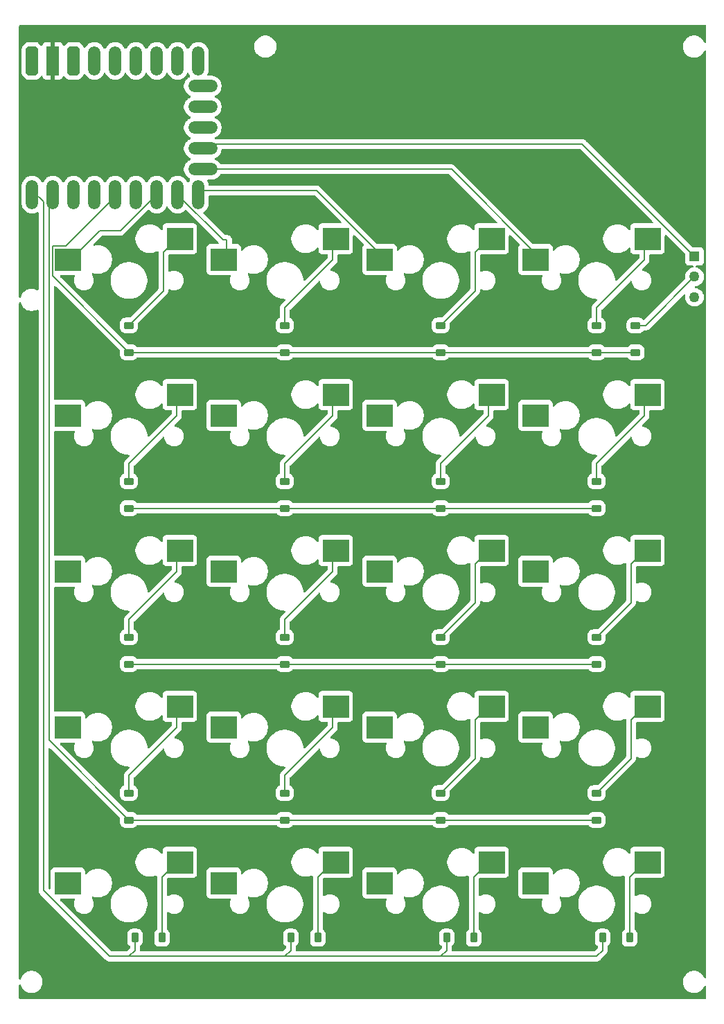
<source format=gbr>
%TF.GenerationSoftware,KiCad,Pcbnew,9.0.3*%
%TF.CreationDate,2025-08-11T00:10:58+09:00*%
%TF.ProjectId,tenkey_v3,74656e6b-6579-45f7-9633-2e6b69636164,rev?*%
%TF.SameCoordinates,Original*%
%TF.FileFunction,Copper,L2,Bot*%
%TF.FilePolarity,Positive*%
%FSLAX46Y46*%
G04 Gerber Fmt 4.6, Leading zero omitted, Abs format (unit mm)*
G04 Created by KiCad (PCBNEW 9.0.3) date 2025-08-11 00:10:58*
%MOMM*%
%LPD*%
G01*
G04 APERTURE LIST*
G04 Aperture macros list*
%AMRoundRect*
0 Rectangle with rounded corners*
0 $1 Rounding radius*
0 $2 $3 $4 $5 $6 $7 $8 $9 X,Y pos of 4 corners*
0 Add a 4 corners polygon primitive as box body*
4,1,4,$2,$3,$4,$5,$6,$7,$8,$9,$2,$3,0*
0 Add four circle primitives for the rounded corners*
1,1,$1+$1,$2,$3*
1,1,$1+$1,$4,$5*
1,1,$1+$1,$6,$7*
1,1,$1+$1,$8,$9*
0 Add four rect primitives between the rounded corners*
20,1,$1+$1,$2,$3,$4,$5,0*
20,1,$1+$1,$4,$5,$6,$7,0*
20,1,$1+$1,$6,$7,$8,$9,0*
20,1,$1+$1,$8,$9,$2,$3,0*%
%AMOutline5P*
0 Free polygon, 5 corners , with rotation*
0 The origin of the aperture is its center*
0 number of corners: always 5*
0 $1 to $10 corner X, Y*
0 $11 Rotation angle, in degrees counterclockwise*
0 create outline with 5 corners*
4,1,5,$1,$2,$3,$4,$5,$6,$7,$8,$9,$10,$1,$2,$11*%
%AMOutline6P*
0 Free polygon, 6 corners , with rotation*
0 The origin of the aperture is its center*
0 number of corners: always 6*
0 $1 to $12 corner X, Y*
0 $13 Rotation angle, in degrees counterclockwise*
0 create outline with 6 corners*
4,1,6,$1,$2,$3,$4,$5,$6,$7,$8,$9,$10,$11,$12,$1,$2,$13*%
%AMOutline7P*
0 Free polygon, 7 corners , with rotation*
0 The origin of the aperture is its center*
0 number of corners: always 7*
0 $1 to $14 corner X, Y*
0 $15 Rotation angle, in degrees counterclockwise*
0 create outline with 7 corners*
4,1,7,$1,$2,$3,$4,$5,$6,$7,$8,$9,$10,$11,$12,$13,$14,$1,$2,$15*%
%AMOutline8P*
0 Free polygon, 8 corners , with rotation*
0 The origin of the aperture is its center*
0 number of corners: always 8*
0 $1 to $16 corner X, Y*
0 $17 Rotation angle, in degrees counterclockwise*
0 create outline with 8 corners*
4,1,8,$1,$2,$3,$4,$5,$6,$7,$8,$9,$10,$11,$12,$13,$14,$15,$16,$1,$2,$17*%
G04 Aperture macros list end*
%TA.AperFunction,SMDPad,CuDef*%
%ADD10R,3.200000X2.780000*%
%TD*%
%TA.AperFunction,SMDPad,CuDef*%
%ADD11RoundRect,0.225000X0.375000X-0.225000X0.375000X0.225000X-0.375000X0.225000X-0.375000X-0.225000X0*%
%TD*%
%TA.AperFunction,SMDPad,CuDef*%
%ADD12RoundRect,0.225000X-0.225000X-0.375000X0.225000X-0.375000X0.225000X0.375000X-0.225000X0.375000X0*%
%TD*%
%TA.AperFunction,ComponentPad*%
%ADD13R,1.270000X1.270000*%
%TD*%
%TA.AperFunction,ComponentPad*%
%ADD14C,1.270000*%
%TD*%
%TA.AperFunction,SMDPad,CuDef*%
%ADD15O,1.500000X3.600000*%
%TD*%
%TA.AperFunction,SMDPad,CuDef*%
%ADD16O,3.600000X1.500000*%
%TD*%
%TA.AperFunction,SMDPad,CuDef*%
%ADD17Outline8P,-1.800000X0.450000X-1.500000X0.750000X1.500000X0.750000X1.800000X0.450000X1.800000X-0.450000X1.500000X-0.750000X-1.500000X-0.750000X-1.800000X-0.450000X270.000000*%
%TD*%
%TA.AperFunction,SMDPad,CuDef*%
%ADD18R,1.500000X3.600000*%
%TD*%
%TA.AperFunction,ViaPad*%
%ADD19C,0.600000*%
%TD*%
%TA.AperFunction,Conductor*%
%ADD20C,0.200000*%
%TD*%
G04 APERTURE END LIST*
D10*
%TO.P,SW19,1,1*%
%TO.N,col3*%
X163987000Y-121285000D03*
%TO.P,SW19,2,2*%
%TO.N,Net-(D19-A)*%
X177670000Y-118745000D03*
%TD*%
%TO.P,SW13,1,1*%
%TO.N,col2*%
X144937000Y-102235000D03*
%TO.P,SW13,2,2*%
%TO.N,Net-(D13-A)*%
X158620000Y-99695000D03*
%TD*%
%TO.P,SW15,1,1*%
%TO.N,col2*%
X144937000Y-140335000D03*
%TO.P,SW15,2,2*%
%TO.N,Net-(D15-A)*%
X158620000Y-137795000D03*
%TD*%
%TO.P,SW18,1,1*%
%TO.N,col3*%
X163987000Y-102235000D03*
%TO.P,SW18,2,2*%
%TO.N,Net-(D18-A)*%
X177670000Y-99695000D03*
%TD*%
%TO.P,SW16,1,1*%
%TO.N,col3*%
X163987000Y-64135000D03*
%TO.P,SW16,2,2*%
%TO.N,Net-(D16-A)*%
X177670000Y-61595000D03*
%TD*%
%TO.P,SW3,1,1*%
%TO.N,col0*%
X106837000Y-102235000D03*
%TO.P,SW3,2,2*%
%TO.N,Net-(D3-A)*%
X120520000Y-99695000D03*
%TD*%
%TO.P,SW7,1,1*%
%TO.N,col1*%
X125887000Y-83185000D03*
%TO.P,SW7,2,2*%
%TO.N,Net-(D7-A)*%
X139570000Y-80645000D03*
%TD*%
%TO.P,SW11,1,1*%
%TO.N,col2*%
X144937000Y-64135000D03*
%TO.P,SW11,2,2*%
%TO.N,Net-(D11-A)*%
X158620000Y-61595000D03*
%TD*%
%TO.P,SW2,1,1*%
%TO.N,col0*%
X106837000Y-83185000D03*
%TO.P,SW2,2,2*%
%TO.N,Net-(D2-A)*%
X120520000Y-80645000D03*
%TD*%
%TO.P,SW12,1,1*%
%TO.N,col2*%
X144937000Y-83185000D03*
%TO.P,SW12,2,2*%
%TO.N,Net-(D12-A)*%
X158620000Y-80645000D03*
%TD*%
%TO.P,SW4,1,1*%
%TO.N,col0*%
X106837000Y-121285000D03*
%TO.P,SW4,2,2*%
%TO.N,Net-(D4-A)*%
X120520000Y-118745000D03*
%TD*%
%TO.P,SW17,1,1*%
%TO.N,col3*%
X163987000Y-83185000D03*
%TO.P,SW17,2,2*%
%TO.N,Net-(D17-A)*%
X177670000Y-80645000D03*
%TD*%
%TO.P,SW5,1,1*%
%TO.N,col0*%
X106837000Y-140335000D03*
%TO.P,SW5,2,2*%
%TO.N,Net-(D5-A)*%
X120520000Y-137795000D03*
%TD*%
%TO.P,SW6,1,1*%
%TO.N,col1*%
X125887000Y-64135000D03*
%TO.P,SW6,2,2*%
%TO.N,Net-(D6-A)*%
X139570000Y-61595000D03*
%TD*%
%TO.P,SW1,1,1*%
%TO.N,col0*%
X106837000Y-64135000D03*
%TO.P,SW1,2,2*%
%TO.N,Net-(D1-A)*%
X120520000Y-61595000D03*
%TD*%
%TO.P,SW20,1,1*%
%TO.N,col3*%
X163987000Y-140335000D03*
%TO.P,SW20,2,2*%
%TO.N,Net-(D20-A)*%
X177670000Y-137795000D03*
%TD*%
%TO.P,SW9,1,1*%
%TO.N,col1*%
X125887000Y-121285000D03*
%TO.P,SW9,2,2*%
%TO.N,Net-(D9-A)*%
X139570000Y-118745000D03*
%TD*%
%TO.P,SW10,1,1*%
%TO.N,col1*%
X125887000Y-140335000D03*
%TO.P,SW10,2,2*%
%TO.N,Net-(D10-A)*%
X139570000Y-137795000D03*
%TD*%
%TO.P,SW14,1,1*%
%TO.N,col2*%
X144937000Y-121285000D03*
%TO.P,SW14,2,2*%
%TO.N,Net-(D14-A)*%
X158620000Y-118745000D03*
%TD*%
%TO.P,SW8,1,1*%
%TO.N,col1*%
X125887000Y-102235000D03*
%TO.P,SW8,2,2*%
%TO.N,Net-(D8-A)*%
X139570000Y-99695000D03*
%TD*%
D11*
%TO.P,D3,1,K*%
%TO.N,row2*%
X114300000Y-113568750D03*
%TO.P,D3,2,A*%
%TO.N,Net-(D3-A)*%
X114300000Y-110268750D03*
%TD*%
D12*
%TO.P,D5,1,K*%
%TO.N,row4*%
X115031250Y-147000000D03*
%TO.P,D5,2,A*%
%TO.N,Net-(D5-A)*%
X118331250Y-147000000D03*
%TD*%
D11*
%TO.P,D7,1,K*%
%TO.N,row1*%
X133350000Y-94518750D03*
%TO.P,D7,2,A*%
%TO.N,Net-(D7-A)*%
X133350000Y-91218750D03*
%TD*%
D12*
%TO.P,D10,1,K*%
%TO.N,row4*%
X134081250Y-147000000D03*
%TO.P,D10,2,A*%
%TO.N,Net-(D10-A)*%
X137381250Y-147000000D03*
%TD*%
D11*
%TO.P,D14,1,K*%
%TO.N,row3*%
X152400000Y-132618750D03*
%TO.P,D14,2,A*%
%TO.N,Net-(D14-A)*%
X152400000Y-129318750D03*
%TD*%
D13*
%TO.P,SW21,1,1*%
%TO.N,col4*%
X183413400Y-63732400D03*
D14*
%TO.P,SW21,2,2*%
%TO.N,Net-(D21-A)*%
X183413400Y-66232400D03*
%TO.P,SW21,3,3*%
%TO.N,unconnected-(SW21-Pad3)*%
X183413400Y-68732400D03*
%TD*%
D12*
%TO.P,D20,1,K*%
%TO.N,row4*%
X172181250Y-147000000D03*
%TO.P,D20,2,A*%
%TO.N,Net-(D20-A)*%
X175481250Y-147000000D03*
%TD*%
D11*
%TO.P,D9,1,K*%
%TO.N,row3*%
X133350000Y-132618750D03*
%TO.P,D9,2,A*%
%TO.N,Net-(D9-A)*%
X133350000Y-129318750D03*
%TD*%
D15*
%TO.P,U1,0,0*%
%TO.N,row4*%
X102447300Y-56176000D03*
%TO.P,U1,1,1*%
%TO.N,row3*%
X104987300Y-56176000D03*
%TO.P,U1,2,2*%
%TO.N,row2*%
X107527300Y-56176000D03*
%TO.P,U1,3,3*%
%TO.N,row1*%
X110067300Y-56176000D03*
%TO.P,U1,4,4*%
%TO.N,row0*%
X112607300Y-56176000D03*
%TO.P,U1,5,5*%
%TO.N,unconnected-(U1-Pad5)*%
X115147300Y-56176000D03*
%TO.P,U1,6,6*%
%TO.N,col0*%
X117687300Y-56176000D03*
%TO.P,U1,7,7*%
%TO.N,col1*%
X120227300Y-56176000D03*
%TO.P,U1,8,8*%
%TO.N,col2*%
X122767300Y-56176000D03*
D16*
%TO.P,U1,9,9*%
%TO.N,col3*%
X123317300Y-53086000D03*
%TO.P,U1,10,10*%
%TO.N,col4*%
X123317300Y-50546000D03*
%TO.P,U1,11,11*%
%TO.N,unconnected-(U1-Pad11)*%
X123317300Y-48006000D03*
%TO.P,U1,12,12*%
%TO.N,unconnected-(U1-Pad12)*%
X123317300Y-45466000D03*
%TO.P,U1,13,13*%
%TO.N,unconnected-(U1-Pad13)*%
X123317300Y-42926000D03*
D15*
%TO.P,U1,14,14*%
%TO.N,unconnected-(U1-Pad14)*%
X122767300Y-39836000D03*
%TO.P,U1,15,15*%
%TO.N,unconnected-(U1-Pad15)*%
X120227300Y-39836000D03*
%TO.P,U1,26,26*%
%TO.N,unconnected-(U1-Pad26)*%
X117687300Y-39836000D03*
%TO.P,U1,27,27*%
%TO.N,unconnected-(U1-Pad27)*%
X115147300Y-39836000D03*
%TO.P,U1,28,28*%
%TO.N,unconnected-(U1-Pad28)*%
X112607300Y-39836000D03*
%TO.P,U1,29,29*%
%TO.N,unconnected-(U1-Pad29)*%
X110067300Y-39836000D03*
D17*
%TO.P,U1,30,3V3*%
%TO.N,unconnected-(U1-3V3-Pad30)*%
X107527300Y-39836000D03*
D18*
%TO.P,U1,31,GND*%
%TO.N,GND*%
X104987300Y-39836000D03*
D17*
%TO.P,U1,32,5V*%
%TO.N,unconnected-(U1-5V-Pad32)*%
X102447300Y-39836000D03*
%TD*%
D11*
%TO.P,D6,1,K*%
%TO.N,row0*%
X133350000Y-75468750D03*
%TO.P,D6,2,A*%
%TO.N,Net-(D6-A)*%
X133350000Y-72168750D03*
%TD*%
%TO.P,D2,1,K*%
%TO.N,row1*%
X114300000Y-94518750D03*
%TO.P,D2,2,A*%
%TO.N,Net-(D2-A)*%
X114300000Y-91218750D03*
%TD*%
D12*
%TO.P,D15,1,K*%
%TO.N,row4*%
X153131250Y-147000000D03*
%TO.P,D15,2,A*%
%TO.N,Net-(D15-A)*%
X156431250Y-147000000D03*
%TD*%
D11*
%TO.P,D16,1,K*%
%TO.N,row0*%
X171450000Y-75468750D03*
%TO.P,D16,2,A*%
%TO.N,Net-(D16-A)*%
X171450000Y-72168750D03*
%TD*%
%TO.P,D12,1,K*%
%TO.N,row1*%
X152400000Y-94518750D03*
%TO.P,D12,2,A*%
%TO.N,Net-(D12-A)*%
X152400000Y-91218750D03*
%TD*%
%TO.P,D13,1,K*%
%TO.N,row2*%
X152400000Y-113568750D03*
%TO.P,D13,2,A*%
%TO.N,Net-(D13-A)*%
X152400000Y-110268750D03*
%TD*%
%TO.P,D8,1,K*%
%TO.N,row2*%
X133350000Y-113568750D03*
%TO.P,D8,2,A*%
%TO.N,Net-(D8-A)*%
X133350000Y-110268750D03*
%TD*%
%TO.P,D17,1,K*%
%TO.N,row1*%
X171450000Y-94518750D03*
%TO.P,D17,2,A*%
%TO.N,Net-(D17-A)*%
X171450000Y-91218750D03*
%TD*%
%TO.P,D11,1,K*%
%TO.N,row0*%
X152400000Y-75468750D03*
%TO.P,D11,2,A*%
%TO.N,Net-(D11-A)*%
X152400000Y-72168750D03*
%TD*%
%TO.P,D21,1,K*%
%TO.N,row0*%
X176212500Y-75468750D03*
%TO.P,D21,2,A*%
%TO.N,Net-(D21-A)*%
X176212500Y-72168750D03*
%TD*%
%TO.P,D18,1,K*%
%TO.N,row2*%
X171450000Y-113568750D03*
%TO.P,D18,2,A*%
%TO.N,Net-(D18-A)*%
X171450000Y-110268750D03*
%TD*%
%TO.P,D1,1,K*%
%TO.N,row0*%
X114300000Y-75468750D03*
%TO.P,D1,2,A*%
%TO.N,Net-(D1-A)*%
X114300000Y-72168750D03*
%TD*%
%TO.P,D4,1,K*%
%TO.N,row3*%
X114300000Y-132618750D03*
%TO.P,D4,2,A*%
%TO.N,Net-(D4-A)*%
X114300000Y-129318750D03*
%TD*%
%TO.P,D19,1,K*%
%TO.N,row3*%
X171450000Y-132618750D03*
%TO.P,D19,2,A*%
%TO.N,Net-(D19-A)*%
X171450000Y-129318750D03*
%TD*%
D19*
%TO.N,row1*%
X114300000Y-94518750D03*
X110067300Y-55676000D03*
%TO.N,row2*%
X114300000Y-113568750D03*
X107527300Y-55676000D03*
%TO.N,col0*%
X106555250Y-64794750D03*
X106451400Y-140462000D03*
X106451400Y-121462800D03*
X106451400Y-83261200D03*
X106451400Y-102311200D03*
%TO.N,col1*%
X126206250Y-102393750D03*
X126206250Y-140493750D03*
X126206250Y-83343750D03*
X126206250Y-121443750D03*
X126265000Y-64135000D03*
%TO.N,col2*%
X145315000Y-102393750D03*
X145315000Y-121443750D03*
X145256250Y-140493750D03*
X145315000Y-83343750D03*
X145315000Y-64135000D03*
%TO.N,col3*%
X164365000Y-83343750D03*
X164365000Y-121443750D03*
X164306250Y-140493750D03*
X164365000Y-64135000D03*
X164365000Y-102393750D03*
%TD*%
D20*
%TO.N,row0*%
X112607300Y-55676000D02*
X112607300Y-56461450D01*
X104936000Y-66104750D02*
X114300000Y-75468750D01*
X176212500Y-75468750D02*
X114300000Y-75468750D01*
X106624750Y-62444000D02*
X104936000Y-62444000D01*
X112607300Y-56461450D02*
X106624750Y-62444000D01*
X104936000Y-62444000D02*
X104936000Y-66104750D01*
%TO.N,Net-(D1-A)*%
X120142000Y-61595000D02*
X118499000Y-63238000D01*
X118499000Y-63238000D02*
X118499000Y-67969750D01*
X118499000Y-67969750D02*
X114300000Y-72168750D01*
%TO.N,Net-(D2-A)*%
X114300000Y-89049816D02*
X114300000Y-91218750D01*
X120142000Y-80645000D02*
X120142000Y-83207816D01*
X120142000Y-83207816D02*
X114300000Y-89049816D01*
%TO.N,row1*%
X171450000Y-94518750D02*
X114300000Y-94518750D01*
%TO.N,row2*%
X171450000Y-113568750D02*
X114300000Y-113568750D01*
%TO.N,Net-(D3-A)*%
X120142000Y-99695000D02*
X120142000Y-102257816D01*
X120142000Y-102257816D02*
X114300000Y-108099816D01*
X114300000Y-108099816D02*
X114300000Y-110268750D01*
%TO.N,Net-(D4-A)*%
X114300000Y-127149816D02*
X114300000Y-129318750D01*
X120142000Y-118745000D02*
X120142000Y-121307816D01*
X120142000Y-121307816D02*
X114300000Y-127149816D01*
%TO.N,row3*%
X104987300Y-55676000D02*
X104535000Y-56128300D01*
X104535000Y-122853750D02*
X114300000Y-132618750D01*
X104535000Y-56128300D02*
X104535000Y-122853750D01*
X171450000Y-132618750D02*
X114300000Y-132618750D01*
%TO.N,Net-(D5-A)*%
X120142000Y-137795000D02*
X118331250Y-139605750D01*
X118331250Y-139605750D02*
X118331250Y-147000000D01*
X120142000Y-137795000D02*
X121443750Y-139096750D01*
%TO.N,row4*%
X121443750Y-149287500D02*
X114300000Y-149287500D01*
X134081250Y-148556250D02*
X133350000Y-149287500D01*
X171450000Y-149287500D02*
X152400000Y-149287500D01*
X103844750Y-57073450D02*
X103844750Y-141213500D01*
X152400000Y-149287500D02*
X133350000Y-149287500D01*
X134081250Y-147000000D02*
X134081250Y-148556250D01*
X115031250Y-147000000D02*
X115031250Y-148556250D01*
X172181250Y-147000000D02*
X172181250Y-148556250D01*
X111918750Y-149287500D02*
X103844750Y-141213500D01*
X133350000Y-149287500D02*
X121443750Y-149287500D01*
X153131250Y-147000000D02*
X153131250Y-148556250D01*
X115031250Y-148556250D02*
X114300000Y-149287500D01*
X153131250Y-148556250D02*
X152400000Y-149287500D01*
X102447300Y-55676000D02*
X103844750Y-57073450D01*
X114300000Y-149287500D02*
X111918750Y-149287500D01*
X172181250Y-148556250D02*
X171450000Y-149287500D01*
%TO.N,Net-(D6-A)*%
X139192000Y-64157816D02*
X133350000Y-69999816D01*
X139192000Y-61595000D02*
X139192000Y-64157816D01*
X133350000Y-69999816D02*
X133350000Y-72168750D01*
%TO.N,Net-(D7-A)*%
X139192000Y-83207816D02*
X133350000Y-89049816D01*
X139192000Y-80645000D02*
X139192000Y-83207816D01*
X133350000Y-89049816D02*
X133350000Y-91218750D01*
%TO.N,Net-(D8-A)*%
X133350000Y-108099816D02*
X133350000Y-110268750D01*
X139192000Y-102257816D02*
X133350000Y-108099816D01*
X139192000Y-99695000D02*
X139192000Y-102257816D01*
%TO.N,Net-(D9-A)*%
X139192000Y-121307816D02*
X133350000Y-127149816D01*
X139192000Y-118745000D02*
X139192000Y-121307816D01*
X133350000Y-127149816D02*
X133350000Y-129318750D01*
%TO.N,Net-(D10-A)*%
X139192000Y-137795000D02*
X140493750Y-139096750D01*
X139192000Y-137795000D02*
X137381250Y-139605750D01*
X137381250Y-139605750D02*
X137381250Y-147000000D01*
%TO.N,Net-(D11-A)*%
X156599000Y-63238000D02*
X156599000Y-67969750D01*
X156599000Y-67969750D02*
X152400000Y-72168750D01*
X158242000Y-61595000D02*
X156599000Y-63238000D01*
%TO.N,Net-(D12-A)*%
X158242000Y-83207816D02*
X152400000Y-89049816D01*
X158242000Y-80645000D02*
X158242000Y-83207816D01*
X152400000Y-89049816D02*
X152400000Y-91218750D01*
%TO.N,Net-(D13-A)*%
X156599000Y-101338000D02*
X156599000Y-106069750D01*
X156599000Y-106069750D02*
X152400000Y-110268750D01*
X158242000Y-99695000D02*
X156599000Y-101338000D01*
%TO.N,Net-(D14-A)*%
X158242000Y-118745000D02*
X156599000Y-120388000D01*
X156599000Y-125119750D02*
X152400000Y-129318750D01*
X156599000Y-120388000D02*
X156599000Y-125119750D01*
%TO.N,Net-(D15-A)*%
X156431250Y-139605750D02*
X156431250Y-147000000D01*
X158242000Y-137795000D02*
X156431250Y-139605750D01*
X158242000Y-137795000D02*
X159543750Y-139096750D01*
%TO.N,Net-(D16-A)*%
X177292000Y-61595000D02*
X177292000Y-64157816D01*
X171450000Y-69999816D02*
X171450000Y-72168750D01*
X177292000Y-64157816D02*
X171450000Y-69999816D01*
%TO.N,Net-(D17-A)*%
X171450000Y-89049816D02*
X171450000Y-91218750D01*
X177292000Y-83207816D02*
X171450000Y-89049816D01*
X177292000Y-80645000D02*
X177292000Y-83207816D01*
%TO.N,Net-(D18-A)*%
X177292000Y-99695000D02*
X175649000Y-101338000D01*
X175649000Y-106069750D02*
X171450000Y-110268750D01*
X175649000Y-101338000D02*
X175649000Y-106069750D01*
%TO.N,Net-(D19-A)*%
X175649000Y-125119750D02*
X171450000Y-129318750D01*
X175649000Y-120388000D02*
X175649000Y-125119750D01*
X177292000Y-118745000D02*
X175649000Y-120388000D01*
%TO.N,Net-(D20-A)*%
X175481250Y-139605750D02*
X175481250Y-147000000D01*
X177292000Y-137795000D02*
X175481250Y-139605750D01*
X177292000Y-137795000D02*
X178593750Y-139096750D01*
%TO.N,Net-(D21-A)*%
X177477050Y-72168750D02*
X176212500Y-72168750D01*
X183413400Y-66232400D02*
X177477050Y-72168750D01*
%TO.N,col0*%
X117687300Y-56172338D02*
X113246938Y-60612700D01*
X117687300Y-55676000D02*
X117687300Y-56172338D01*
X107215000Y-64135000D02*
X107188000Y-64162000D01*
X113246938Y-60612700D02*
X110737300Y-60612700D01*
X107215000Y-64135000D02*
X106555250Y-64794750D01*
X107215000Y-83185000D02*
X106502200Y-83897800D01*
X110737300Y-60612700D02*
X107215000Y-64135000D01*
%TO.N,col1*%
X125768662Y-61713700D02*
X126265000Y-61713700D01*
X120227300Y-55676000D02*
X120227300Y-56172338D01*
X126265000Y-61713700D02*
X126265000Y-64135000D01*
X120227300Y-56172338D02*
X125768662Y-61713700D01*
%TO.N,col2*%
X145315000Y-63748000D02*
X145315000Y-64135000D01*
X122767300Y-55676000D02*
X137243000Y-55676000D01*
X137243000Y-55676000D02*
X145315000Y-63748000D01*
%TO.N,col3*%
X122817300Y-53086000D02*
X153703000Y-53086000D01*
X153703000Y-53086000D02*
X164365000Y-63748000D01*
X164365000Y-63748000D02*
X164365000Y-64135000D01*
%TO.N,col4*%
X169687250Y-50006250D02*
X128587500Y-50006250D01*
X122817300Y-50546000D02*
X123357050Y-50006250D01*
X183413400Y-63732400D02*
X169687250Y-50006250D01*
X123357050Y-50006250D02*
X128587500Y-50006250D01*
%TD*%
%TA.AperFunction,Conductor*%
%TO.N,GND*%
G36*
X184792139Y-35485585D02*
G01*
X184837894Y-35538389D01*
X184849100Y-35589900D01*
X184849100Y-37541307D01*
X184829415Y-37608346D01*
X184776611Y-37654101D01*
X184707453Y-37664045D01*
X184643897Y-37635020D01*
X184611064Y-37585502D01*
X184609668Y-37586081D01*
X184607808Y-37581589D01*
X184511298Y-37392179D01*
X184386359Y-37220213D01*
X184236036Y-37069890D01*
X184064070Y-36944951D01*
X183874664Y-36848444D01*
X183874663Y-36848443D01*
X183874662Y-36848443D01*
X183672493Y-36782754D01*
X183672491Y-36782753D01*
X183672490Y-36782753D01*
X183511207Y-36757208D01*
X183462537Y-36749500D01*
X183249963Y-36749500D01*
X183201292Y-36757208D01*
X183040010Y-36782753D01*
X182837835Y-36848444D01*
X182648429Y-36944951D01*
X182476463Y-37069890D01*
X182326140Y-37220213D01*
X182201201Y-37392179D01*
X182104694Y-37581585D01*
X182039003Y-37783760D01*
X182016318Y-37926987D01*
X182005750Y-37993713D01*
X182005750Y-38206287D01*
X182009083Y-38227331D01*
X182032440Y-38374804D01*
X182039004Y-38416243D01*
X182104692Y-38618410D01*
X182104694Y-38618414D01*
X182201201Y-38807820D01*
X182326140Y-38979786D01*
X182476463Y-39130109D01*
X182648429Y-39255048D01*
X182648431Y-39255049D01*
X182648434Y-39255051D01*
X182837838Y-39351557D01*
X183040007Y-39417246D01*
X183249963Y-39450500D01*
X183249964Y-39450500D01*
X183462536Y-39450500D01*
X183462537Y-39450500D01*
X183672493Y-39417246D01*
X183874662Y-39351557D01*
X184064066Y-39255051D01*
X184086039Y-39239086D01*
X184236036Y-39130109D01*
X184236038Y-39130106D01*
X184236042Y-39130104D01*
X184386354Y-38979792D01*
X184386356Y-38979788D01*
X184386359Y-38979786D01*
X184511298Y-38807820D01*
X184511297Y-38807820D01*
X184511301Y-38807816D01*
X184607807Y-38618412D01*
X184607808Y-38618410D01*
X184609668Y-38613919D01*
X184611161Y-38614537D01*
X184646600Y-38562703D01*
X184710957Y-38535501D01*
X184779804Y-38547411D01*
X184831283Y-38594652D01*
X184849100Y-38658692D01*
X184849100Y-151841307D01*
X184829415Y-151908346D01*
X184776611Y-151954101D01*
X184707453Y-151964045D01*
X184643897Y-151935020D01*
X184611064Y-151885502D01*
X184609668Y-151886081D01*
X184607808Y-151881589D01*
X184511298Y-151692179D01*
X184386359Y-151520213D01*
X184236036Y-151369890D01*
X184064070Y-151244951D01*
X183874664Y-151148444D01*
X183874663Y-151148443D01*
X183874662Y-151148443D01*
X183672493Y-151082754D01*
X183672491Y-151082753D01*
X183672490Y-151082753D01*
X183511207Y-151057208D01*
X183462537Y-151049500D01*
X183249963Y-151049500D01*
X183201292Y-151057208D01*
X183040010Y-151082753D01*
X182837835Y-151148444D01*
X182648429Y-151244951D01*
X182476463Y-151369890D01*
X182326140Y-151520213D01*
X182201201Y-151692179D01*
X182104694Y-151881585D01*
X182039003Y-152083760D01*
X182005750Y-152293713D01*
X182005750Y-152506286D01*
X182037798Y-152708633D01*
X182039004Y-152716243D01*
X182104692Y-152918410D01*
X182104694Y-152918414D01*
X182201201Y-153107820D01*
X182326140Y-153279786D01*
X182476463Y-153430109D01*
X182648429Y-153555048D01*
X182648431Y-153555049D01*
X182648434Y-153555051D01*
X182837838Y-153651557D01*
X183040007Y-153717246D01*
X183249963Y-153750500D01*
X183249964Y-153750500D01*
X183462536Y-153750500D01*
X183462537Y-153750500D01*
X183672493Y-153717246D01*
X183874662Y-153651557D01*
X184064066Y-153555051D01*
X184086039Y-153539086D01*
X184236036Y-153430109D01*
X184236038Y-153430106D01*
X184236042Y-153430104D01*
X184386354Y-153279792D01*
X184386356Y-153279788D01*
X184386359Y-153279786D01*
X184511298Y-153107820D01*
X184511297Y-153107820D01*
X184511301Y-153107816D01*
X184607807Y-152918412D01*
X184607808Y-152918410D01*
X184609668Y-152913919D01*
X184611161Y-152914537D01*
X184646600Y-152862703D01*
X184710957Y-152835501D01*
X184779804Y-152847411D01*
X184831283Y-152894652D01*
X184849100Y-152958692D01*
X184849100Y-154340900D01*
X184829415Y-154407939D01*
X184776611Y-154453694D01*
X184725100Y-154464900D01*
X100974100Y-154464900D01*
X100907061Y-154445215D01*
X100861306Y-154392411D01*
X100850100Y-154340900D01*
X100850100Y-152802346D01*
X100869785Y-152735307D01*
X100922589Y-152689552D01*
X100991747Y-152679608D01*
X101055303Y-152708633D01*
X101092029Y-152764026D01*
X101142193Y-152918412D01*
X101142194Y-152918414D01*
X101238701Y-153107820D01*
X101363640Y-153279786D01*
X101513963Y-153430109D01*
X101685929Y-153555048D01*
X101685931Y-153555049D01*
X101685934Y-153555051D01*
X101875338Y-153651557D01*
X102077507Y-153717246D01*
X102287463Y-153750500D01*
X102287464Y-153750500D01*
X102500036Y-153750500D01*
X102500037Y-153750500D01*
X102709993Y-153717246D01*
X102912162Y-153651557D01*
X103101566Y-153555051D01*
X103123539Y-153539086D01*
X103273536Y-153430109D01*
X103273538Y-153430106D01*
X103273542Y-153430104D01*
X103423854Y-153279792D01*
X103423856Y-153279788D01*
X103423859Y-153279786D01*
X103548798Y-153107820D01*
X103548797Y-153107820D01*
X103548801Y-153107816D01*
X103645307Y-152918412D01*
X103710996Y-152716243D01*
X103744250Y-152506287D01*
X103744250Y-152293713D01*
X103710996Y-152083757D01*
X103645307Y-151881588D01*
X103548801Y-151692184D01*
X103548799Y-151692181D01*
X103548798Y-151692179D01*
X103423859Y-151520213D01*
X103273536Y-151369890D01*
X103101570Y-151244951D01*
X102912164Y-151148444D01*
X102912163Y-151148443D01*
X102912162Y-151148443D01*
X102709993Y-151082754D01*
X102709991Y-151082753D01*
X102709990Y-151082753D01*
X102548707Y-151057208D01*
X102500037Y-151049500D01*
X102287463Y-151049500D01*
X102238792Y-151057208D01*
X102077510Y-151082753D01*
X101875335Y-151148444D01*
X101685929Y-151244951D01*
X101513963Y-151369890D01*
X101363640Y-151520213D01*
X101238701Y-151692179D01*
X101142194Y-151881585D01*
X101092031Y-152035971D01*
X101052593Y-152093647D01*
X100988235Y-152120845D01*
X100919388Y-152108930D01*
X100867913Y-152061686D01*
X100850100Y-151997653D01*
X100850100Y-69458596D01*
X100869785Y-69391557D01*
X100922589Y-69345802D01*
X100991747Y-69335858D01*
X101055303Y-69364883D01*
X101092029Y-69420276D01*
X101142193Y-69574662D01*
X101142194Y-69574664D01*
X101238701Y-69764070D01*
X101363640Y-69936036D01*
X101513963Y-70086359D01*
X101685929Y-70211298D01*
X101685931Y-70211299D01*
X101685934Y-70211301D01*
X101875338Y-70307807D01*
X102077507Y-70373496D01*
X102287463Y-70406750D01*
X102287464Y-70406750D01*
X102500036Y-70406750D01*
X102500037Y-70406750D01*
X102709993Y-70373496D01*
X102912162Y-70307807D01*
X103063957Y-70230463D01*
X103132624Y-70217568D01*
X103197364Y-70243844D01*
X103237622Y-70300950D01*
X103244250Y-70340949D01*
X103244250Y-141126830D01*
X103244249Y-141126848D01*
X103244249Y-141292554D01*
X103244248Y-141292554D01*
X103285173Y-141445285D01*
X103314108Y-141495400D01*
X103314109Y-141495404D01*
X103314110Y-141495404D01*
X103364229Y-141582214D01*
X103364231Y-141582217D01*
X103483099Y-141701085D01*
X103483105Y-141701090D01*
X111433889Y-149651874D01*
X111433899Y-149651885D01*
X111438229Y-149656215D01*
X111438230Y-149656216D01*
X111550034Y-149768020D01*
X111636845Y-149818139D01*
X111636847Y-149818141D01*
X111686963Y-149847076D01*
X111686965Y-149847077D01*
X111839692Y-149888000D01*
X111839693Y-149888000D01*
X111839694Y-149888000D01*
X114220939Y-149888000D01*
X114220943Y-149888001D01*
X114379057Y-149888001D01*
X114379061Y-149888000D01*
X121364693Y-149888000D01*
X133263331Y-149888000D01*
X133263347Y-149888001D01*
X133270943Y-149888001D01*
X133436653Y-149888001D01*
X133436669Y-149888000D01*
X152320939Y-149888000D01*
X152320943Y-149888001D01*
X152479057Y-149888001D01*
X152479061Y-149888000D01*
X171363331Y-149888000D01*
X171363347Y-149888001D01*
X171370943Y-149888001D01*
X171529054Y-149888001D01*
X171529057Y-149888001D01*
X171681785Y-149847077D01*
X171731904Y-149818139D01*
X171818716Y-149768020D01*
X171930520Y-149656216D01*
X171930520Y-149656214D01*
X171940728Y-149646007D01*
X171940729Y-149646004D01*
X172661770Y-148924966D01*
X172740827Y-148788034D01*
X172781751Y-148635307D01*
X172781751Y-148477192D01*
X172781751Y-148469597D01*
X172781750Y-148469579D01*
X172781750Y-148065004D01*
X172801435Y-147997965D01*
X172840653Y-147959465D01*
X172859294Y-147947968D01*
X172979218Y-147828044D01*
X173068253Y-147683697D01*
X173121599Y-147522708D01*
X173131750Y-147423345D01*
X173131749Y-146576656D01*
X173121599Y-146477292D01*
X173068253Y-146316303D01*
X173068249Y-146316297D01*
X173068248Y-146316294D01*
X172979220Y-146171959D01*
X172979217Y-146171955D01*
X172859294Y-146052032D01*
X172859290Y-146052029D01*
X172714955Y-145963001D01*
X172714949Y-145962998D01*
X172714947Y-145962997D01*
X172630442Y-145934995D01*
X172553959Y-145909651D01*
X172454596Y-145899500D01*
X171907912Y-145899500D01*
X171907894Y-145899501D01*
X171808542Y-145909650D01*
X171808539Y-145909651D01*
X171647555Y-145962996D01*
X171647544Y-145963001D01*
X171503209Y-146052029D01*
X171503205Y-146052032D01*
X171383282Y-146171955D01*
X171383279Y-146171959D01*
X171294251Y-146316294D01*
X171294246Y-146316305D01*
X171240901Y-146477290D01*
X171230750Y-146576647D01*
X171230750Y-147423337D01*
X171230751Y-147423355D01*
X171240900Y-147522707D01*
X171240901Y-147522710D01*
X171294246Y-147683694D01*
X171294251Y-147683705D01*
X171383279Y-147828040D01*
X171383282Y-147828044D01*
X171503206Y-147947968D01*
X171521846Y-147959465D01*
X171528669Y-147967051D01*
X171537953Y-147971291D01*
X171551640Y-147992589D01*
X171568571Y-148011412D01*
X171571215Y-148023048D01*
X171575727Y-148030069D01*
X171580750Y-148065004D01*
X171580750Y-148256152D01*
X171561065Y-148323191D01*
X171544431Y-148343833D01*
X171237584Y-148650681D01*
X171176261Y-148684166D01*
X171149903Y-148687000D01*
X153855751Y-148687000D01*
X153788712Y-148667315D01*
X153742957Y-148614511D01*
X153731751Y-148563000D01*
X153731751Y-148469597D01*
X153731750Y-148469579D01*
X153731750Y-148065004D01*
X153751435Y-147997965D01*
X153790653Y-147959465D01*
X153809294Y-147947968D01*
X153929218Y-147828044D01*
X154018253Y-147683697D01*
X154071599Y-147522708D01*
X154081750Y-147423345D01*
X154081749Y-146576656D01*
X154071599Y-146477292D01*
X154018253Y-146316303D01*
X154018249Y-146316297D01*
X154018248Y-146316294D01*
X153929220Y-146171959D01*
X153929217Y-146171955D01*
X153809294Y-146052032D01*
X153809290Y-146052029D01*
X153664955Y-145963001D01*
X153664949Y-145962998D01*
X153664947Y-145962997D01*
X153580442Y-145934995D01*
X153503959Y-145909651D01*
X153404596Y-145899500D01*
X152857912Y-145899500D01*
X152857894Y-145899501D01*
X152758542Y-145909650D01*
X152758539Y-145909651D01*
X152597555Y-145962996D01*
X152597544Y-145963001D01*
X152453209Y-146052029D01*
X152453205Y-146052032D01*
X152333282Y-146171955D01*
X152333279Y-146171959D01*
X152244251Y-146316294D01*
X152244246Y-146316305D01*
X152190901Y-146477290D01*
X152180750Y-146576647D01*
X152180750Y-147423337D01*
X152180751Y-147423355D01*
X152190900Y-147522707D01*
X152190901Y-147522710D01*
X152244246Y-147683694D01*
X152244251Y-147683705D01*
X152333279Y-147828040D01*
X152333282Y-147828044D01*
X152453206Y-147947968D01*
X152471846Y-147959465D01*
X152478669Y-147967051D01*
X152487953Y-147971291D01*
X152501640Y-147992589D01*
X152518571Y-148011412D01*
X152521215Y-148023048D01*
X152525727Y-148030069D01*
X152530750Y-148065004D01*
X152530750Y-148256152D01*
X152511065Y-148323191D01*
X152494431Y-148343833D01*
X152187584Y-148650681D01*
X152126261Y-148684166D01*
X152099903Y-148687000D01*
X134805751Y-148687000D01*
X134738712Y-148667315D01*
X134692957Y-148614511D01*
X134681751Y-148563000D01*
X134681751Y-148469597D01*
X134681750Y-148469579D01*
X134681750Y-148065004D01*
X134701435Y-147997965D01*
X134740653Y-147959465D01*
X134759294Y-147947968D01*
X134879218Y-147828044D01*
X134968253Y-147683697D01*
X135021599Y-147522708D01*
X135031750Y-147423345D01*
X135031749Y-146576656D01*
X135021599Y-146477292D01*
X134968253Y-146316303D01*
X134968249Y-146316297D01*
X134968248Y-146316294D01*
X134879220Y-146171959D01*
X134879217Y-146171955D01*
X134759294Y-146052032D01*
X134759290Y-146052029D01*
X134614955Y-145963001D01*
X134614949Y-145962998D01*
X134614947Y-145962997D01*
X134530442Y-145934995D01*
X134453959Y-145909651D01*
X134354596Y-145899500D01*
X133807912Y-145899500D01*
X133807894Y-145899501D01*
X133708542Y-145909650D01*
X133708539Y-145909651D01*
X133547555Y-145962996D01*
X133547544Y-145963001D01*
X133403209Y-146052029D01*
X133403205Y-146052032D01*
X133283282Y-146171955D01*
X133283279Y-146171959D01*
X133194251Y-146316294D01*
X133194246Y-146316305D01*
X133140901Y-146477290D01*
X133130750Y-146576647D01*
X133130750Y-147423337D01*
X133130751Y-147423355D01*
X133140900Y-147522707D01*
X133140901Y-147522710D01*
X133194246Y-147683694D01*
X133194251Y-147683705D01*
X133283279Y-147828040D01*
X133283282Y-147828044D01*
X133403206Y-147947968D01*
X133421846Y-147959465D01*
X133428669Y-147967051D01*
X133437953Y-147971291D01*
X133451640Y-147992589D01*
X133468571Y-148011412D01*
X133471215Y-148023048D01*
X133475727Y-148030069D01*
X133480750Y-148065004D01*
X133480750Y-148256152D01*
X133461065Y-148323191D01*
X133444431Y-148343833D01*
X133137584Y-148650681D01*
X133076261Y-148684166D01*
X133049903Y-148687000D01*
X115755751Y-148687000D01*
X115688712Y-148667315D01*
X115642957Y-148614511D01*
X115631751Y-148563000D01*
X115631751Y-148469597D01*
X115631750Y-148469579D01*
X115631750Y-148065004D01*
X115651435Y-147997965D01*
X115690653Y-147959465D01*
X115709294Y-147947968D01*
X115829218Y-147828044D01*
X115918253Y-147683697D01*
X115971599Y-147522708D01*
X115981750Y-147423345D01*
X115981749Y-146576656D01*
X115971599Y-146477292D01*
X115918253Y-146316303D01*
X115918249Y-146316297D01*
X115918248Y-146316294D01*
X115829220Y-146171959D01*
X115829217Y-146171955D01*
X115709294Y-146052032D01*
X115709290Y-146052029D01*
X115564955Y-145963001D01*
X115564949Y-145962998D01*
X115564947Y-145962997D01*
X115480442Y-145934995D01*
X115403959Y-145909651D01*
X115304596Y-145899500D01*
X114757912Y-145899500D01*
X114757894Y-145899501D01*
X114658542Y-145909650D01*
X114658539Y-145909651D01*
X114497555Y-145962996D01*
X114497544Y-145963001D01*
X114353209Y-146052029D01*
X114353205Y-146052032D01*
X114233282Y-146171955D01*
X114233279Y-146171959D01*
X114144251Y-146316294D01*
X114144246Y-146316305D01*
X114090901Y-146477290D01*
X114080750Y-146576647D01*
X114080750Y-147423337D01*
X114080751Y-147423355D01*
X114090900Y-147522707D01*
X114090901Y-147522710D01*
X114144246Y-147683694D01*
X114144251Y-147683705D01*
X114233279Y-147828040D01*
X114233282Y-147828044D01*
X114353206Y-147947968D01*
X114371846Y-147959465D01*
X114378669Y-147967051D01*
X114387953Y-147971291D01*
X114401640Y-147992589D01*
X114418571Y-148011412D01*
X114421215Y-148023048D01*
X114425727Y-148030069D01*
X114430750Y-148065004D01*
X114430750Y-148256152D01*
X114411065Y-148323191D01*
X114394431Y-148343833D01*
X114087584Y-148650681D01*
X114026261Y-148684166D01*
X113999903Y-148687000D01*
X112218847Y-148687000D01*
X112151808Y-148667315D01*
X112131166Y-148650681D01*
X105917665Y-142437180D01*
X105884180Y-142375857D01*
X105889164Y-142306165D01*
X105931036Y-142250232D01*
X105996500Y-142225815D01*
X106005346Y-142225499D01*
X107581235Y-142225499D01*
X107648274Y-142245184D01*
X107694029Y-142297988D01*
X107703973Y-142367146D01*
X107691718Y-142405796D01*
X107687456Y-142414159D01*
X107629059Y-142593881D01*
X107599500Y-142780513D01*
X107599500Y-142969486D01*
X107629059Y-143156118D01*
X107687454Y-143335836D01*
X107773240Y-143504199D01*
X107884310Y-143657073D01*
X108017927Y-143790690D01*
X108170801Y-143901760D01*
X108250347Y-143942290D01*
X108339163Y-143987545D01*
X108339165Y-143987545D01*
X108339168Y-143987547D01*
X108435497Y-144018846D01*
X108518881Y-144045940D01*
X108705514Y-144075500D01*
X108705519Y-144075500D01*
X108894486Y-144075500D01*
X109081118Y-144045940D01*
X109260832Y-143987547D01*
X109429199Y-143901760D01*
X109582073Y-143790690D01*
X109715690Y-143657073D01*
X109826760Y-143504199D01*
X109912547Y-143335832D01*
X109970940Y-143156118D01*
X109992103Y-143022499D01*
X110000500Y-142969486D01*
X110000500Y-142780513D01*
X109994532Y-142742833D01*
X109992101Y-142727486D01*
X112049500Y-142727486D01*
X112049500Y-143022513D01*
X112081571Y-143266113D01*
X112088007Y-143314993D01*
X112164361Y-143599951D01*
X112164364Y-143599961D01*
X112277254Y-143872500D01*
X112277258Y-143872510D01*
X112424761Y-144127993D01*
X112604352Y-144362040D01*
X112604358Y-144362047D01*
X112812952Y-144570641D01*
X112812959Y-144570647D01*
X113047006Y-144750238D01*
X113302489Y-144897741D01*
X113302490Y-144897741D01*
X113302493Y-144897743D01*
X113575048Y-145010639D01*
X113860007Y-145086993D01*
X114152494Y-145125500D01*
X114152501Y-145125500D01*
X114447499Y-145125500D01*
X114447506Y-145125500D01*
X114739993Y-145086993D01*
X115024952Y-145010639D01*
X115297507Y-144897743D01*
X115552994Y-144750238D01*
X115787042Y-144570646D01*
X115995646Y-144362042D01*
X116175238Y-144127994D01*
X116322743Y-143872507D01*
X116435639Y-143599952D01*
X116511993Y-143314993D01*
X116550500Y-143022506D01*
X116550500Y-142727494D01*
X116511993Y-142435007D01*
X116435639Y-142150048D01*
X116322743Y-141877493D01*
X116265622Y-141778557D01*
X116175238Y-141622006D01*
X115995647Y-141387959D01*
X115995641Y-141387952D01*
X115787047Y-141179358D01*
X115787040Y-141179352D01*
X115552993Y-140999761D01*
X115297510Y-140852258D01*
X115297500Y-140852254D01*
X115024961Y-140739364D01*
X115024954Y-140739362D01*
X115024952Y-140739361D01*
X114739993Y-140663007D01*
X114691113Y-140656571D01*
X114447513Y-140624500D01*
X114447506Y-140624500D01*
X114152494Y-140624500D01*
X114152486Y-140624500D01*
X113874085Y-140661153D01*
X113860007Y-140663007D01*
X113575048Y-140739361D01*
X113575038Y-140739364D01*
X113302499Y-140852254D01*
X113302489Y-140852258D01*
X113047006Y-140999761D01*
X112812959Y-141179352D01*
X112812952Y-141179358D01*
X112604358Y-141387952D01*
X112604352Y-141387959D01*
X112424761Y-141622006D01*
X112277258Y-141877489D01*
X112277254Y-141877499D01*
X112164364Y-142150038D01*
X112164361Y-142150048D01*
X112093593Y-142414162D01*
X112088008Y-142435004D01*
X112088006Y-142435015D01*
X112049500Y-142727486D01*
X109992101Y-142727486D01*
X109970940Y-142593881D01*
X109920024Y-142437180D01*
X109912547Y-142414168D01*
X109912545Y-142414165D01*
X109912545Y-142414163D01*
X109857517Y-142306165D01*
X109826760Y-142245801D01*
X109782897Y-142185429D01*
X109759418Y-142119625D01*
X109775243Y-142051571D01*
X109825349Y-142002876D01*
X109893827Y-141989000D01*
X109923083Y-141995128D01*
X109926089Y-141996148D01*
X109926113Y-141996158D01*
X110147762Y-142055548D01*
X110375266Y-142085500D01*
X110375273Y-142085500D01*
X110604727Y-142085500D01*
X110604734Y-142085500D01*
X110832238Y-142055548D01*
X111053887Y-141996158D01*
X111265888Y-141908344D01*
X111464612Y-141793611D01*
X111646661Y-141653919D01*
X111646665Y-141653914D01*
X111646670Y-141653911D01*
X111808911Y-141491670D01*
X111808914Y-141491665D01*
X111808919Y-141491661D01*
X111948611Y-141309612D01*
X112063344Y-141110888D01*
X112151158Y-140898887D01*
X112210548Y-140677238D01*
X112240500Y-140449734D01*
X112240500Y-140220266D01*
X112210548Y-139992762D01*
X112151158Y-139771113D01*
X112063344Y-139559112D01*
X111948611Y-139360388D01*
X111948608Y-139360385D01*
X111948607Y-139360382D01*
X111828676Y-139204087D01*
X111808919Y-139178339D01*
X111808918Y-139178338D01*
X111808911Y-139178330D01*
X111646670Y-139016089D01*
X111646661Y-139016081D01*
X111464617Y-138876392D01*
X111397283Y-138837517D01*
X111265888Y-138761656D01*
X111265876Y-138761650D01*
X111053887Y-138673842D01*
X111033069Y-138668264D01*
X110832238Y-138614452D01*
X110794215Y-138609446D01*
X110604741Y-138584500D01*
X110604734Y-138584500D01*
X110375266Y-138584500D01*
X110375258Y-138584500D01*
X110158715Y-138613009D01*
X110147762Y-138614452D01*
X110054076Y-138639554D01*
X109926112Y-138673842D01*
X109714123Y-138761650D01*
X109714109Y-138761657D01*
X109515382Y-138876392D01*
X109333338Y-139016081D01*
X109171089Y-139178330D01*
X109171087Y-139178331D01*
X109171082Y-139178338D01*
X109171081Y-139178339D01*
X109159872Y-139192946D01*
X109103445Y-139234147D01*
X109033699Y-139238301D01*
X108972779Y-139204087D01*
X108940027Y-139142370D01*
X108937499Y-139117457D01*
X108937499Y-138897129D01*
X108937498Y-138897123D01*
X108937497Y-138897116D01*
X108931091Y-138837517D01*
X108902794Y-138761650D01*
X108880797Y-138702671D01*
X108880793Y-138702664D01*
X108794547Y-138587455D01*
X108794544Y-138587452D01*
X108679335Y-138501206D01*
X108679328Y-138501202D01*
X108544482Y-138450908D01*
X108544483Y-138450908D01*
X108484883Y-138444501D01*
X108484881Y-138444500D01*
X108484873Y-138444500D01*
X108484864Y-138444500D01*
X105189129Y-138444500D01*
X105189123Y-138444501D01*
X105129516Y-138450908D01*
X104994671Y-138501202D01*
X104994664Y-138501206D01*
X104879455Y-138587452D01*
X104879452Y-138587455D01*
X104793206Y-138702664D01*
X104793202Y-138702671D01*
X104742908Y-138837517D01*
X104738729Y-138876392D01*
X104736501Y-138897123D01*
X104736500Y-138897135D01*
X104736500Y-140956653D01*
X104730261Y-140977898D01*
X104728682Y-140999987D01*
X104720609Y-141010770D01*
X104716815Y-141023692D01*
X104700081Y-141038191D01*
X104686810Y-141055920D01*
X104674189Y-141060627D01*
X104664011Y-141069447D01*
X104642093Y-141072598D01*
X104621346Y-141080337D01*
X104608185Y-141077474D01*
X104594853Y-141079391D01*
X104574709Y-141070191D01*
X104553073Y-141065485D01*
X104535347Y-141052216D01*
X104531297Y-141050366D01*
X104524819Y-141044334D01*
X104481569Y-141001084D01*
X104448084Y-140939761D01*
X104445250Y-140913403D01*
X104445250Y-137680258D01*
X115089500Y-137680258D01*
X115089500Y-137909741D01*
X115114446Y-138099215D01*
X115119452Y-138137238D01*
X115119453Y-138137240D01*
X115178842Y-138358887D01*
X115266650Y-138570876D01*
X115266657Y-138570890D01*
X115381392Y-138769617D01*
X115521081Y-138951661D01*
X115521089Y-138951670D01*
X115683330Y-139113911D01*
X115683338Y-139113918D01*
X115865382Y-139253607D01*
X115865385Y-139253608D01*
X115865388Y-139253611D01*
X116064112Y-139368344D01*
X116064117Y-139368346D01*
X116064123Y-139368349D01*
X116155480Y-139406190D01*
X116276113Y-139456158D01*
X116497762Y-139515548D01*
X116725266Y-139545500D01*
X116725273Y-139545500D01*
X116954727Y-139545500D01*
X116954734Y-139545500D01*
X117182238Y-139515548D01*
X117403887Y-139456158D01*
X117560999Y-139391079D01*
X117594155Y-139387514D01*
X117627199Y-139383067D01*
X117628755Y-139383794D01*
X117630466Y-139383611D01*
X117660296Y-139398543D01*
X117690492Y-139412662D01*
X117691408Y-139414116D01*
X117692946Y-139414886D01*
X117709963Y-139443568D01*
X117727736Y-139471777D01*
X117727881Y-139473767D01*
X117728598Y-139474975D01*
X117732445Y-139506755D01*
X117732318Y-139520835D01*
X117730749Y-139526693D01*
X117730749Y-139684807D01*
X117730750Y-139684810D01*
X117730750Y-139695366D01*
X117730750Y-145934995D01*
X117711065Y-146002034D01*
X117671850Y-146040532D01*
X117653204Y-146052033D01*
X117533279Y-146171959D01*
X117444251Y-146316294D01*
X117444246Y-146316305D01*
X117390901Y-146477290D01*
X117380750Y-146576647D01*
X117380750Y-147423337D01*
X117380751Y-147423355D01*
X117390900Y-147522707D01*
X117390901Y-147522710D01*
X117444246Y-147683694D01*
X117444251Y-147683705D01*
X117533279Y-147828040D01*
X117533282Y-147828044D01*
X117653205Y-147947967D01*
X117653209Y-147947970D01*
X117797544Y-148036998D01*
X117797547Y-148036999D01*
X117797553Y-148037003D01*
X117958542Y-148090349D01*
X118057905Y-148100500D01*
X118604594Y-148100499D01*
X118604602Y-148100498D01*
X118604605Y-148100498D01*
X118659010Y-148094940D01*
X118703958Y-148090349D01*
X118864947Y-148037003D01*
X119009294Y-147947968D01*
X119129218Y-147828044D01*
X119218253Y-147683697D01*
X119271599Y-147522708D01*
X119281750Y-147423345D01*
X119281749Y-146576656D01*
X119271599Y-146477292D01*
X119218253Y-146316303D01*
X119218249Y-146316297D01*
X119218248Y-146316294D01*
X119129220Y-146171959D01*
X119129219Y-146171958D01*
X119129218Y-146171956D01*
X119009294Y-146052032D01*
X118990649Y-146040531D01*
X118943927Y-145988582D01*
X118931750Y-145934995D01*
X118931750Y-143971442D01*
X118951435Y-143904403D01*
X119004239Y-143858648D01*
X119073397Y-143848704D01*
X119128634Y-143871123D01*
X119156810Y-143891595D01*
X119170799Y-143901759D01*
X119339163Y-143987545D01*
X119339165Y-143987545D01*
X119339168Y-143987547D01*
X119435497Y-144018846D01*
X119518881Y-144045940D01*
X119705514Y-144075500D01*
X119705519Y-144075500D01*
X119894486Y-144075500D01*
X120081118Y-144045940D01*
X120260832Y-143987547D01*
X120429199Y-143901760D01*
X120582073Y-143790690D01*
X120715690Y-143657073D01*
X120826760Y-143504199D01*
X120912547Y-143335832D01*
X120970940Y-143156118D01*
X120992103Y-143022499D01*
X121000500Y-142969486D01*
X121000500Y-142780513D01*
X120970940Y-142593881D01*
X120920024Y-142437180D01*
X120912547Y-142414168D01*
X120912545Y-142414165D01*
X120912545Y-142414163D01*
X120857517Y-142306165D01*
X120826760Y-142245801D01*
X120715690Y-142092927D01*
X120582073Y-141959310D01*
X120429199Y-141848240D01*
X120398274Y-141832483D01*
X120260836Y-141762454D01*
X120081118Y-141704059D01*
X119894486Y-141674500D01*
X119894481Y-141674500D01*
X119705519Y-141674500D01*
X119705514Y-141674500D01*
X119518881Y-141704059D01*
X119339163Y-141762454D01*
X119170800Y-141848240D01*
X119137231Y-141872629D01*
X119130544Y-141877489D01*
X119128636Y-141878875D01*
X119062830Y-141902355D01*
X118994776Y-141886530D01*
X118946081Y-141836424D01*
X118931750Y-141778557D01*
X118931750Y-139905847D01*
X118940394Y-139876406D01*
X118946918Y-139846420D01*
X118950672Y-139841404D01*
X118951435Y-139838808D01*
X118968069Y-139818166D01*
X119064417Y-139721818D01*
X119125740Y-139688333D01*
X119152098Y-139685499D01*
X121304509Y-139685499D01*
X121336602Y-139689724D01*
X121336606Y-139689725D01*
X121364693Y-139697251D01*
X121364694Y-139697251D01*
X121522807Y-139697251D01*
X121522808Y-139697251D01*
X121550895Y-139689724D01*
X121582989Y-139685499D01*
X122167871Y-139685499D01*
X122167872Y-139685499D01*
X122227483Y-139679091D01*
X122362331Y-139628796D01*
X122477546Y-139542546D01*
X122563796Y-139427331D01*
X122614091Y-139292483D01*
X122620500Y-139232873D01*
X122620500Y-138897135D01*
X123786500Y-138897135D01*
X123786500Y-141772870D01*
X123786501Y-141772876D01*
X123792908Y-141832483D01*
X123843202Y-141967328D01*
X123843206Y-141967335D01*
X123929452Y-142082544D01*
X123929455Y-142082547D01*
X124044664Y-142168793D01*
X124044671Y-142168797D01*
X124179517Y-142219091D01*
X124179516Y-142219091D01*
X124186444Y-142219835D01*
X124239127Y-142225500D01*
X126631234Y-142225499D01*
X126698273Y-142245184D01*
X126744028Y-142297987D01*
X126753972Y-142367146D01*
X126741721Y-142405790D01*
X126737455Y-142414162D01*
X126679059Y-142593881D01*
X126649500Y-142780513D01*
X126649500Y-142969486D01*
X126679059Y-143156118D01*
X126737454Y-143335836D01*
X126823240Y-143504199D01*
X126934310Y-143657073D01*
X127067927Y-143790690D01*
X127220801Y-143901760D01*
X127300347Y-143942290D01*
X127389163Y-143987545D01*
X127389165Y-143987545D01*
X127389168Y-143987547D01*
X127485497Y-144018846D01*
X127568881Y-144045940D01*
X127755514Y-144075500D01*
X127755519Y-144075500D01*
X127944486Y-144075500D01*
X128131118Y-144045940D01*
X128310832Y-143987547D01*
X128479199Y-143901760D01*
X128632073Y-143790690D01*
X128765690Y-143657073D01*
X128876760Y-143504199D01*
X128962547Y-143335832D01*
X129020940Y-143156118D01*
X129042103Y-143022499D01*
X129050500Y-142969486D01*
X129050500Y-142780513D01*
X129044532Y-142742833D01*
X129042101Y-142727486D01*
X131099500Y-142727486D01*
X131099500Y-143022513D01*
X131131571Y-143266113D01*
X131138007Y-143314993D01*
X131214361Y-143599951D01*
X131214364Y-143599961D01*
X131327254Y-143872500D01*
X131327258Y-143872510D01*
X131474761Y-144127993D01*
X131654352Y-144362040D01*
X131654358Y-144362047D01*
X131862952Y-144570641D01*
X131862959Y-144570647D01*
X132097006Y-144750238D01*
X132352489Y-144897741D01*
X132352490Y-144897741D01*
X132352493Y-144897743D01*
X132625048Y-145010639D01*
X132910007Y-145086993D01*
X133202494Y-145125500D01*
X133202501Y-145125500D01*
X133497499Y-145125500D01*
X133497506Y-145125500D01*
X133789993Y-145086993D01*
X134074952Y-145010639D01*
X134347507Y-144897743D01*
X134602994Y-144750238D01*
X134837042Y-144570646D01*
X135045646Y-144362042D01*
X135225238Y-144127994D01*
X135372743Y-143872507D01*
X135485639Y-143599952D01*
X135561993Y-143314993D01*
X135600500Y-143022506D01*
X135600500Y-142727494D01*
X135561993Y-142435007D01*
X135485639Y-142150048D01*
X135372743Y-141877493D01*
X135315622Y-141778557D01*
X135225238Y-141622006D01*
X135045647Y-141387959D01*
X135045641Y-141387952D01*
X134837047Y-141179358D01*
X134837040Y-141179352D01*
X134602993Y-140999761D01*
X134347510Y-140852258D01*
X134347500Y-140852254D01*
X134074961Y-140739364D01*
X134074954Y-140739362D01*
X134074952Y-140739361D01*
X133789993Y-140663007D01*
X133741113Y-140656571D01*
X133497513Y-140624500D01*
X133497506Y-140624500D01*
X133202494Y-140624500D01*
X133202486Y-140624500D01*
X132924085Y-140661153D01*
X132910007Y-140663007D01*
X132625048Y-140739361D01*
X132625038Y-140739364D01*
X132352499Y-140852254D01*
X132352489Y-140852258D01*
X132097006Y-140999761D01*
X131862959Y-141179352D01*
X131862952Y-141179358D01*
X131654358Y-141387952D01*
X131654352Y-141387959D01*
X131474761Y-141622006D01*
X131327258Y-141877489D01*
X131327254Y-141877499D01*
X131214364Y-142150038D01*
X131214361Y-142150048D01*
X131143593Y-142414162D01*
X131138008Y-142435004D01*
X131138006Y-142435015D01*
X131099500Y-142727486D01*
X129042101Y-142727486D01*
X129020940Y-142593881D01*
X128970024Y-142437180D01*
X128962547Y-142414168D01*
X128962545Y-142414165D01*
X128962545Y-142414163D01*
X128907517Y-142306165D01*
X128876760Y-142245801D01*
X128832897Y-142185429D01*
X128809418Y-142119625D01*
X128825243Y-142051571D01*
X128875349Y-142002876D01*
X128943827Y-141989000D01*
X128973083Y-141995128D01*
X128976089Y-141996148D01*
X128976113Y-141996158D01*
X129197762Y-142055548D01*
X129425266Y-142085500D01*
X129425273Y-142085500D01*
X129654727Y-142085500D01*
X129654734Y-142085500D01*
X129882238Y-142055548D01*
X130103887Y-141996158D01*
X130315888Y-141908344D01*
X130514612Y-141793611D01*
X130696661Y-141653919D01*
X130696665Y-141653914D01*
X130696670Y-141653911D01*
X130858911Y-141491670D01*
X130858914Y-141491665D01*
X130858919Y-141491661D01*
X130998611Y-141309612D01*
X131113344Y-141110888D01*
X131201158Y-140898887D01*
X131260548Y-140677238D01*
X131290500Y-140449734D01*
X131290500Y-140220266D01*
X131260548Y-139992762D01*
X131201158Y-139771113D01*
X131113344Y-139559112D01*
X130998611Y-139360388D01*
X130998608Y-139360385D01*
X130998607Y-139360382D01*
X130878676Y-139204087D01*
X130858919Y-139178339D01*
X130858918Y-139178338D01*
X130858911Y-139178330D01*
X130696670Y-139016089D01*
X130696661Y-139016081D01*
X130514617Y-138876392D01*
X130447283Y-138837517D01*
X130315888Y-138761656D01*
X130315876Y-138761650D01*
X130103887Y-138673842D01*
X130083069Y-138668264D01*
X129882238Y-138614452D01*
X129844215Y-138609446D01*
X129654741Y-138584500D01*
X129654734Y-138584500D01*
X129425266Y-138584500D01*
X129425258Y-138584500D01*
X129208715Y-138613009D01*
X129197762Y-138614452D01*
X129104076Y-138639554D01*
X128976112Y-138673842D01*
X128764123Y-138761650D01*
X128764109Y-138761657D01*
X128565382Y-138876392D01*
X128383338Y-139016081D01*
X128221089Y-139178330D01*
X128221087Y-139178331D01*
X128221082Y-139178338D01*
X128221081Y-139178339D01*
X128209872Y-139192946D01*
X128153445Y-139234147D01*
X128083699Y-139238301D01*
X128022779Y-139204087D01*
X127990027Y-139142370D01*
X127987499Y-139117457D01*
X127987499Y-138897129D01*
X127987498Y-138897123D01*
X127987497Y-138897116D01*
X127981091Y-138837517D01*
X127952794Y-138761650D01*
X127930797Y-138702671D01*
X127930793Y-138702664D01*
X127844547Y-138587455D01*
X127844544Y-138587452D01*
X127729335Y-138501206D01*
X127729328Y-138501202D01*
X127594482Y-138450908D01*
X127594483Y-138450908D01*
X127534883Y-138444501D01*
X127534881Y-138444500D01*
X127534873Y-138444500D01*
X127534864Y-138444500D01*
X124239129Y-138444500D01*
X124239123Y-138444501D01*
X124179516Y-138450908D01*
X124044671Y-138501202D01*
X124044664Y-138501206D01*
X123929455Y-138587452D01*
X123929452Y-138587455D01*
X123843206Y-138702664D01*
X123843202Y-138702671D01*
X123792908Y-138837517D01*
X123788729Y-138876392D01*
X123786501Y-138897123D01*
X123786500Y-138897135D01*
X122620500Y-138897135D01*
X122620500Y-137909734D01*
X122620500Y-137680258D01*
X134139500Y-137680258D01*
X134139500Y-137909741D01*
X134164446Y-138099215D01*
X134169452Y-138137238D01*
X134169453Y-138137240D01*
X134228842Y-138358887D01*
X134316650Y-138570876D01*
X134316657Y-138570890D01*
X134431392Y-138769617D01*
X134571081Y-138951661D01*
X134571089Y-138951670D01*
X134733330Y-139113911D01*
X134733338Y-139113918D01*
X134915382Y-139253607D01*
X134915385Y-139253608D01*
X134915388Y-139253611D01*
X135114112Y-139368344D01*
X135114117Y-139368346D01*
X135114123Y-139368349D01*
X135205480Y-139406190D01*
X135326113Y-139456158D01*
X135547762Y-139515548D01*
X135775266Y-139545500D01*
X135775273Y-139545500D01*
X136004727Y-139545500D01*
X136004734Y-139545500D01*
X136232238Y-139515548D01*
X136453887Y-139456158D01*
X136610999Y-139391079D01*
X136644155Y-139387514D01*
X136677199Y-139383067D01*
X136678755Y-139383794D01*
X136680466Y-139383611D01*
X136710296Y-139398543D01*
X136740492Y-139412662D01*
X136741408Y-139414116D01*
X136742946Y-139414886D01*
X136759963Y-139443568D01*
X136777736Y-139471777D01*
X136777881Y-139473767D01*
X136778598Y-139474975D01*
X136782445Y-139506755D01*
X136782318Y-139520835D01*
X136780749Y-139526693D01*
X136780749Y-139684807D01*
X136780750Y-139684810D01*
X136780750Y-139695366D01*
X136780750Y-145934995D01*
X136761065Y-146002034D01*
X136721850Y-146040532D01*
X136703204Y-146052033D01*
X136583279Y-146171959D01*
X136494251Y-146316294D01*
X136494246Y-146316305D01*
X136440901Y-146477290D01*
X136430750Y-146576647D01*
X136430750Y-147423337D01*
X136430751Y-147423355D01*
X136440900Y-147522707D01*
X136440901Y-147522710D01*
X136494246Y-147683694D01*
X136494251Y-147683705D01*
X136583279Y-147828040D01*
X136583282Y-147828044D01*
X136703205Y-147947967D01*
X136703209Y-147947970D01*
X136847544Y-148036998D01*
X136847547Y-148036999D01*
X136847553Y-148037003D01*
X137008542Y-148090349D01*
X137107905Y-148100500D01*
X137654594Y-148100499D01*
X137654602Y-148100498D01*
X137654605Y-148100498D01*
X137709010Y-148094940D01*
X137753958Y-148090349D01*
X137914947Y-148037003D01*
X138059294Y-147947968D01*
X138179218Y-147828044D01*
X138268253Y-147683697D01*
X138321599Y-147522708D01*
X138331750Y-147423345D01*
X138331749Y-146576656D01*
X138321599Y-146477292D01*
X138268253Y-146316303D01*
X138268249Y-146316297D01*
X138268248Y-146316294D01*
X138179220Y-146171959D01*
X138179219Y-146171958D01*
X138179218Y-146171956D01*
X138059294Y-146052032D01*
X138040649Y-146040531D01*
X137993927Y-145988582D01*
X137981750Y-145934995D01*
X137981750Y-143971442D01*
X138001435Y-143904403D01*
X138054239Y-143858648D01*
X138123397Y-143848704D01*
X138178634Y-143871123D01*
X138206810Y-143891595D01*
X138220799Y-143901759D01*
X138389163Y-143987545D01*
X138389165Y-143987545D01*
X138389168Y-143987547D01*
X138485497Y-144018846D01*
X138568881Y-144045940D01*
X138755514Y-144075500D01*
X138755519Y-144075500D01*
X138944486Y-144075500D01*
X139131118Y-144045940D01*
X139310832Y-143987547D01*
X139479199Y-143901760D01*
X139632073Y-143790690D01*
X139765690Y-143657073D01*
X139876760Y-143504199D01*
X139962547Y-143335832D01*
X140020940Y-143156118D01*
X140042103Y-143022499D01*
X140050500Y-142969486D01*
X140050500Y-142780513D01*
X140020940Y-142593881D01*
X139970024Y-142437180D01*
X139962547Y-142414168D01*
X139962545Y-142414165D01*
X139962545Y-142414163D01*
X139907517Y-142306165D01*
X139876760Y-142245801D01*
X139765690Y-142092927D01*
X139632073Y-141959310D01*
X139479199Y-141848240D01*
X139448274Y-141832483D01*
X139310836Y-141762454D01*
X139131118Y-141704059D01*
X138944486Y-141674500D01*
X138944481Y-141674500D01*
X138755519Y-141674500D01*
X138755514Y-141674500D01*
X138568881Y-141704059D01*
X138389163Y-141762454D01*
X138220800Y-141848240D01*
X138187231Y-141872629D01*
X138180544Y-141877489D01*
X138178636Y-141878875D01*
X138112830Y-141902355D01*
X138044776Y-141886530D01*
X137996081Y-141836424D01*
X137981750Y-141778557D01*
X137981750Y-139905847D01*
X137990394Y-139876406D01*
X137996918Y-139846420D01*
X138000672Y-139841404D01*
X138001435Y-139838808D01*
X138018069Y-139818166D01*
X138114417Y-139721818D01*
X138175740Y-139688333D01*
X138202098Y-139685499D01*
X140354509Y-139685499D01*
X140386602Y-139689724D01*
X140386606Y-139689725D01*
X140414693Y-139697251D01*
X140414694Y-139697251D01*
X140572807Y-139697251D01*
X140572808Y-139697251D01*
X140600895Y-139689724D01*
X140632989Y-139685499D01*
X141217871Y-139685499D01*
X141217872Y-139685499D01*
X141277483Y-139679091D01*
X141412331Y-139628796D01*
X141527546Y-139542546D01*
X141613796Y-139427331D01*
X141664091Y-139292483D01*
X141670500Y-139232873D01*
X141670500Y-138897135D01*
X142836500Y-138897135D01*
X142836500Y-141772870D01*
X142836501Y-141772876D01*
X142842908Y-141832483D01*
X142893202Y-141967328D01*
X142893206Y-141967335D01*
X142979452Y-142082544D01*
X142979455Y-142082547D01*
X143094664Y-142168793D01*
X143094671Y-142168797D01*
X143229517Y-142219091D01*
X143229516Y-142219091D01*
X143236444Y-142219835D01*
X143289127Y-142225500D01*
X145681234Y-142225499D01*
X145748273Y-142245184D01*
X145794028Y-142297987D01*
X145803972Y-142367146D01*
X145791721Y-142405790D01*
X145787455Y-142414162D01*
X145729059Y-142593881D01*
X145699500Y-142780513D01*
X145699500Y-142969486D01*
X145729059Y-143156118D01*
X145787454Y-143335836D01*
X145873240Y-143504199D01*
X145984310Y-143657073D01*
X146117927Y-143790690D01*
X146270801Y-143901760D01*
X146350347Y-143942290D01*
X146439163Y-143987545D01*
X146439165Y-143987545D01*
X146439168Y-143987547D01*
X146535497Y-144018846D01*
X146618881Y-144045940D01*
X146805514Y-144075500D01*
X146805519Y-144075500D01*
X146994486Y-144075500D01*
X147181118Y-144045940D01*
X147360832Y-143987547D01*
X147529199Y-143901760D01*
X147682073Y-143790690D01*
X147815690Y-143657073D01*
X147926760Y-143504199D01*
X148012547Y-143335832D01*
X148070940Y-143156118D01*
X148092103Y-143022499D01*
X148100500Y-142969486D01*
X148100500Y-142780513D01*
X148094532Y-142742833D01*
X148092101Y-142727486D01*
X150149500Y-142727486D01*
X150149500Y-143022513D01*
X150181571Y-143266113D01*
X150188007Y-143314993D01*
X150264361Y-143599951D01*
X150264364Y-143599961D01*
X150377254Y-143872500D01*
X150377258Y-143872510D01*
X150524761Y-144127993D01*
X150704352Y-144362040D01*
X150704358Y-144362047D01*
X150912952Y-144570641D01*
X150912959Y-144570647D01*
X151147006Y-144750238D01*
X151402489Y-144897741D01*
X151402490Y-144897741D01*
X151402493Y-144897743D01*
X151675048Y-145010639D01*
X151960007Y-145086993D01*
X152252494Y-145125500D01*
X152252501Y-145125500D01*
X152547499Y-145125500D01*
X152547506Y-145125500D01*
X152839993Y-145086993D01*
X153124952Y-145010639D01*
X153397507Y-144897743D01*
X153652994Y-144750238D01*
X153887042Y-144570646D01*
X154095646Y-144362042D01*
X154275238Y-144127994D01*
X154422743Y-143872507D01*
X154535639Y-143599952D01*
X154611993Y-143314993D01*
X154650500Y-143022506D01*
X154650500Y-142727494D01*
X154611993Y-142435007D01*
X154535639Y-142150048D01*
X154422743Y-141877493D01*
X154365622Y-141778557D01*
X154275238Y-141622006D01*
X154095647Y-141387959D01*
X154095641Y-141387952D01*
X153887047Y-141179358D01*
X153887040Y-141179352D01*
X153652993Y-140999761D01*
X153397510Y-140852258D01*
X153397500Y-140852254D01*
X153124961Y-140739364D01*
X153124954Y-140739362D01*
X153124952Y-140739361D01*
X152839993Y-140663007D01*
X152791113Y-140656571D01*
X152547513Y-140624500D01*
X152547506Y-140624500D01*
X152252494Y-140624500D01*
X152252486Y-140624500D01*
X151974085Y-140661153D01*
X151960007Y-140663007D01*
X151675048Y-140739361D01*
X151675038Y-140739364D01*
X151402499Y-140852254D01*
X151402489Y-140852258D01*
X151147006Y-140999761D01*
X150912959Y-141179352D01*
X150912952Y-141179358D01*
X150704358Y-141387952D01*
X150704352Y-141387959D01*
X150524761Y-141622006D01*
X150377258Y-141877489D01*
X150377254Y-141877499D01*
X150264364Y-142150038D01*
X150264361Y-142150048D01*
X150193593Y-142414162D01*
X150188008Y-142435004D01*
X150188006Y-142435015D01*
X150149500Y-142727486D01*
X148092101Y-142727486D01*
X148070940Y-142593881D01*
X148020024Y-142437180D01*
X148012547Y-142414168D01*
X148012545Y-142414165D01*
X148012545Y-142414163D01*
X147957517Y-142306165D01*
X147926760Y-142245801D01*
X147882897Y-142185429D01*
X147859418Y-142119625D01*
X147875243Y-142051571D01*
X147925349Y-142002876D01*
X147993827Y-141989000D01*
X148023083Y-141995128D01*
X148026089Y-141996148D01*
X148026113Y-141996158D01*
X148247762Y-142055548D01*
X148475266Y-142085500D01*
X148475273Y-142085500D01*
X148704727Y-142085500D01*
X148704734Y-142085500D01*
X148932238Y-142055548D01*
X149153887Y-141996158D01*
X149365888Y-141908344D01*
X149564612Y-141793611D01*
X149746661Y-141653919D01*
X149746665Y-141653914D01*
X149746670Y-141653911D01*
X149908911Y-141491670D01*
X149908914Y-141491665D01*
X149908919Y-141491661D01*
X150048611Y-141309612D01*
X150163344Y-141110888D01*
X150251158Y-140898887D01*
X150310548Y-140677238D01*
X150340500Y-140449734D01*
X150340500Y-140220266D01*
X150310548Y-139992762D01*
X150251158Y-139771113D01*
X150163344Y-139559112D01*
X150048611Y-139360388D01*
X150048608Y-139360385D01*
X150048607Y-139360382D01*
X149928676Y-139204087D01*
X149908919Y-139178339D01*
X149908918Y-139178338D01*
X149908911Y-139178330D01*
X149746670Y-139016089D01*
X149746661Y-139016081D01*
X149564617Y-138876392D01*
X149497283Y-138837517D01*
X149365888Y-138761656D01*
X149365876Y-138761650D01*
X149153887Y-138673842D01*
X149133069Y-138668264D01*
X148932238Y-138614452D01*
X148894215Y-138609446D01*
X148704741Y-138584500D01*
X148704734Y-138584500D01*
X148475266Y-138584500D01*
X148475258Y-138584500D01*
X148258715Y-138613009D01*
X148247762Y-138614452D01*
X148154076Y-138639554D01*
X148026112Y-138673842D01*
X147814123Y-138761650D01*
X147814109Y-138761657D01*
X147615382Y-138876392D01*
X147433338Y-139016081D01*
X147271089Y-139178330D01*
X147271087Y-139178331D01*
X147271082Y-139178338D01*
X147271081Y-139178339D01*
X147259872Y-139192946D01*
X147203445Y-139234147D01*
X147133699Y-139238301D01*
X147072779Y-139204087D01*
X147040027Y-139142370D01*
X147037499Y-139117457D01*
X147037499Y-138897129D01*
X147037498Y-138897123D01*
X147037497Y-138897116D01*
X147031091Y-138837517D01*
X147002794Y-138761650D01*
X146980797Y-138702671D01*
X146980793Y-138702664D01*
X146894547Y-138587455D01*
X146894544Y-138587452D01*
X146779335Y-138501206D01*
X146779328Y-138501202D01*
X146644482Y-138450908D01*
X146644483Y-138450908D01*
X146584883Y-138444501D01*
X146584881Y-138444500D01*
X146584873Y-138444500D01*
X146584864Y-138444500D01*
X143289129Y-138444500D01*
X143289123Y-138444501D01*
X143229516Y-138450908D01*
X143094671Y-138501202D01*
X143094664Y-138501206D01*
X142979455Y-138587452D01*
X142979452Y-138587455D01*
X142893206Y-138702664D01*
X142893202Y-138702671D01*
X142842908Y-138837517D01*
X142838729Y-138876392D01*
X142836501Y-138897123D01*
X142836500Y-138897135D01*
X141670500Y-138897135D01*
X141670500Y-137909734D01*
X141670500Y-137680258D01*
X153189500Y-137680258D01*
X153189500Y-137909741D01*
X153214446Y-138099215D01*
X153219452Y-138137238D01*
X153219453Y-138137240D01*
X153278842Y-138358887D01*
X153366650Y-138570876D01*
X153366657Y-138570890D01*
X153481392Y-138769617D01*
X153621081Y-138951661D01*
X153621089Y-138951670D01*
X153783330Y-139113911D01*
X153783338Y-139113918D01*
X153965382Y-139253607D01*
X153965385Y-139253608D01*
X153965388Y-139253611D01*
X154164112Y-139368344D01*
X154164117Y-139368346D01*
X154164123Y-139368349D01*
X154255480Y-139406190D01*
X154376113Y-139456158D01*
X154597762Y-139515548D01*
X154825266Y-139545500D01*
X154825273Y-139545500D01*
X155054727Y-139545500D01*
X155054734Y-139545500D01*
X155282238Y-139515548D01*
X155503887Y-139456158D01*
X155660999Y-139391079D01*
X155694155Y-139387514D01*
X155727199Y-139383067D01*
X155728755Y-139383794D01*
X155730466Y-139383611D01*
X155760296Y-139398543D01*
X155790492Y-139412662D01*
X155791408Y-139414116D01*
X155792946Y-139414886D01*
X155809963Y-139443568D01*
X155827736Y-139471777D01*
X155827881Y-139473767D01*
X155828598Y-139474975D01*
X155832445Y-139506755D01*
X155832318Y-139520835D01*
X155830749Y-139526693D01*
X155830749Y-139684807D01*
X155830750Y-139684810D01*
X155830750Y-139695366D01*
X155830750Y-145934995D01*
X155811065Y-146002034D01*
X155771850Y-146040532D01*
X155753204Y-146052033D01*
X155633279Y-146171959D01*
X155544251Y-146316294D01*
X155544246Y-146316305D01*
X155490901Y-146477290D01*
X155480750Y-146576647D01*
X155480750Y-147423337D01*
X155480751Y-147423355D01*
X155490900Y-147522707D01*
X155490901Y-147522710D01*
X155544246Y-147683694D01*
X155544251Y-147683705D01*
X155633279Y-147828040D01*
X155633282Y-147828044D01*
X155753205Y-147947967D01*
X155753209Y-147947970D01*
X155897544Y-148036998D01*
X155897547Y-148036999D01*
X155897553Y-148037003D01*
X156058542Y-148090349D01*
X156157905Y-148100500D01*
X156704594Y-148100499D01*
X156704602Y-148100498D01*
X156704605Y-148100498D01*
X156759010Y-148094940D01*
X156803958Y-148090349D01*
X156964947Y-148037003D01*
X157109294Y-147947968D01*
X157229218Y-147828044D01*
X157318253Y-147683697D01*
X157371599Y-147522708D01*
X157381750Y-147423345D01*
X157381749Y-146576656D01*
X157371599Y-146477292D01*
X157318253Y-146316303D01*
X157318249Y-146316297D01*
X157318248Y-146316294D01*
X157229220Y-146171959D01*
X157229219Y-146171958D01*
X157229218Y-146171956D01*
X157109294Y-146052032D01*
X157090649Y-146040531D01*
X157043927Y-145988582D01*
X157031750Y-145934995D01*
X157031750Y-143971442D01*
X157051435Y-143904403D01*
X157104239Y-143858648D01*
X157173397Y-143848704D01*
X157228634Y-143871123D01*
X157256810Y-143891595D01*
X157270799Y-143901759D01*
X157439163Y-143987545D01*
X157439165Y-143987545D01*
X157439168Y-143987547D01*
X157535497Y-144018846D01*
X157618881Y-144045940D01*
X157805514Y-144075500D01*
X157805519Y-144075500D01*
X157994486Y-144075500D01*
X158181118Y-144045940D01*
X158360832Y-143987547D01*
X158529199Y-143901760D01*
X158682073Y-143790690D01*
X158815690Y-143657073D01*
X158926760Y-143504199D01*
X159012547Y-143335832D01*
X159070940Y-143156118D01*
X159092103Y-143022499D01*
X159100500Y-142969486D01*
X159100500Y-142780513D01*
X159070940Y-142593881D01*
X159020024Y-142437180D01*
X159012547Y-142414168D01*
X159012545Y-142414165D01*
X159012545Y-142414163D01*
X158957517Y-142306165D01*
X158926760Y-142245801D01*
X158815690Y-142092927D01*
X158682073Y-141959310D01*
X158529199Y-141848240D01*
X158498274Y-141832483D01*
X158360836Y-141762454D01*
X158181118Y-141704059D01*
X157994486Y-141674500D01*
X157994481Y-141674500D01*
X157805519Y-141674500D01*
X157805514Y-141674500D01*
X157618881Y-141704059D01*
X157439163Y-141762454D01*
X157270800Y-141848240D01*
X157237231Y-141872629D01*
X157230544Y-141877489D01*
X157228636Y-141878875D01*
X157162830Y-141902355D01*
X157094776Y-141886530D01*
X157046081Y-141836424D01*
X157031750Y-141778557D01*
X157031750Y-139905847D01*
X157040394Y-139876406D01*
X157046918Y-139846420D01*
X157050672Y-139841404D01*
X157051435Y-139838808D01*
X157068069Y-139818166D01*
X157164417Y-139721818D01*
X157225740Y-139688333D01*
X157252098Y-139685499D01*
X159404509Y-139685499D01*
X159436602Y-139689724D01*
X159436606Y-139689725D01*
X159464693Y-139697251D01*
X159464694Y-139697251D01*
X159622807Y-139697251D01*
X159622808Y-139697251D01*
X159650895Y-139689724D01*
X159682989Y-139685499D01*
X160267871Y-139685499D01*
X160267872Y-139685499D01*
X160327483Y-139679091D01*
X160462331Y-139628796D01*
X160577546Y-139542546D01*
X160663796Y-139427331D01*
X160714091Y-139292483D01*
X160720500Y-139232873D01*
X160720500Y-138897135D01*
X161886500Y-138897135D01*
X161886500Y-141772870D01*
X161886501Y-141772876D01*
X161892908Y-141832483D01*
X161943202Y-141967328D01*
X161943206Y-141967335D01*
X162029452Y-142082544D01*
X162029455Y-142082547D01*
X162144664Y-142168793D01*
X162144671Y-142168797D01*
X162279517Y-142219091D01*
X162279516Y-142219091D01*
X162286444Y-142219835D01*
X162339127Y-142225500D01*
X164731234Y-142225499D01*
X164798273Y-142245184D01*
X164844028Y-142297987D01*
X164853972Y-142367146D01*
X164841721Y-142405790D01*
X164837455Y-142414162D01*
X164779059Y-142593881D01*
X164749500Y-142780513D01*
X164749500Y-142969486D01*
X164779059Y-143156118D01*
X164837454Y-143335836D01*
X164923240Y-143504199D01*
X165034310Y-143657073D01*
X165167927Y-143790690D01*
X165320801Y-143901760D01*
X165400347Y-143942290D01*
X165489163Y-143987545D01*
X165489165Y-143987545D01*
X165489168Y-143987547D01*
X165585497Y-144018846D01*
X165668881Y-144045940D01*
X165855514Y-144075500D01*
X165855519Y-144075500D01*
X166044486Y-144075500D01*
X166231118Y-144045940D01*
X166410832Y-143987547D01*
X166579199Y-143901760D01*
X166732073Y-143790690D01*
X166865690Y-143657073D01*
X166976760Y-143504199D01*
X167062547Y-143335832D01*
X167120940Y-143156118D01*
X167142103Y-143022499D01*
X167150500Y-142969486D01*
X167150500Y-142780513D01*
X167144532Y-142742833D01*
X167142101Y-142727486D01*
X169199500Y-142727486D01*
X169199500Y-143022513D01*
X169231571Y-143266113D01*
X169238007Y-143314993D01*
X169314361Y-143599951D01*
X169314364Y-143599961D01*
X169427254Y-143872500D01*
X169427258Y-143872510D01*
X169574761Y-144127993D01*
X169754352Y-144362040D01*
X169754358Y-144362047D01*
X169962952Y-144570641D01*
X169962959Y-144570647D01*
X170197006Y-144750238D01*
X170452489Y-144897741D01*
X170452490Y-144897741D01*
X170452493Y-144897743D01*
X170725048Y-145010639D01*
X171010007Y-145086993D01*
X171302494Y-145125500D01*
X171302501Y-145125500D01*
X171597499Y-145125500D01*
X171597506Y-145125500D01*
X171889993Y-145086993D01*
X172174952Y-145010639D01*
X172447507Y-144897743D01*
X172702994Y-144750238D01*
X172937042Y-144570646D01*
X173145646Y-144362042D01*
X173325238Y-144127994D01*
X173472743Y-143872507D01*
X173585639Y-143599952D01*
X173661993Y-143314993D01*
X173700500Y-143022506D01*
X173700500Y-142727494D01*
X173661993Y-142435007D01*
X173585639Y-142150048D01*
X173472743Y-141877493D01*
X173415622Y-141778557D01*
X173325238Y-141622006D01*
X173145647Y-141387959D01*
X173145641Y-141387952D01*
X172937047Y-141179358D01*
X172937040Y-141179352D01*
X172702993Y-140999761D01*
X172447510Y-140852258D01*
X172447500Y-140852254D01*
X172174961Y-140739364D01*
X172174954Y-140739362D01*
X172174952Y-140739361D01*
X171889993Y-140663007D01*
X171841113Y-140656571D01*
X171597513Y-140624500D01*
X171597506Y-140624500D01*
X171302494Y-140624500D01*
X171302486Y-140624500D01*
X171024085Y-140661153D01*
X171010007Y-140663007D01*
X170725048Y-140739361D01*
X170725038Y-140739364D01*
X170452499Y-140852254D01*
X170452489Y-140852258D01*
X170197006Y-140999761D01*
X169962959Y-141179352D01*
X169962952Y-141179358D01*
X169754358Y-141387952D01*
X169754352Y-141387959D01*
X169574761Y-141622006D01*
X169427258Y-141877489D01*
X169427254Y-141877499D01*
X169314364Y-142150038D01*
X169314361Y-142150048D01*
X169243593Y-142414162D01*
X169238008Y-142435004D01*
X169238006Y-142435015D01*
X169199500Y-142727486D01*
X167142101Y-142727486D01*
X167120940Y-142593881D01*
X167070024Y-142437180D01*
X167062547Y-142414168D01*
X167062545Y-142414165D01*
X167062545Y-142414163D01*
X167007517Y-142306165D01*
X166976760Y-142245801D01*
X166932897Y-142185429D01*
X166909418Y-142119625D01*
X166925243Y-142051571D01*
X166975349Y-142002876D01*
X167043827Y-141989000D01*
X167073083Y-141995128D01*
X167076089Y-141996148D01*
X167076113Y-141996158D01*
X167297762Y-142055548D01*
X167525266Y-142085500D01*
X167525273Y-142085500D01*
X167754727Y-142085500D01*
X167754734Y-142085500D01*
X167982238Y-142055548D01*
X168203887Y-141996158D01*
X168415888Y-141908344D01*
X168614612Y-141793611D01*
X168796661Y-141653919D01*
X168796665Y-141653914D01*
X168796670Y-141653911D01*
X168958911Y-141491670D01*
X168958914Y-141491665D01*
X168958919Y-141491661D01*
X169098611Y-141309612D01*
X169213344Y-141110888D01*
X169301158Y-140898887D01*
X169360548Y-140677238D01*
X169390500Y-140449734D01*
X169390500Y-140220266D01*
X169360548Y-139992762D01*
X169301158Y-139771113D01*
X169213344Y-139559112D01*
X169098611Y-139360388D01*
X169098608Y-139360385D01*
X169098607Y-139360382D01*
X168978676Y-139204087D01*
X168958919Y-139178339D01*
X168958918Y-139178338D01*
X168958911Y-139178330D01*
X168796670Y-139016089D01*
X168796661Y-139016081D01*
X168614617Y-138876392D01*
X168547283Y-138837517D01*
X168415888Y-138761656D01*
X168415876Y-138761650D01*
X168203887Y-138673842D01*
X168183069Y-138668264D01*
X167982238Y-138614452D01*
X167944215Y-138609446D01*
X167754741Y-138584500D01*
X167754734Y-138584500D01*
X167525266Y-138584500D01*
X167525258Y-138584500D01*
X167308715Y-138613009D01*
X167297762Y-138614452D01*
X167204076Y-138639554D01*
X167076112Y-138673842D01*
X166864123Y-138761650D01*
X166864109Y-138761657D01*
X166665382Y-138876392D01*
X166483338Y-139016081D01*
X166321089Y-139178330D01*
X166321087Y-139178331D01*
X166321082Y-139178338D01*
X166321081Y-139178339D01*
X166309872Y-139192946D01*
X166253445Y-139234147D01*
X166183699Y-139238301D01*
X166122779Y-139204087D01*
X166090027Y-139142370D01*
X166087499Y-139117457D01*
X166087499Y-138897129D01*
X166087498Y-138897123D01*
X166087497Y-138897116D01*
X166081091Y-138837517D01*
X166052794Y-138761650D01*
X166030797Y-138702671D01*
X166030793Y-138702664D01*
X165944547Y-138587455D01*
X165944544Y-138587452D01*
X165829335Y-138501206D01*
X165829328Y-138501202D01*
X165694482Y-138450908D01*
X165694483Y-138450908D01*
X165634883Y-138444501D01*
X165634881Y-138444500D01*
X165634873Y-138444500D01*
X165634864Y-138444500D01*
X162339129Y-138444500D01*
X162339123Y-138444501D01*
X162279516Y-138450908D01*
X162144671Y-138501202D01*
X162144664Y-138501206D01*
X162029455Y-138587452D01*
X162029452Y-138587455D01*
X161943206Y-138702664D01*
X161943202Y-138702671D01*
X161892908Y-138837517D01*
X161888729Y-138876392D01*
X161886501Y-138897123D01*
X161886500Y-138897135D01*
X160720500Y-138897135D01*
X160720500Y-137909734D01*
X160720500Y-137680258D01*
X172239500Y-137680258D01*
X172239500Y-137909741D01*
X172264446Y-138099215D01*
X172269452Y-138137238D01*
X172269453Y-138137240D01*
X172328842Y-138358887D01*
X172416650Y-138570876D01*
X172416657Y-138570890D01*
X172531392Y-138769617D01*
X172671081Y-138951661D01*
X172671089Y-138951670D01*
X172833330Y-139113911D01*
X172833338Y-139113918D01*
X173015382Y-139253607D01*
X173015385Y-139253608D01*
X173015388Y-139253611D01*
X173214112Y-139368344D01*
X173214117Y-139368346D01*
X173214123Y-139368349D01*
X173305480Y-139406190D01*
X173426113Y-139456158D01*
X173647762Y-139515548D01*
X173875266Y-139545500D01*
X173875273Y-139545500D01*
X174104727Y-139545500D01*
X174104734Y-139545500D01*
X174332238Y-139515548D01*
X174553887Y-139456158D01*
X174710999Y-139391079D01*
X174744155Y-139387514D01*
X174777199Y-139383067D01*
X174778755Y-139383794D01*
X174780466Y-139383611D01*
X174810296Y-139398543D01*
X174840492Y-139412662D01*
X174841408Y-139414116D01*
X174842946Y-139414886D01*
X174859963Y-139443568D01*
X174877736Y-139471777D01*
X174877881Y-139473767D01*
X174878598Y-139474975D01*
X174882445Y-139506755D01*
X174882318Y-139520835D01*
X174880749Y-139526693D01*
X174880749Y-139684807D01*
X174880750Y-139684810D01*
X174880750Y-139695366D01*
X174880750Y-145934995D01*
X174861065Y-146002034D01*
X174821850Y-146040532D01*
X174803204Y-146052033D01*
X174683279Y-146171959D01*
X174594251Y-146316294D01*
X174594246Y-146316305D01*
X174540901Y-146477290D01*
X174530750Y-146576647D01*
X174530750Y-147423337D01*
X174530751Y-147423355D01*
X174540900Y-147522707D01*
X174540901Y-147522710D01*
X174594246Y-147683694D01*
X174594251Y-147683705D01*
X174683279Y-147828040D01*
X174683282Y-147828044D01*
X174803205Y-147947967D01*
X174803209Y-147947970D01*
X174947544Y-148036998D01*
X174947547Y-148036999D01*
X174947553Y-148037003D01*
X175108542Y-148090349D01*
X175207905Y-148100500D01*
X175754594Y-148100499D01*
X175754602Y-148100498D01*
X175754605Y-148100498D01*
X175809010Y-148094940D01*
X175853958Y-148090349D01*
X176014947Y-148037003D01*
X176159294Y-147947968D01*
X176279218Y-147828044D01*
X176368253Y-147683697D01*
X176421599Y-147522708D01*
X176431750Y-147423345D01*
X176431749Y-146576656D01*
X176421599Y-146477292D01*
X176368253Y-146316303D01*
X176368249Y-146316297D01*
X176368248Y-146316294D01*
X176279220Y-146171959D01*
X176279219Y-146171958D01*
X176279218Y-146171956D01*
X176159294Y-146052032D01*
X176140649Y-146040531D01*
X176093927Y-145988582D01*
X176081750Y-145934995D01*
X176081750Y-143971442D01*
X176101435Y-143904403D01*
X176154239Y-143858648D01*
X176223397Y-143848704D01*
X176278634Y-143871123D01*
X176306810Y-143891595D01*
X176320799Y-143901759D01*
X176489163Y-143987545D01*
X176489165Y-143987545D01*
X176489168Y-143987547D01*
X176585497Y-144018846D01*
X176668881Y-144045940D01*
X176855514Y-144075500D01*
X176855519Y-144075500D01*
X177044486Y-144075500D01*
X177231118Y-144045940D01*
X177410832Y-143987547D01*
X177579199Y-143901760D01*
X177732073Y-143790690D01*
X177865690Y-143657073D01*
X177976760Y-143504199D01*
X178062547Y-143335832D01*
X178120940Y-143156118D01*
X178142103Y-143022499D01*
X178150500Y-142969486D01*
X178150500Y-142780513D01*
X178120940Y-142593881D01*
X178070024Y-142437180D01*
X178062547Y-142414168D01*
X178062545Y-142414165D01*
X178062545Y-142414163D01*
X178007517Y-142306165D01*
X177976760Y-142245801D01*
X177865690Y-142092927D01*
X177732073Y-141959310D01*
X177579199Y-141848240D01*
X177548274Y-141832483D01*
X177410836Y-141762454D01*
X177231118Y-141704059D01*
X177044486Y-141674500D01*
X177044481Y-141674500D01*
X176855519Y-141674500D01*
X176855514Y-141674500D01*
X176668881Y-141704059D01*
X176489163Y-141762454D01*
X176320800Y-141848240D01*
X176287231Y-141872629D01*
X176280544Y-141877489D01*
X176278636Y-141878875D01*
X176212830Y-141902355D01*
X176144776Y-141886530D01*
X176096081Y-141836424D01*
X176081750Y-141778557D01*
X176081750Y-139905847D01*
X176090394Y-139876406D01*
X176096918Y-139846420D01*
X176100672Y-139841404D01*
X176101435Y-139838808D01*
X176118069Y-139818166D01*
X176214417Y-139721818D01*
X176275740Y-139688333D01*
X176302098Y-139685499D01*
X178454509Y-139685499D01*
X178486602Y-139689724D01*
X178486606Y-139689725D01*
X178514693Y-139697251D01*
X178514694Y-139697251D01*
X178672807Y-139697251D01*
X178672808Y-139697251D01*
X178700895Y-139689724D01*
X178732989Y-139685499D01*
X179317871Y-139685499D01*
X179317872Y-139685499D01*
X179377483Y-139679091D01*
X179512331Y-139628796D01*
X179627546Y-139542546D01*
X179713796Y-139427331D01*
X179764091Y-139292483D01*
X179770500Y-139232873D01*
X179770499Y-136357128D01*
X179764091Y-136297517D01*
X179735794Y-136221650D01*
X179713797Y-136162671D01*
X179713793Y-136162664D01*
X179627547Y-136047455D01*
X179627544Y-136047452D01*
X179512335Y-135961206D01*
X179512328Y-135961202D01*
X179377482Y-135910908D01*
X179377483Y-135910908D01*
X179317883Y-135904501D01*
X179317881Y-135904500D01*
X179317873Y-135904500D01*
X179317864Y-135904500D01*
X176022129Y-135904500D01*
X176022123Y-135904501D01*
X175962516Y-135910908D01*
X175827671Y-135961202D01*
X175827664Y-135961206D01*
X175712455Y-136047452D01*
X175712452Y-136047455D01*
X175626206Y-136162664D01*
X175626202Y-136162671D01*
X175575908Y-136297517D01*
X175571729Y-136336392D01*
X175569501Y-136357123D01*
X175569500Y-136357135D01*
X175569500Y-136612642D01*
X175549815Y-136679681D01*
X175497011Y-136725436D01*
X175427853Y-136735380D01*
X175364297Y-136706355D01*
X175347125Y-136688130D01*
X175340642Y-136679681D01*
X175308919Y-136638339D01*
X175308915Y-136638335D01*
X175308912Y-136638331D01*
X175146670Y-136476089D01*
X175146661Y-136476081D01*
X174964617Y-136336392D01*
X174897283Y-136297517D01*
X174765888Y-136221656D01*
X174765876Y-136221650D01*
X174553887Y-136133842D01*
X174332238Y-136074452D01*
X174294215Y-136069446D01*
X174104741Y-136044500D01*
X174104734Y-136044500D01*
X173875266Y-136044500D01*
X173875258Y-136044500D01*
X173658715Y-136073009D01*
X173647762Y-136074452D01*
X173554076Y-136099554D01*
X173426112Y-136133842D01*
X173214123Y-136221650D01*
X173214109Y-136221657D01*
X173015382Y-136336392D01*
X172833338Y-136476081D01*
X172671081Y-136638338D01*
X172531392Y-136820382D01*
X172416657Y-137019109D01*
X172416650Y-137019123D01*
X172328842Y-137231112D01*
X172269453Y-137452759D01*
X172269451Y-137452770D01*
X172239500Y-137680258D01*
X160720500Y-137680258D01*
X160720500Y-137676207D01*
X160720499Y-136357129D01*
X160720498Y-136357123D01*
X160720497Y-136357116D01*
X160714091Y-136297517D01*
X160685794Y-136221650D01*
X160663797Y-136162671D01*
X160663793Y-136162664D01*
X160577547Y-136047455D01*
X160577544Y-136047452D01*
X160462335Y-135961206D01*
X160462328Y-135961202D01*
X160327482Y-135910908D01*
X160327483Y-135910908D01*
X160267883Y-135904501D01*
X160267881Y-135904500D01*
X160267873Y-135904500D01*
X160267864Y-135904500D01*
X156972129Y-135904500D01*
X156972123Y-135904501D01*
X156912516Y-135910908D01*
X156777671Y-135961202D01*
X156777664Y-135961206D01*
X156662455Y-136047452D01*
X156662452Y-136047455D01*
X156576206Y-136162664D01*
X156576202Y-136162671D01*
X156525908Y-136297517D01*
X156521729Y-136336392D01*
X156519501Y-136357123D01*
X156519500Y-136357135D01*
X156519500Y-136612642D01*
X156499815Y-136679681D01*
X156447011Y-136725436D01*
X156377853Y-136735380D01*
X156314297Y-136706355D01*
X156297125Y-136688130D01*
X156290642Y-136679681D01*
X156258919Y-136638339D01*
X156258915Y-136638335D01*
X156258912Y-136638331D01*
X156096670Y-136476089D01*
X156096661Y-136476081D01*
X155914617Y-136336392D01*
X155847283Y-136297517D01*
X155715888Y-136221656D01*
X155715876Y-136221650D01*
X155503887Y-136133842D01*
X155282238Y-136074452D01*
X155244215Y-136069446D01*
X155054741Y-136044500D01*
X155054734Y-136044500D01*
X154825266Y-136044500D01*
X154825258Y-136044500D01*
X154608715Y-136073009D01*
X154597762Y-136074452D01*
X154504076Y-136099554D01*
X154376112Y-136133842D01*
X154164123Y-136221650D01*
X154164109Y-136221657D01*
X153965382Y-136336392D01*
X153783338Y-136476081D01*
X153621081Y-136638338D01*
X153481392Y-136820382D01*
X153366657Y-137019109D01*
X153366650Y-137019123D01*
X153278842Y-137231112D01*
X153219453Y-137452759D01*
X153219451Y-137452770D01*
X153189500Y-137680258D01*
X141670500Y-137680258D01*
X141670500Y-137676207D01*
X141670499Y-136357129D01*
X141670498Y-136357123D01*
X141670497Y-136357116D01*
X141664091Y-136297517D01*
X141635794Y-136221650D01*
X141613797Y-136162671D01*
X141613793Y-136162664D01*
X141527547Y-136047455D01*
X141527544Y-136047452D01*
X141412335Y-135961206D01*
X141412328Y-135961202D01*
X141277482Y-135910908D01*
X141277483Y-135910908D01*
X141217883Y-135904501D01*
X141217881Y-135904500D01*
X141217873Y-135904500D01*
X141217864Y-135904500D01*
X137922129Y-135904500D01*
X137922123Y-135904501D01*
X137862516Y-135910908D01*
X137727671Y-135961202D01*
X137727664Y-135961206D01*
X137612455Y-136047452D01*
X137612452Y-136047455D01*
X137526206Y-136162664D01*
X137526202Y-136162671D01*
X137475908Y-136297517D01*
X137471729Y-136336392D01*
X137469501Y-136357123D01*
X137469500Y-136357135D01*
X137469500Y-136612642D01*
X137449815Y-136679681D01*
X137397011Y-136725436D01*
X137327853Y-136735380D01*
X137264297Y-136706355D01*
X137247125Y-136688130D01*
X137240642Y-136679681D01*
X137208919Y-136638339D01*
X137208915Y-136638335D01*
X137208912Y-136638331D01*
X137046670Y-136476089D01*
X137046661Y-136476081D01*
X136864617Y-136336392D01*
X136797283Y-136297517D01*
X136665888Y-136221656D01*
X136665876Y-136221650D01*
X136453887Y-136133842D01*
X136232238Y-136074452D01*
X136194215Y-136069446D01*
X136004741Y-136044500D01*
X136004734Y-136044500D01*
X135775266Y-136044500D01*
X135775258Y-136044500D01*
X135558715Y-136073009D01*
X135547762Y-136074452D01*
X135454076Y-136099554D01*
X135326112Y-136133842D01*
X135114123Y-136221650D01*
X135114109Y-136221657D01*
X134915382Y-136336392D01*
X134733338Y-136476081D01*
X134571081Y-136638338D01*
X134431392Y-136820382D01*
X134316657Y-137019109D01*
X134316650Y-137019123D01*
X134228842Y-137231112D01*
X134169453Y-137452759D01*
X134169451Y-137452770D01*
X134139500Y-137680258D01*
X122620500Y-137680258D01*
X122620500Y-137676207D01*
X122620499Y-136357129D01*
X122620498Y-136357123D01*
X122620497Y-136357116D01*
X122614091Y-136297517D01*
X122585794Y-136221650D01*
X122563797Y-136162671D01*
X122563793Y-136162664D01*
X122477547Y-136047455D01*
X122477544Y-136047452D01*
X122362335Y-135961206D01*
X122362328Y-135961202D01*
X122227482Y-135910908D01*
X122227483Y-135910908D01*
X122167883Y-135904501D01*
X122167881Y-135904500D01*
X122167873Y-135904500D01*
X122167864Y-135904500D01*
X118872129Y-135904500D01*
X118872123Y-135904501D01*
X118812516Y-135910908D01*
X118677671Y-135961202D01*
X118677664Y-135961206D01*
X118562455Y-136047452D01*
X118562452Y-136047455D01*
X118476206Y-136162664D01*
X118476202Y-136162671D01*
X118425908Y-136297517D01*
X118421729Y-136336392D01*
X118419501Y-136357123D01*
X118419500Y-136357135D01*
X118419500Y-136612642D01*
X118399815Y-136679681D01*
X118347011Y-136725436D01*
X118277853Y-136735380D01*
X118214297Y-136706355D01*
X118197125Y-136688130D01*
X118190642Y-136679681D01*
X118158919Y-136638339D01*
X118158915Y-136638335D01*
X118158912Y-136638331D01*
X117996670Y-136476089D01*
X117996661Y-136476081D01*
X117814617Y-136336392D01*
X117747283Y-136297517D01*
X117615888Y-136221656D01*
X117615876Y-136221650D01*
X117403887Y-136133842D01*
X117182238Y-136074452D01*
X117144215Y-136069446D01*
X116954741Y-136044500D01*
X116954734Y-136044500D01*
X116725266Y-136044500D01*
X116725258Y-136044500D01*
X116508715Y-136073009D01*
X116497762Y-136074452D01*
X116404076Y-136099554D01*
X116276112Y-136133842D01*
X116064123Y-136221650D01*
X116064109Y-136221657D01*
X115865382Y-136336392D01*
X115683338Y-136476081D01*
X115521081Y-136638338D01*
X115381392Y-136820382D01*
X115266657Y-137019109D01*
X115266650Y-137019123D01*
X115178842Y-137231112D01*
X115119453Y-137452759D01*
X115119451Y-137452770D01*
X115089500Y-137680258D01*
X104445250Y-137680258D01*
X104445250Y-123912597D01*
X104464935Y-123845558D01*
X104517739Y-123799803D01*
X104586897Y-123789859D01*
X104650453Y-123818884D01*
X104656931Y-123824916D01*
X113163181Y-132331166D01*
X113196666Y-132392489D01*
X113199500Y-132418847D01*
X113199500Y-132892087D01*
X113199501Y-132892105D01*
X113209650Y-132991457D01*
X113209651Y-132991460D01*
X113262996Y-133152444D01*
X113263001Y-133152455D01*
X113352029Y-133296790D01*
X113352032Y-133296794D01*
X113471955Y-133416717D01*
X113471959Y-133416720D01*
X113616294Y-133505748D01*
X113616297Y-133505749D01*
X113616303Y-133505753D01*
X113777292Y-133559099D01*
X113876655Y-133569250D01*
X114723344Y-133569249D01*
X114723352Y-133569248D01*
X114723355Y-133569248D01*
X114777760Y-133563690D01*
X114822708Y-133559099D01*
X114983697Y-133505753D01*
X115128044Y-133416718D01*
X115247968Y-133296794D01*
X115259465Y-133278153D01*
X115311412Y-133231429D01*
X115365004Y-133219250D01*
X132284996Y-133219250D01*
X132352035Y-133238935D01*
X132390535Y-133278154D01*
X132402031Y-133296793D01*
X132521955Y-133416717D01*
X132521959Y-133416720D01*
X132666294Y-133505748D01*
X132666297Y-133505749D01*
X132666303Y-133505753D01*
X132827292Y-133559099D01*
X132926655Y-133569250D01*
X133773344Y-133569249D01*
X133773352Y-133569248D01*
X133773355Y-133569248D01*
X133827760Y-133563690D01*
X133872708Y-133559099D01*
X134033697Y-133505753D01*
X134178044Y-133416718D01*
X134297968Y-133296794D01*
X134309465Y-133278153D01*
X134361412Y-133231429D01*
X134415004Y-133219250D01*
X151334996Y-133219250D01*
X151402035Y-133238935D01*
X151440535Y-133278154D01*
X151452031Y-133296793D01*
X151571955Y-133416717D01*
X151571959Y-133416720D01*
X151716294Y-133505748D01*
X151716297Y-133505749D01*
X151716303Y-133505753D01*
X151877292Y-133559099D01*
X151976655Y-133569250D01*
X152823344Y-133569249D01*
X152823352Y-133569248D01*
X152823355Y-133569248D01*
X152877760Y-133563690D01*
X152922708Y-133559099D01*
X153083697Y-133505753D01*
X153228044Y-133416718D01*
X153347968Y-133296794D01*
X153359465Y-133278153D01*
X153411412Y-133231429D01*
X153465004Y-133219250D01*
X170384996Y-133219250D01*
X170452035Y-133238935D01*
X170490535Y-133278154D01*
X170502031Y-133296793D01*
X170621955Y-133416717D01*
X170621959Y-133416720D01*
X170766294Y-133505748D01*
X170766297Y-133505749D01*
X170766303Y-133505753D01*
X170927292Y-133559099D01*
X171026655Y-133569250D01*
X171873344Y-133569249D01*
X171873352Y-133569248D01*
X171873355Y-133569248D01*
X171927760Y-133563690D01*
X171972708Y-133559099D01*
X172133697Y-133505753D01*
X172278044Y-133416718D01*
X172397968Y-133296794D01*
X172487003Y-133152447D01*
X172540349Y-132991458D01*
X172550500Y-132892095D01*
X172550499Y-132345406D01*
X172549044Y-132331166D01*
X172540349Y-132246042D01*
X172540348Y-132246039D01*
X172487003Y-132085053D01*
X172486999Y-132085047D01*
X172486998Y-132085044D01*
X172397970Y-131940709D01*
X172397967Y-131940705D01*
X172278044Y-131820782D01*
X172278040Y-131820779D01*
X172133705Y-131731751D01*
X172133699Y-131731748D01*
X172133697Y-131731747D01*
X172133694Y-131731746D01*
X171972709Y-131678401D01*
X171873346Y-131668250D01*
X171026662Y-131668250D01*
X171026644Y-131668251D01*
X170927292Y-131678400D01*
X170927289Y-131678401D01*
X170766305Y-131731746D01*
X170766294Y-131731751D01*
X170621959Y-131820779D01*
X170621955Y-131820782D01*
X170502031Y-131940706D01*
X170490535Y-131959346D01*
X170438588Y-132006071D01*
X170384996Y-132018250D01*
X153465004Y-132018250D01*
X153397965Y-131998565D01*
X153359465Y-131959346D01*
X153347968Y-131940706D01*
X153228044Y-131820782D01*
X153228040Y-131820779D01*
X153083705Y-131731751D01*
X153083699Y-131731748D01*
X153083697Y-131731747D01*
X153083694Y-131731746D01*
X152922709Y-131678401D01*
X152823346Y-131668250D01*
X151976662Y-131668250D01*
X151976644Y-131668251D01*
X151877292Y-131678400D01*
X151877289Y-131678401D01*
X151716305Y-131731746D01*
X151716294Y-131731751D01*
X151571959Y-131820779D01*
X151571955Y-131820782D01*
X151452031Y-131940706D01*
X151440535Y-131959346D01*
X151388588Y-132006071D01*
X151334996Y-132018250D01*
X134415004Y-132018250D01*
X134347965Y-131998565D01*
X134309465Y-131959346D01*
X134297968Y-131940706D01*
X134178044Y-131820782D01*
X134178040Y-131820779D01*
X134033705Y-131731751D01*
X134033699Y-131731748D01*
X134033697Y-131731747D01*
X134033694Y-131731746D01*
X133872709Y-131678401D01*
X133773346Y-131668250D01*
X132926662Y-131668250D01*
X132926644Y-131668251D01*
X132827292Y-131678400D01*
X132827289Y-131678401D01*
X132666305Y-131731746D01*
X132666294Y-131731751D01*
X132521959Y-131820779D01*
X132521955Y-131820782D01*
X132402031Y-131940706D01*
X132390535Y-131959346D01*
X132338588Y-132006071D01*
X132284996Y-132018250D01*
X115365004Y-132018250D01*
X115297965Y-131998565D01*
X115259465Y-131959346D01*
X115247968Y-131940706D01*
X115128044Y-131820782D01*
X115128040Y-131820779D01*
X114983705Y-131731751D01*
X114983699Y-131731748D01*
X114983697Y-131731747D01*
X114983694Y-131731746D01*
X114822709Y-131678401D01*
X114723352Y-131668250D01*
X114723345Y-131668250D01*
X114250097Y-131668250D01*
X114183058Y-131648565D01*
X114162416Y-131631931D01*
X105917665Y-123387180D01*
X105884180Y-123325857D01*
X105889164Y-123256165D01*
X105931036Y-123200232D01*
X105996500Y-123175815D01*
X106005346Y-123175499D01*
X107581235Y-123175499D01*
X107648274Y-123195184D01*
X107694029Y-123247988D01*
X107703973Y-123317146D01*
X107691718Y-123355796D01*
X107687456Y-123364159D01*
X107629059Y-123543881D01*
X107599500Y-123730513D01*
X107599500Y-123919486D01*
X107629059Y-124106118D01*
X107687454Y-124285836D01*
X107773240Y-124454199D01*
X107884310Y-124607073D01*
X108017927Y-124740690D01*
X108170801Y-124851760D01*
X108239357Y-124886691D01*
X108339163Y-124937545D01*
X108339165Y-124937545D01*
X108339168Y-124937547D01*
X108379775Y-124950741D01*
X108518881Y-124995940D01*
X108705514Y-125025500D01*
X108705519Y-125025500D01*
X108894486Y-125025500D01*
X109081118Y-124995940D01*
X109260832Y-124937547D01*
X109429199Y-124851760D01*
X109582073Y-124740690D01*
X109715690Y-124607073D01*
X109826760Y-124454199D01*
X109912547Y-124285832D01*
X109970940Y-124106118D01*
X109992501Y-123969987D01*
X110000500Y-123919486D01*
X110000500Y-123730513D01*
X109994532Y-123692833D01*
X109992101Y-123677486D01*
X112049500Y-123677486D01*
X112049500Y-123972513D01*
X112081571Y-124216113D01*
X112088007Y-124264993D01*
X112164361Y-124549951D01*
X112164364Y-124549961D01*
X112277254Y-124822500D01*
X112277258Y-124822510D01*
X112424761Y-125077993D01*
X112604352Y-125312040D01*
X112604358Y-125312047D01*
X112812952Y-125520641D01*
X112812959Y-125520647D01*
X113047006Y-125700238D01*
X113302489Y-125847741D01*
X113302490Y-125847741D01*
X113302493Y-125847743D01*
X113575048Y-125960639D01*
X113860007Y-126036993D01*
X114152494Y-126075500D01*
X114152501Y-126075500D01*
X114225718Y-126075500D01*
X114292757Y-126095185D01*
X114338512Y-126147989D01*
X114348456Y-126217147D01*
X114319431Y-126280703D01*
X114313399Y-126287181D01*
X113819481Y-126781098D01*
X113819479Y-126781101D01*
X113769361Y-126867910D01*
X113769359Y-126867912D01*
X113740425Y-126918025D01*
X113740424Y-126918026D01*
X113740423Y-126918031D01*
X113699499Y-127070759D01*
X113699499Y-127070761D01*
X113699499Y-127238862D01*
X113699500Y-127238875D01*
X113699500Y-128314637D01*
X113679815Y-128381676D01*
X113627011Y-128427431D01*
X113617807Y-128431045D01*
X113616297Y-128431749D01*
X113471956Y-128520781D01*
X113352032Y-128640705D01*
X113352029Y-128640709D01*
X113263001Y-128785044D01*
X113262996Y-128785055D01*
X113209651Y-128946040D01*
X113199500Y-129045397D01*
X113199500Y-129592087D01*
X113199501Y-129592105D01*
X113209650Y-129691457D01*
X113209651Y-129691460D01*
X113262996Y-129852444D01*
X113263001Y-129852455D01*
X113352029Y-129996790D01*
X113352032Y-129996794D01*
X113471955Y-130116717D01*
X113471959Y-130116720D01*
X113616294Y-130205748D01*
X113616297Y-130205749D01*
X113616303Y-130205753D01*
X113777292Y-130259099D01*
X113876655Y-130269250D01*
X114723344Y-130269249D01*
X114723352Y-130269248D01*
X114723355Y-130269248D01*
X114777760Y-130263690D01*
X114822708Y-130259099D01*
X114983697Y-130205753D01*
X115128044Y-130116718D01*
X115247968Y-129996794D01*
X115337003Y-129852447D01*
X115390349Y-129691458D01*
X115400500Y-129592095D01*
X115400499Y-129045406D01*
X115399044Y-129031166D01*
X115390349Y-128946042D01*
X115390348Y-128946039D01*
X115337003Y-128785053D01*
X115336999Y-128785047D01*
X115336998Y-128785044D01*
X115247970Y-128640709D01*
X115247967Y-128640705D01*
X115128043Y-128520781D01*
X114983702Y-128431749D01*
X114977155Y-128428697D01*
X114977904Y-128427088D01*
X114928047Y-128392566D01*
X114901227Y-128328049D01*
X114900500Y-128314637D01*
X114900500Y-127449912D01*
X114920185Y-127382873D01*
X114936814Y-127362236D01*
X118397346Y-123901703D01*
X118458667Y-123868220D01*
X118528359Y-123873204D01*
X118584292Y-123915076D01*
X118607498Y-123969987D01*
X118629060Y-124106119D01*
X118687454Y-124285836D01*
X118773240Y-124454199D01*
X118884310Y-124607073D01*
X119017927Y-124740690D01*
X119170801Y-124851760D01*
X119239357Y-124886691D01*
X119339163Y-124937545D01*
X119339165Y-124937545D01*
X119339168Y-124937547D01*
X119379775Y-124950741D01*
X119518881Y-124995940D01*
X119705514Y-125025500D01*
X119705519Y-125025500D01*
X119894486Y-125025500D01*
X120081118Y-124995940D01*
X120260832Y-124937547D01*
X120429199Y-124851760D01*
X120582073Y-124740690D01*
X120715690Y-124607073D01*
X120826760Y-124454199D01*
X120912547Y-124285832D01*
X120970940Y-124106118D01*
X120992501Y-123969987D01*
X121000500Y-123919486D01*
X121000500Y-123730513D01*
X120970940Y-123543881D01*
X120920024Y-123387180D01*
X120912547Y-123364168D01*
X120912545Y-123364165D01*
X120912545Y-123364163D01*
X120857517Y-123256165D01*
X120826760Y-123195801D01*
X120715690Y-123042927D01*
X120582073Y-122909310D01*
X120429199Y-122798240D01*
X120398274Y-122782483D01*
X120260836Y-122712454D01*
X120081119Y-122654060D01*
X119944988Y-122632498D01*
X119881854Y-122602568D01*
X119844923Y-122543256D01*
X119845921Y-122473394D01*
X119876704Y-122422347D01*
X120622520Y-121676532D01*
X120701577Y-121539600D01*
X120742501Y-121386873D01*
X120742501Y-121228758D01*
X120742501Y-121221163D01*
X120742500Y-121221145D01*
X120742500Y-120759499D01*
X120762185Y-120692460D01*
X120814989Y-120646705D01*
X120866500Y-120635499D01*
X122167871Y-120635499D01*
X122167872Y-120635499D01*
X122227483Y-120629091D01*
X122362331Y-120578796D01*
X122477546Y-120492546D01*
X122563796Y-120377331D01*
X122614091Y-120242483D01*
X122620500Y-120182873D01*
X122620500Y-119847135D01*
X123786500Y-119847135D01*
X123786500Y-122722870D01*
X123786501Y-122722876D01*
X123792908Y-122782483D01*
X123843202Y-122917328D01*
X123843206Y-122917335D01*
X123929452Y-123032544D01*
X123929455Y-123032547D01*
X124044664Y-123118793D01*
X124044671Y-123118797D01*
X124179517Y-123169091D01*
X124179516Y-123169091D01*
X124186444Y-123169835D01*
X124239127Y-123175500D01*
X126631234Y-123175499D01*
X126698273Y-123195184D01*
X126744028Y-123247987D01*
X126753972Y-123317146D01*
X126741721Y-123355790D01*
X126737455Y-123364162D01*
X126679059Y-123543881D01*
X126649500Y-123730513D01*
X126649500Y-123919486D01*
X126679059Y-124106118D01*
X126737454Y-124285836D01*
X126823240Y-124454199D01*
X126934310Y-124607073D01*
X127067927Y-124740690D01*
X127220801Y-124851760D01*
X127289357Y-124886691D01*
X127389163Y-124937545D01*
X127389165Y-124937545D01*
X127389168Y-124937547D01*
X127429775Y-124950741D01*
X127568881Y-124995940D01*
X127755514Y-125025500D01*
X127755519Y-125025500D01*
X127944486Y-125025500D01*
X128131118Y-124995940D01*
X128310832Y-124937547D01*
X128479199Y-124851760D01*
X128632073Y-124740690D01*
X128765690Y-124607073D01*
X128876760Y-124454199D01*
X128962547Y-124285832D01*
X129020940Y-124106118D01*
X129042501Y-123969987D01*
X129050500Y-123919486D01*
X129050500Y-123730513D01*
X129044532Y-123692833D01*
X129042101Y-123677486D01*
X131099500Y-123677486D01*
X131099500Y-123972513D01*
X131131571Y-124216113D01*
X131138007Y-124264993D01*
X131214361Y-124549951D01*
X131214364Y-124549961D01*
X131327254Y-124822500D01*
X131327258Y-124822510D01*
X131474761Y-125077993D01*
X131654352Y-125312040D01*
X131654358Y-125312047D01*
X131862952Y-125520641D01*
X131862959Y-125520647D01*
X132097006Y-125700238D01*
X132352489Y-125847741D01*
X132352490Y-125847741D01*
X132352493Y-125847743D01*
X132625048Y-125960639D01*
X132910007Y-126036993D01*
X133202494Y-126075500D01*
X133202501Y-126075500D01*
X133275718Y-126075500D01*
X133342757Y-126095185D01*
X133388512Y-126147989D01*
X133398456Y-126217147D01*
X133369431Y-126280703D01*
X133363399Y-126287181D01*
X132869481Y-126781098D01*
X132869479Y-126781101D01*
X132819361Y-126867910D01*
X132819359Y-126867912D01*
X132790425Y-126918025D01*
X132790424Y-126918026D01*
X132790423Y-126918031D01*
X132749499Y-127070759D01*
X132749499Y-127070761D01*
X132749499Y-127238862D01*
X132749500Y-127238875D01*
X132749500Y-128314637D01*
X132729815Y-128381676D01*
X132677011Y-128427431D01*
X132667807Y-128431045D01*
X132666297Y-128431749D01*
X132521956Y-128520781D01*
X132402032Y-128640705D01*
X132402029Y-128640709D01*
X132313001Y-128785044D01*
X132312996Y-128785055D01*
X132259651Y-128946040D01*
X132249500Y-129045397D01*
X132249500Y-129592087D01*
X132249501Y-129592105D01*
X132259650Y-129691457D01*
X132259651Y-129691460D01*
X132312996Y-129852444D01*
X132313001Y-129852455D01*
X132402029Y-129996790D01*
X132402032Y-129996794D01*
X132521955Y-130116717D01*
X132521959Y-130116720D01*
X132666294Y-130205748D01*
X132666297Y-130205749D01*
X132666303Y-130205753D01*
X132827292Y-130259099D01*
X132926655Y-130269250D01*
X133773344Y-130269249D01*
X133773352Y-130269248D01*
X133773355Y-130269248D01*
X133827760Y-130263690D01*
X133872708Y-130259099D01*
X134033697Y-130205753D01*
X134178044Y-130116718D01*
X134297968Y-129996794D01*
X134387003Y-129852447D01*
X134440349Y-129691458D01*
X134450500Y-129592095D01*
X134450499Y-129045406D01*
X134450498Y-129045397D01*
X151299500Y-129045397D01*
X151299500Y-129592087D01*
X151299501Y-129592105D01*
X151309650Y-129691457D01*
X151309651Y-129691460D01*
X151362996Y-129852444D01*
X151363001Y-129852455D01*
X151452029Y-129996790D01*
X151452032Y-129996794D01*
X151571955Y-130116717D01*
X151571959Y-130116720D01*
X151716294Y-130205748D01*
X151716297Y-130205749D01*
X151716303Y-130205753D01*
X151877292Y-130259099D01*
X151976655Y-130269250D01*
X152823344Y-130269249D01*
X152823352Y-130269248D01*
X152823355Y-130269248D01*
X152877760Y-130263690D01*
X152922708Y-130259099D01*
X153083697Y-130205753D01*
X153228044Y-130116718D01*
X153347968Y-129996794D01*
X153437003Y-129852447D01*
X153490349Y-129691458D01*
X153500500Y-129592095D01*
X153500499Y-129118846D01*
X153509145Y-129089400D01*
X153515667Y-129059420D01*
X153519419Y-129054406D01*
X153520183Y-129051808D01*
X153525349Y-129045397D01*
X170349500Y-129045397D01*
X170349500Y-129592087D01*
X170349501Y-129592105D01*
X170359650Y-129691457D01*
X170359651Y-129691460D01*
X170412996Y-129852444D01*
X170413001Y-129852455D01*
X170502029Y-129996790D01*
X170502032Y-129996794D01*
X170621955Y-130116717D01*
X170621959Y-130116720D01*
X170766294Y-130205748D01*
X170766297Y-130205749D01*
X170766303Y-130205753D01*
X170927292Y-130259099D01*
X171026655Y-130269250D01*
X171873344Y-130269249D01*
X171873352Y-130269248D01*
X171873355Y-130269248D01*
X171927760Y-130263690D01*
X171972708Y-130259099D01*
X172133697Y-130205753D01*
X172278044Y-130116718D01*
X172397968Y-129996794D01*
X172487003Y-129852447D01*
X172540349Y-129691458D01*
X172550500Y-129592095D01*
X172550499Y-129118846D01*
X172570183Y-129051808D01*
X172586813Y-129031171D01*
X176129520Y-125488466D01*
X176208577Y-125351534D01*
X176249501Y-125198807D01*
X176249501Y-125040692D01*
X176249501Y-125033097D01*
X176249500Y-125033079D01*
X176249500Y-125017780D01*
X176269185Y-124950741D01*
X176321989Y-124904986D01*
X176391147Y-124895042D01*
X176429794Y-124907294D01*
X176433946Y-124909410D01*
X176489163Y-124937545D01*
X176489165Y-124937545D01*
X176489168Y-124937547D01*
X176529775Y-124950741D01*
X176668881Y-124995940D01*
X176855514Y-125025500D01*
X176855519Y-125025500D01*
X177044486Y-125025500D01*
X177231118Y-124995940D01*
X177410832Y-124937547D01*
X177579199Y-124851760D01*
X177732073Y-124740690D01*
X177865690Y-124607073D01*
X177976760Y-124454199D01*
X178062547Y-124285832D01*
X178120940Y-124106118D01*
X178142501Y-123969987D01*
X178150500Y-123919486D01*
X178150500Y-123730513D01*
X178120940Y-123543881D01*
X178070024Y-123387180D01*
X178062547Y-123364168D01*
X178062545Y-123364165D01*
X178062545Y-123364163D01*
X178007517Y-123256165D01*
X177976760Y-123195801D01*
X177865690Y-123042927D01*
X177732073Y-122909310D01*
X177579199Y-122798240D01*
X177548274Y-122782483D01*
X177410836Y-122712454D01*
X177231118Y-122654059D01*
X177044486Y-122624500D01*
X177044481Y-122624500D01*
X176855519Y-122624500D01*
X176855514Y-122624500D01*
X176668881Y-122654059D01*
X176489160Y-122712455D01*
X176429794Y-122742704D01*
X176361124Y-122755600D01*
X176296384Y-122729323D01*
X176256128Y-122672216D01*
X176249500Y-122632219D01*
X176249500Y-120759499D01*
X176269185Y-120692460D01*
X176321989Y-120646705D01*
X176373500Y-120635499D01*
X179317871Y-120635499D01*
X179317872Y-120635499D01*
X179377483Y-120629091D01*
X179512331Y-120578796D01*
X179627546Y-120492546D01*
X179713796Y-120377331D01*
X179764091Y-120242483D01*
X179770500Y-120182873D01*
X179770499Y-117307128D01*
X179764091Y-117247517D01*
X179735794Y-117171650D01*
X179713797Y-117112671D01*
X179713793Y-117112664D01*
X179627547Y-116997455D01*
X179627544Y-116997452D01*
X179512335Y-116911206D01*
X179512328Y-116911202D01*
X179377482Y-116860908D01*
X179377483Y-116860908D01*
X179317883Y-116854501D01*
X179317881Y-116854500D01*
X179317873Y-116854500D01*
X179317864Y-116854500D01*
X176022129Y-116854500D01*
X176022123Y-116854501D01*
X175962516Y-116860908D01*
X175827671Y-116911202D01*
X175827664Y-116911206D01*
X175712455Y-116997452D01*
X175712452Y-116997455D01*
X175626206Y-117112664D01*
X175626202Y-117112671D01*
X175575908Y-117247517D01*
X175571729Y-117286392D01*
X175569501Y-117307123D01*
X175569500Y-117307135D01*
X175569500Y-117562642D01*
X175549815Y-117629681D01*
X175497011Y-117675436D01*
X175427853Y-117685380D01*
X175364297Y-117656355D01*
X175347125Y-117638130D01*
X175340642Y-117629681D01*
X175308919Y-117588339D01*
X175308915Y-117588335D01*
X175308912Y-117588331D01*
X175146670Y-117426089D01*
X175146661Y-117426081D01*
X174964617Y-117286392D01*
X174897283Y-117247517D01*
X174765888Y-117171656D01*
X174765876Y-117171650D01*
X174553887Y-117083842D01*
X174332238Y-117024452D01*
X174294215Y-117019446D01*
X174104741Y-116994500D01*
X174104734Y-116994500D01*
X173875266Y-116994500D01*
X173875258Y-116994500D01*
X173658715Y-117023009D01*
X173647762Y-117024452D01*
X173554076Y-117049554D01*
X173426112Y-117083842D01*
X173214123Y-117171650D01*
X173214109Y-117171657D01*
X173015382Y-117286392D01*
X172833338Y-117426081D01*
X172671081Y-117588338D01*
X172531392Y-117770382D01*
X172416657Y-117969109D01*
X172416650Y-117969123D01*
X172328842Y-118181112D01*
X172269453Y-118402759D01*
X172269451Y-118402770D01*
X172239500Y-118630258D01*
X172239500Y-118859741D01*
X172264446Y-119049215D01*
X172269452Y-119087238D01*
X172269453Y-119087240D01*
X172328842Y-119308887D01*
X172416650Y-119520876D01*
X172416657Y-119520890D01*
X172531392Y-119719617D01*
X172671081Y-119901661D01*
X172671089Y-119901670D01*
X172833330Y-120063911D01*
X172833338Y-120063918D01*
X173015382Y-120203607D01*
X173015385Y-120203608D01*
X173015388Y-120203611D01*
X173214112Y-120318344D01*
X173214117Y-120318346D01*
X173214123Y-120318349D01*
X173305480Y-120356190D01*
X173426113Y-120406158D01*
X173647762Y-120465548D01*
X173875266Y-120495500D01*
X173875273Y-120495500D01*
X174104727Y-120495500D01*
X174104734Y-120495500D01*
X174332238Y-120465548D01*
X174553887Y-120406158D01*
X174765888Y-120318344D01*
X174862502Y-120262564D01*
X174868398Y-120261133D01*
X174872986Y-120257158D01*
X174901954Y-120252992D01*
X174930399Y-120246092D01*
X174936136Y-120248077D01*
X174942145Y-120247214D01*
X174968764Y-120259370D01*
X174996426Y-120268944D01*
X175000178Y-120273716D01*
X175005701Y-120276238D01*
X175021525Y-120300860D01*
X175039616Y-120323865D01*
X175041032Y-120331213D01*
X175043476Y-120335016D01*
X175048498Y-120369948D01*
X175048499Y-120369951D01*
X175048499Y-120467057D01*
X175048499Y-120467059D01*
X175048500Y-120477053D01*
X175048500Y-124819652D01*
X175028815Y-124886691D01*
X175012181Y-124907333D01*
X171587582Y-128331931D01*
X171526259Y-128365416D01*
X171499901Y-128368250D01*
X171026662Y-128368250D01*
X171026644Y-128368251D01*
X170927292Y-128378400D01*
X170927289Y-128378401D01*
X170766305Y-128431746D01*
X170766294Y-128431751D01*
X170621959Y-128520779D01*
X170621955Y-128520782D01*
X170502032Y-128640705D01*
X170502029Y-128640709D01*
X170413001Y-128785044D01*
X170412996Y-128785055D01*
X170359651Y-128946040D01*
X170349500Y-129045397D01*
X153525349Y-129045397D01*
X153536813Y-129031171D01*
X157079520Y-125488466D01*
X157158577Y-125351534D01*
X157199501Y-125198807D01*
X157199501Y-125040692D01*
X157199501Y-125033097D01*
X157199500Y-125033079D01*
X157199500Y-125017780D01*
X157219185Y-124950741D01*
X157271989Y-124904986D01*
X157341147Y-124895042D01*
X157379794Y-124907294D01*
X157383946Y-124909410D01*
X157439163Y-124937545D01*
X157439165Y-124937545D01*
X157439168Y-124937547D01*
X157479775Y-124950741D01*
X157618881Y-124995940D01*
X157805514Y-125025500D01*
X157805519Y-125025500D01*
X157994486Y-125025500D01*
X158181118Y-124995940D01*
X158360832Y-124937547D01*
X158529199Y-124851760D01*
X158682073Y-124740690D01*
X158815690Y-124607073D01*
X158926760Y-124454199D01*
X159012547Y-124285832D01*
X159070940Y-124106118D01*
X159092501Y-123969987D01*
X159100500Y-123919486D01*
X159100500Y-123730513D01*
X159070940Y-123543881D01*
X159020024Y-123387180D01*
X159012547Y-123364168D01*
X159012545Y-123364165D01*
X159012545Y-123364163D01*
X158957517Y-123256165D01*
X158926760Y-123195801D01*
X158815690Y-123042927D01*
X158682073Y-122909310D01*
X158529199Y-122798240D01*
X158498274Y-122782483D01*
X158360836Y-122712454D01*
X158181118Y-122654059D01*
X157994486Y-122624500D01*
X157994481Y-122624500D01*
X157805519Y-122624500D01*
X157805514Y-122624500D01*
X157618881Y-122654059D01*
X157439160Y-122712455D01*
X157379794Y-122742704D01*
X157311124Y-122755600D01*
X157246384Y-122729323D01*
X157206128Y-122672216D01*
X157199500Y-122632219D01*
X157199500Y-120759499D01*
X157219185Y-120692460D01*
X157271989Y-120646705D01*
X157323500Y-120635499D01*
X160267871Y-120635499D01*
X160267872Y-120635499D01*
X160327483Y-120629091D01*
X160462331Y-120578796D01*
X160577546Y-120492546D01*
X160663796Y-120377331D01*
X160714091Y-120242483D01*
X160720500Y-120182873D01*
X160720500Y-119847135D01*
X161886500Y-119847135D01*
X161886500Y-122722870D01*
X161886501Y-122722876D01*
X161892908Y-122782483D01*
X161943202Y-122917328D01*
X161943206Y-122917335D01*
X162029452Y-123032544D01*
X162029455Y-123032547D01*
X162144664Y-123118793D01*
X162144671Y-123118797D01*
X162279517Y-123169091D01*
X162279516Y-123169091D01*
X162286444Y-123169835D01*
X162339127Y-123175500D01*
X164731234Y-123175499D01*
X164798273Y-123195184D01*
X164844028Y-123247987D01*
X164853972Y-123317146D01*
X164841721Y-123355790D01*
X164837455Y-123364162D01*
X164779059Y-123543881D01*
X164749500Y-123730513D01*
X164749500Y-123919486D01*
X164779059Y-124106118D01*
X164837454Y-124285836D01*
X164923240Y-124454199D01*
X165034310Y-124607073D01*
X165167927Y-124740690D01*
X165320801Y-124851760D01*
X165389357Y-124886691D01*
X165489163Y-124937545D01*
X165489165Y-124937545D01*
X165489168Y-124937547D01*
X165529775Y-124950741D01*
X165668881Y-124995940D01*
X165855514Y-125025500D01*
X165855519Y-125025500D01*
X166044486Y-125025500D01*
X166231118Y-124995940D01*
X166410832Y-124937547D01*
X166579199Y-124851760D01*
X166732073Y-124740690D01*
X166865690Y-124607073D01*
X166976760Y-124454199D01*
X167062547Y-124285832D01*
X167120940Y-124106118D01*
X167142501Y-123969987D01*
X167150500Y-123919486D01*
X167150500Y-123730513D01*
X167144532Y-123692833D01*
X167142101Y-123677486D01*
X169199500Y-123677486D01*
X169199500Y-123972513D01*
X169231571Y-124216113D01*
X169238007Y-124264993D01*
X169314361Y-124549951D01*
X169314364Y-124549961D01*
X169427254Y-124822500D01*
X169427258Y-124822510D01*
X169574761Y-125077993D01*
X169754352Y-125312040D01*
X169754358Y-125312047D01*
X169962952Y-125520641D01*
X169962959Y-125520647D01*
X170197006Y-125700238D01*
X170452489Y-125847741D01*
X170452490Y-125847741D01*
X170452493Y-125847743D01*
X170725048Y-125960639D01*
X171010007Y-126036993D01*
X171302494Y-126075500D01*
X171302501Y-126075500D01*
X171597499Y-126075500D01*
X171597506Y-126075500D01*
X171889993Y-126036993D01*
X172174952Y-125960639D01*
X172447507Y-125847743D01*
X172702994Y-125700238D01*
X172937042Y-125520646D01*
X173145646Y-125312042D01*
X173325238Y-125077994D01*
X173472743Y-124822507D01*
X173585639Y-124549952D01*
X173661993Y-124264993D01*
X173700500Y-123972506D01*
X173700500Y-123677494D01*
X173661993Y-123385007D01*
X173585639Y-123100048D01*
X173472743Y-122827493D01*
X173406325Y-122712454D01*
X173325238Y-122572006D01*
X173145647Y-122337959D01*
X173145641Y-122337952D01*
X172937047Y-122129358D01*
X172937040Y-122129352D01*
X172702993Y-121949761D01*
X172447510Y-121802258D01*
X172447500Y-121802254D01*
X172174961Y-121689364D01*
X172174954Y-121689362D01*
X172174952Y-121689361D01*
X171889993Y-121613007D01*
X171841113Y-121606571D01*
X171597513Y-121574500D01*
X171597506Y-121574500D01*
X171302494Y-121574500D01*
X171302486Y-121574500D01*
X171024085Y-121611153D01*
X171010007Y-121613007D01*
X170772953Y-121676525D01*
X170725048Y-121689361D01*
X170725038Y-121689364D01*
X170452499Y-121802254D01*
X170452489Y-121802258D01*
X170197006Y-121949761D01*
X169962959Y-122129352D01*
X169962952Y-122129358D01*
X169754358Y-122337952D01*
X169754352Y-122337959D01*
X169574761Y-122572006D01*
X169427258Y-122827489D01*
X169427254Y-122827499D01*
X169314364Y-123100038D01*
X169314361Y-123100048D01*
X169243593Y-123364162D01*
X169238008Y-123385004D01*
X169238006Y-123385015D01*
X169199500Y-123677486D01*
X167142101Y-123677486D01*
X167120940Y-123543881D01*
X167070024Y-123387180D01*
X167062547Y-123364168D01*
X167062545Y-123364165D01*
X167062545Y-123364163D01*
X167007517Y-123256165D01*
X166976760Y-123195801D01*
X166932897Y-123135429D01*
X166909418Y-123069625D01*
X166925243Y-123001571D01*
X166975349Y-122952876D01*
X167043827Y-122939000D01*
X167073083Y-122945128D01*
X167076089Y-122946148D01*
X167076113Y-122946158D01*
X167297762Y-123005548D01*
X167525266Y-123035500D01*
X167525273Y-123035500D01*
X167754727Y-123035500D01*
X167754734Y-123035500D01*
X167982238Y-123005548D01*
X168203887Y-122946158D01*
X168415888Y-122858344D01*
X168614612Y-122743611D01*
X168796661Y-122603919D01*
X168796665Y-122603914D01*
X168796670Y-122603911D01*
X168958911Y-122441670D01*
X168958914Y-122441665D01*
X168958919Y-122441661D01*
X169098611Y-122259612D01*
X169213344Y-122060888D01*
X169301158Y-121848887D01*
X169360548Y-121627238D01*
X169390500Y-121399734D01*
X169390500Y-121170266D01*
X169360548Y-120942762D01*
X169301158Y-120721113D01*
X169213344Y-120509112D01*
X169098611Y-120310388D01*
X169098608Y-120310385D01*
X169098607Y-120310382D01*
X168978676Y-120154087D01*
X168958919Y-120128339D01*
X168958918Y-120128338D01*
X168958911Y-120128330D01*
X168796670Y-119966089D01*
X168796661Y-119966081D01*
X168614617Y-119826392D01*
X168587380Y-119810667D01*
X168415888Y-119711656D01*
X168415876Y-119711650D01*
X168203887Y-119623842D01*
X168183069Y-119618264D01*
X167982238Y-119564452D01*
X167944215Y-119559446D01*
X167754741Y-119534500D01*
X167754734Y-119534500D01*
X167525266Y-119534500D01*
X167525258Y-119534500D01*
X167308715Y-119563009D01*
X167297762Y-119564452D01*
X167204076Y-119589554D01*
X167076112Y-119623842D01*
X166864123Y-119711650D01*
X166864109Y-119711657D01*
X166665382Y-119826392D01*
X166483338Y-119966081D01*
X166321089Y-120128330D01*
X166321087Y-120128331D01*
X166321082Y-120128338D01*
X166321081Y-120128339D01*
X166309872Y-120142946D01*
X166253445Y-120184147D01*
X166183699Y-120188301D01*
X166122779Y-120154087D01*
X166090027Y-120092370D01*
X166087499Y-120067457D01*
X166087499Y-119847129D01*
X166087498Y-119847123D01*
X166087497Y-119847116D01*
X166081091Y-119787517D01*
X166052794Y-119711650D01*
X166030797Y-119652671D01*
X166030793Y-119652664D01*
X165944547Y-119537455D01*
X165944544Y-119537452D01*
X165829335Y-119451206D01*
X165829328Y-119451202D01*
X165694482Y-119400908D01*
X165694483Y-119400908D01*
X165634883Y-119394501D01*
X165634881Y-119394500D01*
X165634873Y-119394500D01*
X165634864Y-119394500D01*
X162339129Y-119394500D01*
X162339123Y-119394501D01*
X162279516Y-119400908D01*
X162144671Y-119451202D01*
X162144664Y-119451206D01*
X162029455Y-119537452D01*
X162029452Y-119537455D01*
X161943206Y-119652664D01*
X161943202Y-119652671D01*
X161892908Y-119787517D01*
X161888729Y-119826392D01*
X161886501Y-119847123D01*
X161886500Y-119847135D01*
X160720500Y-119847135D01*
X160720499Y-118630266D01*
X160720499Y-117307129D01*
X160720498Y-117307123D01*
X160720497Y-117307116D01*
X160714091Y-117247517D01*
X160685794Y-117171650D01*
X160663797Y-117112671D01*
X160663793Y-117112664D01*
X160577547Y-116997455D01*
X160577544Y-116997452D01*
X160462335Y-116911206D01*
X160462328Y-116911202D01*
X160327482Y-116860908D01*
X160327483Y-116860908D01*
X160267883Y-116854501D01*
X160267881Y-116854500D01*
X160267873Y-116854500D01*
X160267864Y-116854500D01*
X156972129Y-116854500D01*
X156972123Y-116854501D01*
X156912516Y-116860908D01*
X156777671Y-116911202D01*
X156777664Y-116911206D01*
X156662455Y-116997452D01*
X156662452Y-116997455D01*
X156576206Y-117112664D01*
X156576202Y-117112671D01*
X156525908Y-117247517D01*
X156521729Y-117286392D01*
X156519501Y-117307123D01*
X156519500Y-117307135D01*
X156519500Y-117562642D01*
X156499815Y-117629681D01*
X156447011Y-117675436D01*
X156377853Y-117685380D01*
X156314297Y-117656355D01*
X156297125Y-117638130D01*
X156290642Y-117629681D01*
X156258919Y-117588339D01*
X156258915Y-117588335D01*
X156258912Y-117588331D01*
X156096670Y-117426089D01*
X156096661Y-117426081D01*
X155914617Y-117286392D01*
X155847283Y-117247517D01*
X155715888Y-117171656D01*
X155715876Y-117171650D01*
X155503887Y-117083842D01*
X155282238Y-117024452D01*
X155244215Y-117019446D01*
X155054741Y-116994500D01*
X155054734Y-116994500D01*
X154825266Y-116994500D01*
X154825258Y-116994500D01*
X154608715Y-117023009D01*
X154597762Y-117024452D01*
X154504076Y-117049554D01*
X154376112Y-117083842D01*
X154164123Y-117171650D01*
X154164109Y-117171657D01*
X153965382Y-117286392D01*
X153783338Y-117426081D01*
X153621081Y-117588338D01*
X153481392Y-117770382D01*
X153366657Y-117969109D01*
X153366650Y-117969123D01*
X153278842Y-118181112D01*
X153219453Y-118402759D01*
X153219451Y-118402770D01*
X153189500Y-118630258D01*
X153189500Y-118859741D01*
X153214446Y-119049215D01*
X153219452Y-119087238D01*
X153219453Y-119087240D01*
X153278842Y-119308887D01*
X153366650Y-119520876D01*
X153366657Y-119520890D01*
X153481392Y-119719617D01*
X153621081Y-119901661D01*
X153621089Y-119901670D01*
X153783330Y-120063911D01*
X153783338Y-120063918D01*
X153965382Y-120203607D01*
X153965385Y-120203608D01*
X153965388Y-120203611D01*
X154164112Y-120318344D01*
X154164117Y-120318346D01*
X154164123Y-120318349D01*
X154255480Y-120356190D01*
X154376113Y-120406158D01*
X154597762Y-120465548D01*
X154825266Y-120495500D01*
X154825273Y-120495500D01*
X155054727Y-120495500D01*
X155054734Y-120495500D01*
X155282238Y-120465548D01*
X155503887Y-120406158D01*
X155715888Y-120318344D01*
X155812502Y-120262564D01*
X155818398Y-120261133D01*
X155822986Y-120257158D01*
X155851954Y-120252992D01*
X155880399Y-120246092D01*
X155886136Y-120248077D01*
X155892145Y-120247214D01*
X155918764Y-120259370D01*
X155946426Y-120268944D01*
X155950178Y-120273716D01*
X155955701Y-120276238D01*
X155971525Y-120300860D01*
X155989616Y-120323865D01*
X155991032Y-120331213D01*
X155993476Y-120335016D01*
X155998498Y-120369948D01*
X155998499Y-120369951D01*
X155998499Y-120467057D01*
X155998499Y-120467059D01*
X155998500Y-120477053D01*
X155998500Y-124819652D01*
X155978815Y-124886691D01*
X155962181Y-124907333D01*
X152537582Y-128331931D01*
X152476259Y-128365416D01*
X152449901Y-128368250D01*
X151976662Y-128368250D01*
X151976644Y-128368251D01*
X151877292Y-128378400D01*
X151877289Y-128378401D01*
X151716305Y-128431746D01*
X151716294Y-128431751D01*
X151571959Y-128520779D01*
X151571955Y-128520782D01*
X151452032Y-128640705D01*
X151452029Y-128640709D01*
X151363001Y-128785044D01*
X151362996Y-128785055D01*
X151309651Y-128946040D01*
X151299500Y-129045397D01*
X134450498Y-129045397D01*
X134449044Y-129031166D01*
X134440349Y-128946042D01*
X134440348Y-128946039D01*
X134387003Y-128785053D01*
X134386999Y-128785047D01*
X134386998Y-128785044D01*
X134297970Y-128640709D01*
X134297967Y-128640705D01*
X134178043Y-128520781D01*
X134033702Y-128431749D01*
X134027155Y-128428697D01*
X134027904Y-128427088D01*
X133978047Y-128392566D01*
X133951227Y-128328049D01*
X133950500Y-128314637D01*
X133950500Y-127449912D01*
X133970185Y-127382873D01*
X133986814Y-127362236D01*
X137447346Y-123901703D01*
X137508667Y-123868220D01*
X137578359Y-123873204D01*
X137634292Y-123915076D01*
X137657498Y-123969987D01*
X137679060Y-124106119D01*
X137737454Y-124285836D01*
X137823240Y-124454199D01*
X137934310Y-124607073D01*
X138067927Y-124740690D01*
X138220801Y-124851760D01*
X138289357Y-124886691D01*
X138389163Y-124937545D01*
X138389165Y-124937545D01*
X138389168Y-124937547D01*
X138429775Y-124950741D01*
X138568881Y-124995940D01*
X138755514Y-125025500D01*
X138755519Y-125025500D01*
X138944486Y-125025500D01*
X139131118Y-124995940D01*
X139310832Y-124937547D01*
X139479199Y-124851760D01*
X139632073Y-124740690D01*
X139765690Y-124607073D01*
X139876760Y-124454199D01*
X139962547Y-124285832D01*
X140020940Y-124106118D01*
X140042501Y-123969987D01*
X140050500Y-123919486D01*
X140050500Y-123730513D01*
X140020940Y-123543881D01*
X139970024Y-123387180D01*
X139962547Y-123364168D01*
X139962545Y-123364165D01*
X139962545Y-123364163D01*
X139907517Y-123256165D01*
X139876760Y-123195801D01*
X139765690Y-123042927D01*
X139632073Y-122909310D01*
X139479199Y-122798240D01*
X139448274Y-122782483D01*
X139310836Y-122712454D01*
X139131119Y-122654060D01*
X138994988Y-122632498D01*
X138931854Y-122602568D01*
X138894923Y-122543256D01*
X138895921Y-122473394D01*
X138926704Y-122422347D01*
X139672520Y-121676532D01*
X139751577Y-121539600D01*
X139792501Y-121386873D01*
X139792501Y-121228758D01*
X139792501Y-121221163D01*
X139792500Y-121221145D01*
X139792500Y-120759499D01*
X139812185Y-120692460D01*
X139864989Y-120646705D01*
X139916500Y-120635499D01*
X141217871Y-120635499D01*
X141217872Y-120635499D01*
X141277483Y-120629091D01*
X141412331Y-120578796D01*
X141527546Y-120492546D01*
X141613796Y-120377331D01*
X141664091Y-120242483D01*
X141670500Y-120182873D01*
X141670500Y-119847135D01*
X142836500Y-119847135D01*
X142836500Y-122722870D01*
X142836501Y-122722876D01*
X142842908Y-122782483D01*
X142893202Y-122917328D01*
X142893206Y-122917335D01*
X142979452Y-123032544D01*
X142979455Y-123032547D01*
X143094664Y-123118793D01*
X143094671Y-123118797D01*
X143229517Y-123169091D01*
X143229516Y-123169091D01*
X143236444Y-123169835D01*
X143289127Y-123175500D01*
X145681234Y-123175499D01*
X145748273Y-123195184D01*
X145794028Y-123247987D01*
X145803972Y-123317146D01*
X145791721Y-123355790D01*
X145787455Y-123364162D01*
X145729059Y-123543881D01*
X145699500Y-123730513D01*
X145699500Y-123919486D01*
X145729059Y-124106118D01*
X145787454Y-124285836D01*
X145873240Y-124454199D01*
X145984310Y-124607073D01*
X146117927Y-124740690D01*
X146270801Y-124851760D01*
X146339357Y-124886691D01*
X146439163Y-124937545D01*
X146439165Y-124937545D01*
X146439168Y-124937547D01*
X146479775Y-124950741D01*
X146618881Y-124995940D01*
X146805514Y-125025500D01*
X146805519Y-125025500D01*
X146994486Y-125025500D01*
X147181118Y-124995940D01*
X147360832Y-124937547D01*
X147529199Y-124851760D01*
X147682073Y-124740690D01*
X147815690Y-124607073D01*
X147926760Y-124454199D01*
X148012547Y-124285832D01*
X148070940Y-124106118D01*
X148092501Y-123969987D01*
X148100500Y-123919486D01*
X148100500Y-123730513D01*
X148094532Y-123692833D01*
X148092101Y-123677486D01*
X150149500Y-123677486D01*
X150149500Y-123972513D01*
X150181571Y-124216113D01*
X150188007Y-124264993D01*
X150264361Y-124549951D01*
X150264364Y-124549961D01*
X150377254Y-124822500D01*
X150377258Y-124822510D01*
X150524761Y-125077993D01*
X150704352Y-125312040D01*
X150704358Y-125312047D01*
X150912952Y-125520641D01*
X150912959Y-125520647D01*
X151147006Y-125700238D01*
X151402489Y-125847741D01*
X151402490Y-125847741D01*
X151402493Y-125847743D01*
X151675048Y-125960639D01*
X151960007Y-126036993D01*
X152252494Y-126075500D01*
X152252501Y-126075500D01*
X152547499Y-126075500D01*
X152547506Y-126075500D01*
X152839993Y-126036993D01*
X153124952Y-125960639D01*
X153397507Y-125847743D01*
X153652994Y-125700238D01*
X153887042Y-125520646D01*
X154095646Y-125312042D01*
X154275238Y-125077994D01*
X154422743Y-124822507D01*
X154535639Y-124549952D01*
X154611993Y-124264993D01*
X154650500Y-123972506D01*
X154650500Y-123677494D01*
X154611993Y-123385007D01*
X154535639Y-123100048D01*
X154422743Y-122827493D01*
X154356325Y-122712454D01*
X154275238Y-122572006D01*
X154095647Y-122337959D01*
X154095641Y-122337952D01*
X153887047Y-122129358D01*
X153887040Y-122129352D01*
X153652993Y-121949761D01*
X153397510Y-121802258D01*
X153397500Y-121802254D01*
X153124961Y-121689364D01*
X153124954Y-121689362D01*
X153124952Y-121689361D01*
X152839993Y-121613007D01*
X152791113Y-121606571D01*
X152547513Y-121574500D01*
X152547506Y-121574500D01*
X152252494Y-121574500D01*
X152252486Y-121574500D01*
X151974085Y-121611153D01*
X151960007Y-121613007D01*
X151722953Y-121676525D01*
X151675048Y-121689361D01*
X151675038Y-121689364D01*
X151402499Y-121802254D01*
X151402489Y-121802258D01*
X151147006Y-121949761D01*
X150912959Y-122129352D01*
X150912952Y-122129358D01*
X150704358Y-122337952D01*
X150704352Y-122337959D01*
X150524761Y-122572006D01*
X150377258Y-122827489D01*
X150377254Y-122827499D01*
X150264364Y-123100038D01*
X150264361Y-123100048D01*
X150193593Y-123364162D01*
X150188008Y-123385004D01*
X150188006Y-123385015D01*
X150149500Y-123677486D01*
X148092101Y-123677486D01*
X148070940Y-123543881D01*
X148020024Y-123387180D01*
X148012547Y-123364168D01*
X148012545Y-123364165D01*
X148012545Y-123364163D01*
X147957517Y-123256165D01*
X147926760Y-123195801D01*
X147882897Y-123135429D01*
X147859418Y-123069625D01*
X147875243Y-123001571D01*
X147925349Y-122952876D01*
X147993827Y-122939000D01*
X148023083Y-122945128D01*
X148026089Y-122946148D01*
X148026113Y-122946158D01*
X148247762Y-123005548D01*
X148475266Y-123035500D01*
X148475273Y-123035500D01*
X148704727Y-123035500D01*
X148704734Y-123035500D01*
X148932238Y-123005548D01*
X149153887Y-122946158D01*
X149365888Y-122858344D01*
X149564612Y-122743611D01*
X149746661Y-122603919D01*
X149746665Y-122603914D01*
X149746670Y-122603911D01*
X149908911Y-122441670D01*
X149908914Y-122441665D01*
X149908919Y-122441661D01*
X150048611Y-122259612D01*
X150163344Y-122060888D01*
X150251158Y-121848887D01*
X150310548Y-121627238D01*
X150340500Y-121399734D01*
X150340500Y-121170266D01*
X150310548Y-120942762D01*
X150251158Y-120721113D01*
X150163344Y-120509112D01*
X150048611Y-120310388D01*
X150048608Y-120310385D01*
X150048607Y-120310382D01*
X149928676Y-120154087D01*
X149908919Y-120128339D01*
X149908918Y-120128338D01*
X149908911Y-120128330D01*
X149746670Y-119966089D01*
X149746661Y-119966081D01*
X149564617Y-119826392D01*
X149537380Y-119810667D01*
X149365888Y-119711656D01*
X149365876Y-119711650D01*
X149153887Y-119623842D01*
X149133069Y-119618264D01*
X148932238Y-119564452D01*
X148894215Y-119559446D01*
X148704741Y-119534500D01*
X148704734Y-119534500D01*
X148475266Y-119534500D01*
X148475258Y-119534500D01*
X148258715Y-119563009D01*
X148247762Y-119564452D01*
X148154076Y-119589554D01*
X148026112Y-119623842D01*
X147814123Y-119711650D01*
X147814109Y-119711657D01*
X147615382Y-119826392D01*
X147433338Y-119966081D01*
X147271089Y-120128330D01*
X147271087Y-120128331D01*
X147271082Y-120128338D01*
X147271081Y-120128339D01*
X147259872Y-120142946D01*
X147203445Y-120184147D01*
X147133699Y-120188301D01*
X147072779Y-120154087D01*
X147040027Y-120092370D01*
X147037499Y-120067457D01*
X147037499Y-119847129D01*
X147037498Y-119847123D01*
X147037497Y-119847116D01*
X147031091Y-119787517D01*
X147002794Y-119711650D01*
X146980797Y-119652671D01*
X146980793Y-119652664D01*
X146894547Y-119537455D01*
X146894544Y-119537452D01*
X146779335Y-119451206D01*
X146779328Y-119451202D01*
X146644482Y-119400908D01*
X146644483Y-119400908D01*
X146584883Y-119394501D01*
X146584881Y-119394500D01*
X146584873Y-119394500D01*
X146584864Y-119394500D01*
X143289129Y-119394500D01*
X143289123Y-119394501D01*
X143229516Y-119400908D01*
X143094671Y-119451202D01*
X143094664Y-119451206D01*
X142979455Y-119537452D01*
X142979452Y-119537455D01*
X142893206Y-119652664D01*
X142893202Y-119652671D01*
X142842908Y-119787517D01*
X142838729Y-119826392D01*
X142836501Y-119847123D01*
X142836500Y-119847135D01*
X141670500Y-119847135D01*
X141670499Y-118630266D01*
X141670499Y-117307129D01*
X141670498Y-117307123D01*
X141670497Y-117307116D01*
X141664091Y-117247517D01*
X141635794Y-117171650D01*
X141613797Y-117112671D01*
X141613793Y-117112664D01*
X141527547Y-116997455D01*
X141527544Y-116997452D01*
X141412335Y-116911206D01*
X141412328Y-116911202D01*
X141277482Y-116860908D01*
X141277483Y-116860908D01*
X141217883Y-116854501D01*
X141217881Y-116854500D01*
X141217873Y-116854500D01*
X141217864Y-116854500D01*
X137922129Y-116854500D01*
X137922123Y-116854501D01*
X137862516Y-116860908D01*
X137727671Y-116911202D01*
X137727664Y-116911206D01*
X137612455Y-116997452D01*
X137612452Y-116997455D01*
X137526206Y-117112664D01*
X137526202Y-117112671D01*
X137475908Y-117247517D01*
X137471729Y-117286392D01*
X137469501Y-117307123D01*
X137469500Y-117307135D01*
X137469500Y-117562642D01*
X137449815Y-117629681D01*
X137397011Y-117675436D01*
X137327853Y-117685380D01*
X137264297Y-117656355D01*
X137247125Y-117638130D01*
X137240642Y-117629681D01*
X137208919Y-117588339D01*
X137208915Y-117588335D01*
X137208912Y-117588331D01*
X137046670Y-117426089D01*
X137046661Y-117426081D01*
X136864617Y-117286392D01*
X136797283Y-117247517D01*
X136665888Y-117171656D01*
X136665876Y-117171650D01*
X136453887Y-117083842D01*
X136232238Y-117024452D01*
X136194215Y-117019446D01*
X136004741Y-116994500D01*
X136004734Y-116994500D01*
X135775266Y-116994500D01*
X135775258Y-116994500D01*
X135558715Y-117023009D01*
X135547762Y-117024452D01*
X135454076Y-117049554D01*
X135326112Y-117083842D01*
X135114123Y-117171650D01*
X135114109Y-117171657D01*
X134915382Y-117286392D01*
X134733338Y-117426081D01*
X134571081Y-117588338D01*
X134431392Y-117770382D01*
X134316657Y-117969109D01*
X134316650Y-117969123D01*
X134228842Y-118181112D01*
X134169453Y-118402759D01*
X134169451Y-118402770D01*
X134139500Y-118630258D01*
X134139500Y-118859741D01*
X134164446Y-119049215D01*
X134169452Y-119087238D01*
X134169453Y-119087240D01*
X134228842Y-119308887D01*
X134316650Y-119520876D01*
X134316657Y-119520890D01*
X134431392Y-119719617D01*
X134571081Y-119901661D01*
X134571089Y-119901670D01*
X134733330Y-120063911D01*
X134733338Y-120063918D01*
X134915382Y-120203607D01*
X134915385Y-120203608D01*
X134915388Y-120203611D01*
X135114112Y-120318344D01*
X135114117Y-120318346D01*
X135114123Y-120318349D01*
X135205480Y-120356190D01*
X135326113Y-120406158D01*
X135547762Y-120465548D01*
X135775266Y-120495500D01*
X135775273Y-120495500D01*
X136004727Y-120495500D01*
X136004734Y-120495500D01*
X136232238Y-120465548D01*
X136453887Y-120406158D01*
X136665888Y-120318344D01*
X136864612Y-120203611D01*
X137046661Y-120063919D01*
X137046665Y-120063914D01*
X137046670Y-120063911D01*
X137208911Y-119901670D01*
X137208913Y-119901667D01*
X137208919Y-119901661D01*
X137247126Y-119851867D01*
X137303551Y-119810667D01*
X137373297Y-119806512D01*
X137434218Y-119840724D01*
X137466971Y-119902441D01*
X137469500Y-119927356D01*
X137469500Y-120182869D01*
X137469501Y-120182876D01*
X137475908Y-120242483D01*
X137526202Y-120377328D01*
X137526206Y-120377335D01*
X137612452Y-120492544D01*
X137612455Y-120492547D01*
X137727664Y-120578793D01*
X137727671Y-120578797D01*
X137772618Y-120595561D01*
X137862517Y-120629091D01*
X137922127Y-120635500D01*
X138467500Y-120635499D01*
X138476186Y-120638049D01*
X138485147Y-120636761D01*
X138509183Y-120647738D01*
X138534539Y-120655183D01*
X138540467Y-120662025D01*
X138548703Y-120665786D01*
X138562989Y-120688017D01*
X138580294Y-120707987D01*
X138582581Y-120718502D01*
X138586477Y-120724564D01*
X138591500Y-120759499D01*
X138591500Y-121007717D01*
X138571815Y-121074756D01*
X138555181Y-121095398D01*
X135812181Y-123838398D01*
X135750858Y-123871883D01*
X135681166Y-123866899D01*
X135625233Y-123825027D01*
X135600816Y-123759563D01*
X135600500Y-123750717D01*
X135600500Y-123677500D01*
X135600499Y-123677486D01*
X135582909Y-123543881D01*
X135561993Y-123385007D01*
X135485639Y-123100048D01*
X135372743Y-122827493D01*
X135306325Y-122712454D01*
X135225238Y-122572006D01*
X135045647Y-122337959D01*
X135045641Y-122337952D01*
X134837047Y-122129358D01*
X134837040Y-122129352D01*
X134602993Y-121949761D01*
X134347510Y-121802258D01*
X134347500Y-121802254D01*
X134074961Y-121689364D01*
X134074954Y-121689362D01*
X134074952Y-121689361D01*
X133789993Y-121613007D01*
X133741113Y-121606571D01*
X133497513Y-121574500D01*
X133497506Y-121574500D01*
X133202494Y-121574500D01*
X133202486Y-121574500D01*
X132924085Y-121611153D01*
X132910007Y-121613007D01*
X132672953Y-121676525D01*
X132625048Y-121689361D01*
X132625038Y-121689364D01*
X132352499Y-121802254D01*
X132352489Y-121802258D01*
X132097006Y-121949761D01*
X131862959Y-122129352D01*
X131862952Y-122129358D01*
X131654358Y-122337952D01*
X131654352Y-122337959D01*
X131474761Y-122572006D01*
X131327258Y-122827489D01*
X131327254Y-122827499D01*
X131214364Y-123100038D01*
X131214361Y-123100048D01*
X131143593Y-123364162D01*
X131138008Y-123385004D01*
X131138006Y-123385015D01*
X131099500Y-123677486D01*
X129042101Y-123677486D01*
X129020940Y-123543881D01*
X128970024Y-123387180D01*
X128962547Y-123364168D01*
X128962545Y-123364165D01*
X128962545Y-123364163D01*
X128907517Y-123256165D01*
X128876760Y-123195801D01*
X128832897Y-123135429D01*
X128809418Y-123069625D01*
X128825243Y-123001571D01*
X128875349Y-122952876D01*
X128943827Y-122939000D01*
X128973083Y-122945128D01*
X128976089Y-122946148D01*
X128976113Y-122946158D01*
X129197762Y-123005548D01*
X129425266Y-123035500D01*
X129425273Y-123035500D01*
X129654727Y-123035500D01*
X129654734Y-123035500D01*
X129882238Y-123005548D01*
X130103887Y-122946158D01*
X130315888Y-122858344D01*
X130514612Y-122743611D01*
X130696661Y-122603919D01*
X130696665Y-122603914D01*
X130696670Y-122603911D01*
X130858911Y-122441670D01*
X130858914Y-122441665D01*
X130858919Y-122441661D01*
X130998611Y-122259612D01*
X131113344Y-122060888D01*
X131201158Y-121848887D01*
X131260548Y-121627238D01*
X131290500Y-121399734D01*
X131290500Y-121170266D01*
X131260548Y-120942762D01*
X131201158Y-120721113D01*
X131113344Y-120509112D01*
X130998611Y-120310388D01*
X130998608Y-120310385D01*
X130998607Y-120310382D01*
X130878676Y-120154087D01*
X130858919Y-120128339D01*
X130858918Y-120128338D01*
X130858911Y-120128330D01*
X130696670Y-119966089D01*
X130696661Y-119966081D01*
X130514617Y-119826392D01*
X130487380Y-119810667D01*
X130315888Y-119711656D01*
X130315876Y-119711650D01*
X130103887Y-119623842D01*
X130083069Y-119618264D01*
X129882238Y-119564452D01*
X129844215Y-119559446D01*
X129654741Y-119534500D01*
X129654734Y-119534500D01*
X129425266Y-119534500D01*
X129425258Y-119534500D01*
X129208715Y-119563009D01*
X129197762Y-119564452D01*
X129104076Y-119589554D01*
X128976112Y-119623842D01*
X128764123Y-119711650D01*
X128764109Y-119711657D01*
X128565382Y-119826392D01*
X128383338Y-119966081D01*
X128221089Y-120128330D01*
X128221087Y-120128331D01*
X128221082Y-120128338D01*
X128221081Y-120128339D01*
X128209872Y-120142946D01*
X128153445Y-120184147D01*
X128083699Y-120188301D01*
X128022779Y-120154087D01*
X127990027Y-120092370D01*
X127987499Y-120067457D01*
X127987499Y-119847129D01*
X127987498Y-119847123D01*
X127987497Y-119847116D01*
X127981091Y-119787517D01*
X127952794Y-119711650D01*
X127930797Y-119652671D01*
X127930793Y-119652664D01*
X127844547Y-119537455D01*
X127844544Y-119537452D01*
X127729335Y-119451206D01*
X127729328Y-119451202D01*
X127594482Y-119400908D01*
X127594483Y-119400908D01*
X127534883Y-119394501D01*
X127534881Y-119394500D01*
X127534873Y-119394500D01*
X127534864Y-119394500D01*
X124239129Y-119394500D01*
X124239123Y-119394501D01*
X124179516Y-119400908D01*
X124044671Y-119451202D01*
X124044664Y-119451206D01*
X123929455Y-119537452D01*
X123929452Y-119537455D01*
X123843206Y-119652664D01*
X123843202Y-119652671D01*
X123792908Y-119787517D01*
X123788729Y-119826392D01*
X123786501Y-119847123D01*
X123786500Y-119847135D01*
X122620500Y-119847135D01*
X122620499Y-118630266D01*
X122620499Y-117307129D01*
X122620498Y-117307123D01*
X122620497Y-117307116D01*
X122614091Y-117247517D01*
X122585794Y-117171650D01*
X122563797Y-117112671D01*
X122563793Y-117112664D01*
X122477547Y-116997455D01*
X122477544Y-116997452D01*
X122362335Y-116911206D01*
X122362328Y-116911202D01*
X122227482Y-116860908D01*
X122227483Y-116860908D01*
X122167883Y-116854501D01*
X122167881Y-116854500D01*
X122167873Y-116854500D01*
X122167864Y-116854500D01*
X118872129Y-116854500D01*
X118872123Y-116854501D01*
X118812516Y-116860908D01*
X118677671Y-116911202D01*
X118677664Y-116911206D01*
X118562455Y-116997452D01*
X118562452Y-116997455D01*
X118476206Y-117112664D01*
X118476202Y-117112671D01*
X118425908Y-117247517D01*
X118421729Y-117286392D01*
X118419501Y-117307123D01*
X118419500Y-117307135D01*
X118419500Y-117562642D01*
X118399815Y-117629681D01*
X118347011Y-117675436D01*
X118277853Y-117685380D01*
X118214297Y-117656355D01*
X118197125Y-117638130D01*
X118190642Y-117629681D01*
X118158919Y-117588339D01*
X118158915Y-117588335D01*
X118158912Y-117588331D01*
X117996670Y-117426089D01*
X117996661Y-117426081D01*
X117814617Y-117286392D01*
X117747283Y-117247517D01*
X117615888Y-117171656D01*
X117615876Y-117171650D01*
X117403887Y-117083842D01*
X117182238Y-117024452D01*
X117144215Y-117019446D01*
X116954741Y-116994500D01*
X116954734Y-116994500D01*
X116725266Y-116994500D01*
X116725258Y-116994500D01*
X116508715Y-117023009D01*
X116497762Y-117024452D01*
X116404076Y-117049554D01*
X116276112Y-117083842D01*
X116064123Y-117171650D01*
X116064109Y-117171657D01*
X115865382Y-117286392D01*
X115683338Y-117426081D01*
X115521081Y-117588338D01*
X115381392Y-117770382D01*
X115266657Y-117969109D01*
X115266650Y-117969123D01*
X115178842Y-118181112D01*
X115119453Y-118402759D01*
X115119451Y-118402770D01*
X115089500Y-118630258D01*
X115089500Y-118859741D01*
X115114446Y-119049215D01*
X115119452Y-119087238D01*
X115119453Y-119087240D01*
X115178842Y-119308887D01*
X115266650Y-119520876D01*
X115266657Y-119520890D01*
X115381392Y-119719617D01*
X115521081Y-119901661D01*
X115521089Y-119901670D01*
X115683330Y-120063911D01*
X115683338Y-120063918D01*
X115865382Y-120203607D01*
X115865385Y-120203608D01*
X115865388Y-120203611D01*
X116064112Y-120318344D01*
X116064117Y-120318346D01*
X116064123Y-120318349D01*
X116155480Y-120356190D01*
X116276113Y-120406158D01*
X116497762Y-120465548D01*
X116725266Y-120495500D01*
X116725273Y-120495500D01*
X116954727Y-120495500D01*
X116954734Y-120495500D01*
X117182238Y-120465548D01*
X117403887Y-120406158D01*
X117615888Y-120318344D01*
X117814612Y-120203611D01*
X117996661Y-120063919D01*
X117996665Y-120063914D01*
X117996670Y-120063911D01*
X118158911Y-119901670D01*
X118158913Y-119901667D01*
X118158919Y-119901661D01*
X118197126Y-119851867D01*
X118253551Y-119810667D01*
X118323297Y-119806512D01*
X118384218Y-119840724D01*
X118416971Y-119902441D01*
X118419500Y-119927356D01*
X118419500Y-120182869D01*
X118419501Y-120182876D01*
X118425908Y-120242483D01*
X118476202Y-120377328D01*
X118476206Y-120377335D01*
X118562452Y-120492544D01*
X118562455Y-120492547D01*
X118677664Y-120578793D01*
X118677671Y-120578797D01*
X118722618Y-120595561D01*
X118812517Y-120629091D01*
X118872127Y-120635500D01*
X119417500Y-120635499D01*
X119426186Y-120638049D01*
X119435147Y-120636761D01*
X119459183Y-120647738D01*
X119484539Y-120655183D01*
X119490467Y-120662025D01*
X119498703Y-120665786D01*
X119512989Y-120688017D01*
X119530294Y-120707987D01*
X119532581Y-120718502D01*
X119536477Y-120724564D01*
X119541500Y-120759499D01*
X119541500Y-121007717D01*
X119521815Y-121074756D01*
X119505181Y-121095398D01*
X116762181Y-123838398D01*
X116700858Y-123871883D01*
X116631166Y-123866899D01*
X116575233Y-123825027D01*
X116550816Y-123759563D01*
X116550500Y-123750717D01*
X116550500Y-123677500D01*
X116550499Y-123677486D01*
X116532909Y-123543881D01*
X116511993Y-123385007D01*
X116435639Y-123100048D01*
X116322743Y-122827493D01*
X116256325Y-122712454D01*
X116175238Y-122572006D01*
X115995647Y-122337959D01*
X115995641Y-122337952D01*
X115787047Y-122129358D01*
X115787040Y-122129352D01*
X115552993Y-121949761D01*
X115297510Y-121802258D01*
X115297500Y-121802254D01*
X115024961Y-121689364D01*
X115024954Y-121689362D01*
X115024952Y-121689361D01*
X114739993Y-121613007D01*
X114691113Y-121606571D01*
X114447513Y-121574500D01*
X114447506Y-121574500D01*
X114152494Y-121574500D01*
X114152486Y-121574500D01*
X113874085Y-121611153D01*
X113860007Y-121613007D01*
X113622953Y-121676525D01*
X113575048Y-121689361D01*
X113575038Y-121689364D01*
X113302499Y-121802254D01*
X113302489Y-121802258D01*
X113047006Y-121949761D01*
X112812959Y-122129352D01*
X112812952Y-122129358D01*
X112604358Y-122337952D01*
X112604352Y-122337959D01*
X112424761Y-122572006D01*
X112277258Y-122827489D01*
X112277254Y-122827499D01*
X112164364Y-123100038D01*
X112164361Y-123100048D01*
X112093593Y-123364162D01*
X112088008Y-123385004D01*
X112088006Y-123385015D01*
X112049500Y-123677486D01*
X109992101Y-123677486D01*
X109970940Y-123543881D01*
X109920024Y-123387180D01*
X109912547Y-123364168D01*
X109912545Y-123364165D01*
X109912545Y-123364163D01*
X109857517Y-123256165D01*
X109826760Y-123195801D01*
X109782897Y-123135429D01*
X109759418Y-123069625D01*
X109775243Y-123001571D01*
X109825349Y-122952876D01*
X109893827Y-122939000D01*
X109923083Y-122945128D01*
X109926089Y-122946148D01*
X109926113Y-122946158D01*
X110147762Y-123005548D01*
X110375266Y-123035500D01*
X110375273Y-123035500D01*
X110604727Y-123035500D01*
X110604734Y-123035500D01*
X110832238Y-123005548D01*
X111053887Y-122946158D01*
X111265888Y-122858344D01*
X111464612Y-122743611D01*
X111646661Y-122603919D01*
X111646665Y-122603914D01*
X111646670Y-122603911D01*
X111808911Y-122441670D01*
X111808914Y-122441665D01*
X111808919Y-122441661D01*
X111948611Y-122259612D01*
X112063344Y-122060888D01*
X112151158Y-121848887D01*
X112210548Y-121627238D01*
X112240500Y-121399734D01*
X112240500Y-121170266D01*
X112210548Y-120942762D01*
X112151158Y-120721113D01*
X112063344Y-120509112D01*
X111948611Y-120310388D01*
X111948608Y-120310385D01*
X111948607Y-120310382D01*
X111828676Y-120154087D01*
X111808919Y-120128339D01*
X111808918Y-120128338D01*
X111808911Y-120128330D01*
X111646670Y-119966089D01*
X111646661Y-119966081D01*
X111464617Y-119826392D01*
X111437380Y-119810667D01*
X111265888Y-119711656D01*
X111265876Y-119711650D01*
X111053887Y-119623842D01*
X111033069Y-119618264D01*
X110832238Y-119564452D01*
X110794215Y-119559446D01*
X110604741Y-119534500D01*
X110604734Y-119534500D01*
X110375266Y-119534500D01*
X110375258Y-119534500D01*
X110158715Y-119563009D01*
X110147762Y-119564452D01*
X110054076Y-119589554D01*
X109926112Y-119623842D01*
X109714123Y-119711650D01*
X109714109Y-119711657D01*
X109515382Y-119826392D01*
X109333338Y-119966081D01*
X109171089Y-120128330D01*
X109171087Y-120128331D01*
X109171082Y-120128338D01*
X109171081Y-120128339D01*
X109159872Y-120142946D01*
X109103445Y-120184147D01*
X109033699Y-120188301D01*
X108972779Y-120154087D01*
X108940027Y-120092370D01*
X108937499Y-120067457D01*
X108937499Y-119847129D01*
X108937498Y-119847123D01*
X108937497Y-119847116D01*
X108931091Y-119787517D01*
X108902794Y-119711650D01*
X108880797Y-119652671D01*
X108880793Y-119652664D01*
X108794547Y-119537455D01*
X108794544Y-119537452D01*
X108679335Y-119451206D01*
X108679328Y-119451202D01*
X108544482Y-119400908D01*
X108544483Y-119400908D01*
X108484883Y-119394501D01*
X108484881Y-119394500D01*
X108484873Y-119394500D01*
X108484865Y-119394500D01*
X105259500Y-119394500D01*
X105192461Y-119374815D01*
X105146706Y-119322011D01*
X105135500Y-119270500D01*
X105135500Y-113295397D01*
X113199500Y-113295397D01*
X113199500Y-113842087D01*
X113199501Y-113842105D01*
X113209650Y-113941457D01*
X113209651Y-113941460D01*
X113262996Y-114102444D01*
X113263001Y-114102455D01*
X113352029Y-114246790D01*
X113352032Y-114246794D01*
X113471955Y-114366717D01*
X113471959Y-114366720D01*
X113616294Y-114455748D01*
X113616297Y-114455749D01*
X113616303Y-114455753D01*
X113777292Y-114509099D01*
X113876655Y-114519250D01*
X114723344Y-114519249D01*
X114723352Y-114519248D01*
X114723355Y-114519248D01*
X114777760Y-114513690D01*
X114822708Y-114509099D01*
X114983697Y-114455753D01*
X115128044Y-114366718D01*
X115247968Y-114246794D01*
X115259465Y-114228153D01*
X115311412Y-114181429D01*
X115365004Y-114169250D01*
X132284996Y-114169250D01*
X132352035Y-114188935D01*
X132390535Y-114228154D01*
X132402031Y-114246793D01*
X132521955Y-114366717D01*
X132521959Y-114366720D01*
X132666294Y-114455748D01*
X132666297Y-114455749D01*
X132666303Y-114455753D01*
X132827292Y-114509099D01*
X132926655Y-114519250D01*
X133773344Y-114519249D01*
X133773352Y-114519248D01*
X133773355Y-114519248D01*
X133827760Y-114513690D01*
X133872708Y-114509099D01*
X134033697Y-114455753D01*
X134178044Y-114366718D01*
X134297968Y-114246794D01*
X134309465Y-114228153D01*
X134361412Y-114181429D01*
X134415004Y-114169250D01*
X151334996Y-114169250D01*
X151402035Y-114188935D01*
X151440535Y-114228154D01*
X151452031Y-114246793D01*
X151571955Y-114366717D01*
X151571959Y-114366720D01*
X151716294Y-114455748D01*
X151716297Y-114455749D01*
X151716303Y-114455753D01*
X151877292Y-114509099D01*
X151976655Y-114519250D01*
X152823344Y-114519249D01*
X152823352Y-114519248D01*
X152823355Y-114519248D01*
X152877760Y-114513690D01*
X152922708Y-114509099D01*
X153083697Y-114455753D01*
X153228044Y-114366718D01*
X153347968Y-114246794D01*
X153359465Y-114228153D01*
X153411412Y-114181429D01*
X153465004Y-114169250D01*
X170384996Y-114169250D01*
X170452035Y-114188935D01*
X170490535Y-114228154D01*
X170502031Y-114246793D01*
X170621955Y-114366717D01*
X170621959Y-114366720D01*
X170766294Y-114455748D01*
X170766297Y-114455749D01*
X170766303Y-114455753D01*
X170927292Y-114509099D01*
X171026655Y-114519250D01*
X171873344Y-114519249D01*
X171873352Y-114519248D01*
X171873355Y-114519248D01*
X171927760Y-114513690D01*
X171972708Y-114509099D01*
X172133697Y-114455753D01*
X172278044Y-114366718D01*
X172397968Y-114246794D01*
X172487003Y-114102447D01*
X172540349Y-113941458D01*
X172550500Y-113842095D01*
X172550499Y-113295406D01*
X172540349Y-113196042D01*
X172487003Y-113035053D01*
X172486999Y-113035047D01*
X172486998Y-113035044D01*
X172397970Y-112890709D01*
X172397967Y-112890705D01*
X172278044Y-112770782D01*
X172278040Y-112770779D01*
X172133705Y-112681751D01*
X172133699Y-112681748D01*
X172133697Y-112681747D01*
X172133694Y-112681746D01*
X171972709Y-112628401D01*
X171873346Y-112618250D01*
X171026662Y-112618250D01*
X171026644Y-112618251D01*
X170927292Y-112628400D01*
X170927289Y-112628401D01*
X170766305Y-112681746D01*
X170766294Y-112681751D01*
X170621959Y-112770779D01*
X170621955Y-112770782D01*
X170502031Y-112890706D01*
X170490535Y-112909346D01*
X170438588Y-112956071D01*
X170384996Y-112968250D01*
X153465004Y-112968250D01*
X153397965Y-112948565D01*
X153359465Y-112909346D01*
X153347968Y-112890706D01*
X153228044Y-112770782D01*
X153228040Y-112770779D01*
X153083705Y-112681751D01*
X153083699Y-112681748D01*
X153083697Y-112681747D01*
X153083694Y-112681746D01*
X152922709Y-112628401D01*
X152823346Y-112618250D01*
X151976662Y-112618250D01*
X151976644Y-112618251D01*
X151877292Y-112628400D01*
X151877289Y-112628401D01*
X151716305Y-112681746D01*
X151716294Y-112681751D01*
X151571959Y-112770779D01*
X151571955Y-112770782D01*
X151452031Y-112890706D01*
X151440535Y-112909346D01*
X151388588Y-112956071D01*
X151334996Y-112968250D01*
X134415004Y-112968250D01*
X134347965Y-112948565D01*
X134309465Y-112909346D01*
X134297968Y-112890706D01*
X134178044Y-112770782D01*
X134178040Y-112770779D01*
X134033705Y-112681751D01*
X134033699Y-112681748D01*
X134033697Y-112681747D01*
X134033694Y-112681746D01*
X133872709Y-112628401D01*
X133773346Y-112618250D01*
X132926662Y-112618250D01*
X132926644Y-112618251D01*
X132827292Y-112628400D01*
X132827289Y-112628401D01*
X132666305Y-112681746D01*
X132666294Y-112681751D01*
X132521959Y-112770779D01*
X132521955Y-112770782D01*
X132402031Y-112890706D01*
X132390535Y-112909346D01*
X132338588Y-112956071D01*
X132284996Y-112968250D01*
X115365004Y-112968250D01*
X115297965Y-112948565D01*
X115259465Y-112909346D01*
X115247968Y-112890706D01*
X115128044Y-112770782D01*
X115128040Y-112770779D01*
X114983705Y-112681751D01*
X114983699Y-112681748D01*
X114983697Y-112681747D01*
X114983694Y-112681746D01*
X114822709Y-112628401D01*
X114723346Y-112618250D01*
X113876662Y-112618250D01*
X113876644Y-112618251D01*
X113777292Y-112628400D01*
X113777289Y-112628401D01*
X113616305Y-112681746D01*
X113616294Y-112681751D01*
X113471959Y-112770779D01*
X113471955Y-112770782D01*
X113352032Y-112890705D01*
X113352029Y-112890709D01*
X113263001Y-113035044D01*
X113262996Y-113035055D01*
X113209651Y-113196040D01*
X113199500Y-113295397D01*
X105135500Y-113295397D01*
X105135500Y-104249499D01*
X105155185Y-104182460D01*
X105207989Y-104136705D01*
X105259495Y-104125499D01*
X107581234Y-104125499D01*
X107648273Y-104145184D01*
X107694028Y-104197988D01*
X107703972Y-104267146D01*
X107691721Y-104305790D01*
X107687455Y-104314162D01*
X107629059Y-104493881D01*
X107599500Y-104680513D01*
X107599500Y-104869486D01*
X107629059Y-105056118D01*
X107687454Y-105235836D01*
X107773240Y-105404199D01*
X107884310Y-105557073D01*
X108017927Y-105690690D01*
X108170801Y-105801760D01*
X108239357Y-105836691D01*
X108339163Y-105887545D01*
X108339165Y-105887545D01*
X108339168Y-105887547D01*
X108379775Y-105900741D01*
X108518881Y-105945940D01*
X108705514Y-105975500D01*
X108705519Y-105975500D01*
X108894486Y-105975500D01*
X109081118Y-105945940D01*
X109260832Y-105887547D01*
X109429199Y-105801760D01*
X109582073Y-105690690D01*
X109715690Y-105557073D01*
X109826760Y-105404199D01*
X109912547Y-105235832D01*
X109970940Y-105056118D01*
X109992501Y-104919987D01*
X110000500Y-104869486D01*
X110000500Y-104680513D01*
X109994532Y-104642833D01*
X109992101Y-104627486D01*
X112049500Y-104627486D01*
X112049500Y-104922513D01*
X112081571Y-105166113D01*
X112088007Y-105214993D01*
X112164361Y-105499951D01*
X112164364Y-105499961D01*
X112277254Y-105772500D01*
X112277258Y-105772510D01*
X112424761Y-106027993D01*
X112604352Y-106262040D01*
X112604358Y-106262047D01*
X112812952Y-106470641D01*
X112812959Y-106470647D01*
X113047006Y-106650238D01*
X113302489Y-106797741D01*
X113302490Y-106797741D01*
X113302493Y-106797743D01*
X113575048Y-106910639D01*
X113860007Y-106986993D01*
X114152494Y-107025500D01*
X114152501Y-107025500D01*
X114225718Y-107025500D01*
X114292757Y-107045185D01*
X114338512Y-107097989D01*
X114348456Y-107167147D01*
X114319431Y-107230703D01*
X114313399Y-107237181D01*
X113819481Y-107731098D01*
X113819479Y-107731101D01*
X113769361Y-107817910D01*
X113769359Y-107817912D01*
X113740425Y-107868025D01*
X113740424Y-107868026D01*
X113740423Y-107868031D01*
X113699499Y-108020759D01*
X113699499Y-108020761D01*
X113699499Y-108188862D01*
X113699500Y-108188875D01*
X113699500Y-109264637D01*
X113679815Y-109331676D01*
X113627011Y-109377431D01*
X113617807Y-109381045D01*
X113616297Y-109381749D01*
X113471956Y-109470781D01*
X113352032Y-109590705D01*
X113352029Y-109590709D01*
X113263001Y-109735044D01*
X113262996Y-109735055D01*
X113209651Y-109896040D01*
X113199500Y-109995397D01*
X113199500Y-110542087D01*
X113199501Y-110542105D01*
X113209650Y-110641457D01*
X113209651Y-110641460D01*
X113262996Y-110802444D01*
X113263001Y-110802455D01*
X113352029Y-110946790D01*
X113352032Y-110946794D01*
X113471955Y-111066717D01*
X113471959Y-111066720D01*
X113616294Y-111155748D01*
X113616297Y-111155749D01*
X113616303Y-111155753D01*
X113777292Y-111209099D01*
X113876655Y-111219250D01*
X114723344Y-111219249D01*
X114723352Y-111219248D01*
X114723355Y-111219248D01*
X114777760Y-111213690D01*
X114822708Y-111209099D01*
X114983697Y-111155753D01*
X115128044Y-111066718D01*
X115247968Y-110946794D01*
X115337003Y-110802447D01*
X115390349Y-110641458D01*
X115400500Y-110542095D01*
X115400499Y-109995406D01*
X115399044Y-109981166D01*
X115390349Y-109896042D01*
X115390348Y-109896039D01*
X115337003Y-109735053D01*
X115336999Y-109735047D01*
X115336998Y-109735044D01*
X115247970Y-109590709D01*
X115247967Y-109590705D01*
X115128043Y-109470781D01*
X114983702Y-109381749D01*
X114977155Y-109378697D01*
X114977904Y-109377088D01*
X114928047Y-109342566D01*
X114901227Y-109278049D01*
X114900500Y-109264637D01*
X114900500Y-108399912D01*
X114920185Y-108332873D01*
X114936814Y-108312236D01*
X118397346Y-104851703D01*
X118458667Y-104818220D01*
X118528359Y-104823204D01*
X118584292Y-104865076D01*
X118607498Y-104919987D01*
X118629060Y-105056119D01*
X118687454Y-105235836D01*
X118773240Y-105404199D01*
X118884310Y-105557073D01*
X119017927Y-105690690D01*
X119170801Y-105801760D01*
X119239357Y-105836691D01*
X119339163Y-105887545D01*
X119339165Y-105887545D01*
X119339168Y-105887547D01*
X119379775Y-105900741D01*
X119518881Y-105945940D01*
X119705514Y-105975500D01*
X119705519Y-105975500D01*
X119894486Y-105975500D01*
X120081118Y-105945940D01*
X120260832Y-105887547D01*
X120429199Y-105801760D01*
X120582073Y-105690690D01*
X120715690Y-105557073D01*
X120826760Y-105404199D01*
X120912547Y-105235832D01*
X120970940Y-105056118D01*
X120992501Y-104919987D01*
X121000500Y-104869486D01*
X121000500Y-104680513D01*
X120970940Y-104493881D01*
X120943846Y-104410497D01*
X120912547Y-104314168D01*
X120912545Y-104314165D01*
X120912545Y-104314163D01*
X120867290Y-104225347D01*
X120826760Y-104145801D01*
X120715690Y-103992927D01*
X120582073Y-103859310D01*
X120429199Y-103748240D01*
X120398274Y-103732483D01*
X120260836Y-103662454D01*
X120081119Y-103604060D01*
X119944988Y-103582498D01*
X119881854Y-103552568D01*
X119844923Y-103493256D01*
X119845921Y-103423394D01*
X119876704Y-103372347D01*
X120622520Y-102626532D01*
X120701577Y-102489600D01*
X120742501Y-102336873D01*
X120742501Y-102178758D01*
X120742501Y-102171163D01*
X120742500Y-102171145D01*
X120742500Y-101709499D01*
X120762185Y-101642460D01*
X120814989Y-101596705D01*
X120866500Y-101585499D01*
X122167871Y-101585499D01*
X122167872Y-101585499D01*
X122227483Y-101579091D01*
X122362331Y-101528796D01*
X122477546Y-101442546D01*
X122563796Y-101327331D01*
X122614091Y-101192483D01*
X122620500Y-101132873D01*
X122620500Y-100797135D01*
X123786500Y-100797135D01*
X123786500Y-103672870D01*
X123786501Y-103672876D01*
X123792908Y-103732483D01*
X123843202Y-103867328D01*
X123843206Y-103867335D01*
X123929452Y-103982544D01*
X123929455Y-103982547D01*
X124044664Y-104068793D01*
X124044671Y-104068797D01*
X124179517Y-104119091D01*
X124179516Y-104119091D01*
X124186444Y-104119835D01*
X124239127Y-104125500D01*
X126631234Y-104125499D01*
X126698273Y-104145184D01*
X126744028Y-104197987D01*
X126753972Y-104267146D01*
X126741721Y-104305790D01*
X126737455Y-104314162D01*
X126679059Y-104493881D01*
X126649500Y-104680513D01*
X126649500Y-104869486D01*
X126679059Y-105056118D01*
X126737454Y-105235836D01*
X126823240Y-105404199D01*
X126934310Y-105557073D01*
X127067927Y-105690690D01*
X127220801Y-105801760D01*
X127289357Y-105836691D01*
X127389163Y-105887545D01*
X127389165Y-105887545D01*
X127389168Y-105887547D01*
X127429775Y-105900741D01*
X127568881Y-105945940D01*
X127755514Y-105975500D01*
X127755519Y-105975500D01*
X127944486Y-105975500D01*
X128131118Y-105945940D01*
X128310832Y-105887547D01*
X128479199Y-105801760D01*
X128632073Y-105690690D01*
X128765690Y-105557073D01*
X128876760Y-105404199D01*
X128962547Y-105235832D01*
X129020940Y-105056118D01*
X129042501Y-104919987D01*
X129050500Y-104869486D01*
X129050500Y-104680513D01*
X129044532Y-104642833D01*
X129042101Y-104627486D01*
X131099500Y-104627486D01*
X131099500Y-104922513D01*
X131131571Y-105166113D01*
X131138007Y-105214993D01*
X131214361Y-105499951D01*
X131214364Y-105499961D01*
X131327254Y-105772500D01*
X131327258Y-105772510D01*
X131474761Y-106027993D01*
X131654352Y-106262040D01*
X131654358Y-106262047D01*
X131862952Y-106470641D01*
X131862959Y-106470647D01*
X132097006Y-106650238D01*
X132352489Y-106797741D01*
X132352490Y-106797741D01*
X132352493Y-106797743D01*
X132625048Y-106910639D01*
X132910007Y-106986993D01*
X133202494Y-107025500D01*
X133202501Y-107025500D01*
X133275718Y-107025500D01*
X133342757Y-107045185D01*
X133388512Y-107097989D01*
X133398456Y-107167147D01*
X133369431Y-107230703D01*
X133363399Y-107237181D01*
X132869481Y-107731098D01*
X132869479Y-107731101D01*
X132819361Y-107817910D01*
X132819359Y-107817912D01*
X132790425Y-107868025D01*
X132790424Y-107868026D01*
X132790423Y-107868031D01*
X132749499Y-108020759D01*
X132749499Y-108020761D01*
X132749499Y-108188862D01*
X132749500Y-108188875D01*
X132749500Y-109264637D01*
X132729815Y-109331676D01*
X132677011Y-109377431D01*
X132667807Y-109381045D01*
X132666297Y-109381749D01*
X132521956Y-109470781D01*
X132402032Y-109590705D01*
X132402029Y-109590709D01*
X132313001Y-109735044D01*
X132312996Y-109735055D01*
X132259651Y-109896040D01*
X132249500Y-109995397D01*
X132249500Y-110542087D01*
X132249501Y-110542105D01*
X132259650Y-110641457D01*
X132259651Y-110641460D01*
X132312996Y-110802444D01*
X132313001Y-110802455D01*
X132402029Y-110946790D01*
X132402032Y-110946794D01*
X132521955Y-111066717D01*
X132521959Y-111066720D01*
X132666294Y-111155748D01*
X132666297Y-111155749D01*
X132666303Y-111155753D01*
X132827292Y-111209099D01*
X132926655Y-111219250D01*
X133773344Y-111219249D01*
X133773352Y-111219248D01*
X133773355Y-111219248D01*
X133827760Y-111213690D01*
X133872708Y-111209099D01*
X134033697Y-111155753D01*
X134178044Y-111066718D01*
X134297968Y-110946794D01*
X134387003Y-110802447D01*
X134440349Y-110641458D01*
X134450500Y-110542095D01*
X134450499Y-109995406D01*
X134450498Y-109995397D01*
X151299500Y-109995397D01*
X151299500Y-110542087D01*
X151299501Y-110542105D01*
X151309650Y-110641457D01*
X151309651Y-110641460D01*
X151362996Y-110802444D01*
X151363001Y-110802455D01*
X151452029Y-110946790D01*
X151452032Y-110946794D01*
X151571955Y-111066717D01*
X151571959Y-111066720D01*
X151716294Y-111155748D01*
X151716297Y-111155749D01*
X151716303Y-111155753D01*
X151877292Y-111209099D01*
X151976655Y-111219250D01*
X152823344Y-111219249D01*
X152823352Y-111219248D01*
X152823355Y-111219248D01*
X152877760Y-111213690D01*
X152922708Y-111209099D01*
X153083697Y-111155753D01*
X153228044Y-111066718D01*
X153347968Y-110946794D01*
X153437003Y-110802447D01*
X153490349Y-110641458D01*
X153500500Y-110542095D01*
X153500499Y-110068846D01*
X153509145Y-110039400D01*
X153515667Y-110009420D01*
X153519419Y-110004406D01*
X153520183Y-110001808D01*
X153525349Y-109995397D01*
X170349500Y-109995397D01*
X170349500Y-110542087D01*
X170349501Y-110542105D01*
X170359650Y-110641457D01*
X170359651Y-110641460D01*
X170412996Y-110802444D01*
X170413001Y-110802455D01*
X170502029Y-110946790D01*
X170502032Y-110946794D01*
X170621955Y-111066717D01*
X170621959Y-111066720D01*
X170766294Y-111155748D01*
X170766297Y-111155749D01*
X170766303Y-111155753D01*
X170927292Y-111209099D01*
X171026655Y-111219250D01*
X171873344Y-111219249D01*
X171873352Y-111219248D01*
X171873355Y-111219248D01*
X171927760Y-111213690D01*
X171972708Y-111209099D01*
X172133697Y-111155753D01*
X172278044Y-111066718D01*
X172397968Y-110946794D01*
X172487003Y-110802447D01*
X172540349Y-110641458D01*
X172550500Y-110542095D01*
X172550499Y-110068846D01*
X172570183Y-110001808D01*
X172586813Y-109981171D01*
X176129520Y-106438466D01*
X176208577Y-106301534D01*
X176249501Y-106148807D01*
X176249501Y-105990692D01*
X176249501Y-105983097D01*
X176249500Y-105983079D01*
X176249500Y-105967780D01*
X176269185Y-105900741D01*
X176321989Y-105854986D01*
X176391147Y-105845042D01*
X176429794Y-105857294D01*
X176433946Y-105859410D01*
X176489163Y-105887545D01*
X176489165Y-105887545D01*
X176489168Y-105887547D01*
X176529775Y-105900741D01*
X176668881Y-105945940D01*
X176855514Y-105975500D01*
X176855519Y-105975500D01*
X177044486Y-105975500D01*
X177231118Y-105945940D01*
X177410832Y-105887547D01*
X177579199Y-105801760D01*
X177732073Y-105690690D01*
X177865690Y-105557073D01*
X177976760Y-105404199D01*
X178062547Y-105235832D01*
X178120940Y-105056118D01*
X178142501Y-104919987D01*
X178150500Y-104869486D01*
X178150500Y-104680513D01*
X178120940Y-104493881D01*
X178093846Y-104410497D01*
X178062547Y-104314168D01*
X178062545Y-104314165D01*
X178062545Y-104314163D01*
X178017290Y-104225347D01*
X177976760Y-104145801D01*
X177865690Y-103992927D01*
X177732073Y-103859310D01*
X177579199Y-103748240D01*
X177548274Y-103732483D01*
X177410836Y-103662454D01*
X177231118Y-103604059D01*
X177044486Y-103574500D01*
X177044481Y-103574500D01*
X176855519Y-103574500D01*
X176855514Y-103574500D01*
X176668881Y-103604059D01*
X176489160Y-103662455D01*
X176429794Y-103692704D01*
X176361124Y-103705600D01*
X176296384Y-103679323D01*
X176256128Y-103622216D01*
X176249500Y-103582219D01*
X176249500Y-101709499D01*
X176269185Y-101642460D01*
X176321989Y-101596705D01*
X176373500Y-101585499D01*
X179317871Y-101585499D01*
X179317872Y-101585499D01*
X179377483Y-101579091D01*
X179512331Y-101528796D01*
X179627546Y-101442546D01*
X179713796Y-101327331D01*
X179764091Y-101192483D01*
X179770500Y-101132873D01*
X179770499Y-98257128D01*
X179764091Y-98197517D01*
X179735794Y-98121650D01*
X179713797Y-98062671D01*
X179713793Y-98062664D01*
X179627547Y-97947455D01*
X179627544Y-97947452D01*
X179512335Y-97861206D01*
X179512328Y-97861202D01*
X179377482Y-97810908D01*
X179377483Y-97810908D01*
X179317883Y-97804501D01*
X179317881Y-97804500D01*
X179317873Y-97804500D01*
X179317864Y-97804500D01*
X176022129Y-97804500D01*
X176022123Y-97804501D01*
X175962516Y-97810908D01*
X175827671Y-97861202D01*
X175827664Y-97861206D01*
X175712455Y-97947452D01*
X175712452Y-97947455D01*
X175626206Y-98062664D01*
X175626202Y-98062671D01*
X175575908Y-98197517D01*
X175571729Y-98236392D01*
X175569501Y-98257123D01*
X175569500Y-98257135D01*
X175569500Y-98512642D01*
X175549815Y-98579681D01*
X175497011Y-98625436D01*
X175427853Y-98635380D01*
X175364297Y-98606355D01*
X175347125Y-98588130D01*
X175340642Y-98579681D01*
X175308919Y-98538339D01*
X175308915Y-98538335D01*
X175308912Y-98538331D01*
X175146670Y-98376089D01*
X175146661Y-98376081D01*
X174964617Y-98236392D01*
X174897283Y-98197517D01*
X174765888Y-98121656D01*
X174765876Y-98121650D01*
X174553887Y-98033842D01*
X174332238Y-97974452D01*
X174294215Y-97969446D01*
X174104741Y-97944500D01*
X174104734Y-97944500D01*
X173875266Y-97944500D01*
X173875258Y-97944500D01*
X173658715Y-97973009D01*
X173647762Y-97974452D01*
X173554076Y-97999554D01*
X173426112Y-98033842D01*
X173214123Y-98121650D01*
X173214109Y-98121657D01*
X173015382Y-98236392D01*
X172833338Y-98376081D01*
X172671081Y-98538338D01*
X172531392Y-98720382D01*
X172416657Y-98919109D01*
X172416650Y-98919123D01*
X172328842Y-99131112D01*
X172269453Y-99352759D01*
X172269451Y-99352770D01*
X172239500Y-99580258D01*
X172239500Y-99809741D01*
X172264446Y-99999215D01*
X172269452Y-100037238D01*
X172269453Y-100037240D01*
X172328842Y-100258887D01*
X172416650Y-100470876D01*
X172416657Y-100470890D01*
X172531392Y-100669617D01*
X172671081Y-100851661D01*
X172671089Y-100851670D01*
X172833330Y-101013911D01*
X172833338Y-101013918D01*
X173015382Y-101153607D01*
X173015385Y-101153608D01*
X173015388Y-101153611D01*
X173214112Y-101268344D01*
X173214117Y-101268346D01*
X173214123Y-101268349D01*
X173305480Y-101306190D01*
X173426113Y-101356158D01*
X173647762Y-101415548D01*
X173875266Y-101445500D01*
X173875273Y-101445500D01*
X174104727Y-101445500D01*
X174104734Y-101445500D01*
X174332238Y-101415548D01*
X174553887Y-101356158D01*
X174765888Y-101268344D01*
X174862502Y-101212564D01*
X174868398Y-101211133D01*
X174872986Y-101207158D01*
X174901954Y-101202992D01*
X174930399Y-101196092D01*
X174936136Y-101198077D01*
X174942145Y-101197214D01*
X174968764Y-101209370D01*
X174996426Y-101218944D01*
X175000178Y-101223716D01*
X175005701Y-101226238D01*
X175021525Y-101250860D01*
X175039616Y-101273865D01*
X175041032Y-101281213D01*
X175043476Y-101285016D01*
X175048498Y-101319948D01*
X175048499Y-101319951D01*
X175048499Y-101417057D01*
X175048499Y-101417059D01*
X175048500Y-101427053D01*
X175048500Y-105769652D01*
X175028815Y-105836691D01*
X175012181Y-105857333D01*
X171587582Y-109281931D01*
X171526259Y-109315416D01*
X171499901Y-109318250D01*
X171026662Y-109318250D01*
X171026644Y-109318251D01*
X170927292Y-109328400D01*
X170927289Y-109328401D01*
X170766305Y-109381746D01*
X170766294Y-109381751D01*
X170621959Y-109470779D01*
X170621955Y-109470782D01*
X170502032Y-109590705D01*
X170502029Y-109590709D01*
X170413001Y-109735044D01*
X170412996Y-109735055D01*
X170359651Y-109896040D01*
X170349500Y-109995397D01*
X153525349Y-109995397D01*
X153536813Y-109981171D01*
X157079520Y-106438466D01*
X157158577Y-106301534D01*
X157199501Y-106148807D01*
X157199501Y-105990692D01*
X157199501Y-105983097D01*
X157199500Y-105983079D01*
X157199500Y-105967780D01*
X157219185Y-105900741D01*
X157271989Y-105854986D01*
X157341147Y-105845042D01*
X157379794Y-105857294D01*
X157383946Y-105859410D01*
X157439163Y-105887545D01*
X157439165Y-105887545D01*
X157439168Y-105887547D01*
X157479775Y-105900741D01*
X157618881Y-105945940D01*
X157805514Y-105975500D01*
X157805519Y-105975500D01*
X157994486Y-105975500D01*
X158181118Y-105945940D01*
X158360832Y-105887547D01*
X158529199Y-105801760D01*
X158682073Y-105690690D01*
X158815690Y-105557073D01*
X158926760Y-105404199D01*
X159012547Y-105235832D01*
X159070940Y-105056118D01*
X159092501Y-104919987D01*
X159100500Y-104869486D01*
X159100500Y-104680513D01*
X159070940Y-104493881D01*
X159043846Y-104410497D01*
X159012547Y-104314168D01*
X159012545Y-104314165D01*
X159012545Y-104314163D01*
X158967290Y-104225347D01*
X158926760Y-104145801D01*
X158815690Y-103992927D01*
X158682073Y-103859310D01*
X158529199Y-103748240D01*
X158498274Y-103732483D01*
X158360836Y-103662454D01*
X158181118Y-103604059D01*
X157994486Y-103574500D01*
X157994481Y-103574500D01*
X157805519Y-103574500D01*
X157805514Y-103574500D01*
X157618881Y-103604059D01*
X157439160Y-103662455D01*
X157379794Y-103692704D01*
X157311124Y-103705600D01*
X157246384Y-103679323D01*
X157206128Y-103622216D01*
X157199500Y-103582219D01*
X157199500Y-101709499D01*
X157219185Y-101642460D01*
X157271989Y-101596705D01*
X157323500Y-101585499D01*
X160267871Y-101585499D01*
X160267872Y-101585499D01*
X160327483Y-101579091D01*
X160462331Y-101528796D01*
X160577546Y-101442546D01*
X160663796Y-101327331D01*
X160714091Y-101192483D01*
X160720500Y-101132873D01*
X160720500Y-100797135D01*
X161886500Y-100797135D01*
X161886500Y-103672870D01*
X161886501Y-103672876D01*
X161892908Y-103732483D01*
X161943202Y-103867328D01*
X161943206Y-103867335D01*
X162029452Y-103982544D01*
X162029455Y-103982547D01*
X162144664Y-104068793D01*
X162144671Y-104068797D01*
X162279517Y-104119091D01*
X162279516Y-104119091D01*
X162286444Y-104119835D01*
X162339127Y-104125500D01*
X164731234Y-104125499D01*
X164798273Y-104145184D01*
X164844028Y-104197987D01*
X164853972Y-104267146D01*
X164841721Y-104305790D01*
X164837455Y-104314162D01*
X164779059Y-104493881D01*
X164749500Y-104680513D01*
X164749500Y-104869486D01*
X164779059Y-105056118D01*
X164837454Y-105235836D01*
X164923240Y-105404199D01*
X165034310Y-105557073D01*
X165167927Y-105690690D01*
X165320801Y-105801760D01*
X165389357Y-105836691D01*
X165489163Y-105887545D01*
X165489165Y-105887545D01*
X165489168Y-105887547D01*
X165529775Y-105900741D01*
X165668881Y-105945940D01*
X165855514Y-105975500D01*
X165855519Y-105975500D01*
X166044486Y-105975500D01*
X166231118Y-105945940D01*
X166410832Y-105887547D01*
X166579199Y-105801760D01*
X166732073Y-105690690D01*
X166865690Y-105557073D01*
X166976760Y-105404199D01*
X167062547Y-105235832D01*
X167120940Y-105056118D01*
X167142501Y-104919987D01*
X167150500Y-104869486D01*
X167150500Y-104680513D01*
X167144532Y-104642833D01*
X167142101Y-104627486D01*
X169199500Y-104627486D01*
X169199500Y-104922513D01*
X169231571Y-105166113D01*
X169238007Y-105214993D01*
X169314361Y-105499951D01*
X169314364Y-105499961D01*
X169427254Y-105772500D01*
X169427258Y-105772510D01*
X169574761Y-106027993D01*
X169754352Y-106262040D01*
X169754358Y-106262047D01*
X169962952Y-106470641D01*
X169962959Y-106470647D01*
X170197006Y-106650238D01*
X170452489Y-106797741D01*
X170452490Y-106797741D01*
X170452493Y-106797743D01*
X170725048Y-106910639D01*
X171010007Y-106986993D01*
X171302494Y-107025500D01*
X171302501Y-107025500D01*
X171597499Y-107025500D01*
X171597506Y-107025500D01*
X171889993Y-106986993D01*
X172174952Y-106910639D01*
X172447507Y-106797743D01*
X172702994Y-106650238D01*
X172937042Y-106470646D01*
X173145646Y-106262042D01*
X173325238Y-106027994D01*
X173472743Y-105772507D01*
X173585639Y-105499952D01*
X173661993Y-105214993D01*
X173700500Y-104922506D01*
X173700500Y-104627494D01*
X173661993Y-104335007D01*
X173585639Y-104050048D01*
X173472743Y-103777493D01*
X173406325Y-103662454D01*
X173325238Y-103522006D01*
X173145647Y-103287959D01*
X173145641Y-103287952D01*
X172937047Y-103079358D01*
X172937040Y-103079352D01*
X172702993Y-102899761D01*
X172447510Y-102752258D01*
X172447500Y-102752254D01*
X172174961Y-102639364D01*
X172174954Y-102639362D01*
X172174952Y-102639361D01*
X171889993Y-102563007D01*
X171841113Y-102556571D01*
X171597513Y-102524500D01*
X171597506Y-102524500D01*
X171302494Y-102524500D01*
X171302486Y-102524500D01*
X171024085Y-102561153D01*
X171010007Y-102563007D01*
X170772953Y-102626525D01*
X170725048Y-102639361D01*
X170725038Y-102639364D01*
X170452499Y-102752254D01*
X170452489Y-102752258D01*
X170197006Y-102899761D01*
X169962959Y-103079352D01*
X169962952Y-103079358D01*
X169754358Y-103287952D01*
X169754352Y-103287959D01*
X169574761Y-103522006D01*
X169427258Y-103777489D01*
X169427254Y-103777499D01*
X169314364Y-104050038D01*
X169314361Y-104050048D01*
X169243593Y-104314162D01*
X169238008Y-104335004D01*
X169238006Y-104335015D01*
X169199500Y-104627486D01*
X167142101Y-104627486D01*
X167120940Y-104493881D01*
X167093846Y-104410497D01*
X167062547Y-104314168D01*
X167062545Y-104314165D01*
X167062545Y-104314163D01*
X167017290Y-104225347D01*
X166976760Y-104145801D01*
X166932897Y-104085429D01*
X166909418Y-104019625D01*
X166925243Y-103951571D01*
X166975349Y-103902876D01*
X167043827Y-103889000D01*
X167073083Y-103895128D01*
X167076089Y-103896148D01*
X167076113Y-103896158D01*
X167297762Y-103955548D01*
X167525266Y-103985500D01*
X167525273Y-103985500D01*
X167754727Y-103985500D01*
X167754734Y-103985500D01*
X167982238Y-103955548D01*
X168203887Y-103896158D01*
X168415888Y-103808344D01*
X168614612Y-103693611D01*
X168796661Y-103553919D01*
X168796665Y-103553914D01*
X168796670Y-103553911D01*
X168958911Y-103391670D01*
X168958914Y-103391665D01*
X168958919Y-103391661D01*
X169098611Y-103209612D01*
X169213344Y-103010888D01*
X169301158Y-102798887D01*
X169360548Y-102577238D01*
X169390500Y-102349734D01*
X169390500Y-102120266D01*
X169360548Y-101892762D01*
X169301158Y-101671113D01*
X169213344Y-101459112D01*
X169098611Y-101260388D01*
X169098608Y-101260385D01*
X169098607Y-101260382D01*
X168978676Y-101104087D01*
X168958919Y-101078339D01*
X168958918Y-101078338D01*
X168958911Y-101078330D01*
X168796670Y-100916089D01*
X168796661Y-100916081D01*
X168614617Y-100776392D01*
X168587380Y-100760667D01*
X168415888Y-100661656D01*
X168415876Y-100661650D01*
X168203887Y-100573842D01*
X168183069Y-100568264D01*
X167982238Y-100514452D01*
X167944215Y-100509446D01*
X167754741Y-100484500D01*
X167754734Y-100484500D01*
X167525266Y-100484500D01*
X167525258Y-100484500D01*
X167308715Y-100513009D01*
X167297762Y-100514452D01*
X167204076Y-100539554D01*
X167076112Y-100573842D01*
X166864123Y-100661650D01*
X166864109Y-100661657D01*
X166665382Y-100776392D01*
X166483338Y-100916081D01*
X166321089Y-101078330D01*
X166321087Y-101078331D01*
X166321082Y-101078338D01*
X166321081Y-101078339D01*
X166309872Y-101092946D01*
X166253445Y-101134147D01*
X166183699Y-101138301D01*
X166122779Y-101104087D01*
X166090027Y-101042370D01*
X166087499Y-101017457D01*
X166087499Y-100797129D01*
X166087498Y-100797123D01*
X166087497Y-100797116D01*
X166081091Y-100737517D01*
X166052794Y-100661650D01*
X166030797Y-100602671D01*
X166030793Y-100602664D01*
X165944547Y-100487455D01*
X165944544Y-100487452D01*
X165829335Y-100401206D01*
X165829328Y-100401202D01*
X165694482Y-100350908D01*
X165694483Y-100350908D01*
X165634883Y-100344501D01*
X165634881Y-100344500D01*
X165634873Y-100344500D01*
X165634864Y-100344500D01*
X162339129Y-100344500D01*
X162339123Y-100344501D01*
X162279516Y-100350908D01*
X162144671Y-100401202D01*
X162144664Y-100401206D01*
X162029455Y-100487452D01*
X162029452Y-100487455D01*
X161943206Y-100602664D01*
X161943202Y-100602671D01*
X161892908Y-100737517D01*
X161888729Y-100776392D01*
X161886501Y-100797123D01*
X161886500Y-100797135D01*
X160720500Y-100797135D01*
X160720499Y-99580266D01*
X160720499Y-98257129D01*
X160720498Y-98257123D01*
X160720497Y-98257116D01*
X160714091Y-98197517D01*
X160685794Y-98121650D01*
X160663797Y-98062671D01*
X160663793Y-98062664D01*
X160577547Y-97947455D01*
X160577544Y-97947452D01*
X160462335Y-97861206D01*
X160462328Y-97861202D01*
X160327482Y-97810908D01*
X160327483Y-97810908D01*
X160267883Y-97804501D01*
X160267881Y-97804500D01*
X160267873Y-97804500D01*
X160267864Y-97804500D01*
X156972129Y-97804500D01*
X156972123Y-97804501D01*
X156912516Y-97810908D01*
X156777671Y-97861202D01*
X156777664Y-97861206D01*
X156662455Y-97947452D01*
X156662452Y-97947455D01*
X156576206Y-98062664D01*
X156576202Y-98062671D01*
X156525908Y-98197517D01*
X156521729Y-98236392D01*
X156519501Y-98257123D01*
X156519500Y-98257135D01*
X156519500Y-98512642D01*
X156499815Y-98579681D01*
X156447011Y-98625436D01*
X156377853Y-98635380D01*
X156314297Y-98606355D01*
X156297125Y-98588130D01*
X156290642Y-98579681D01*
X156258919Y-98538339D01*
X156258915Y-98538335D01*
X156258912Y-98538331D01*
X156096670Y-98376089D01*
X156096661Y-98376081D01*
X155914617Y-98236392D01*
X155847283Y-98197517D01*
X155715888Y-98121656D01*
X155715876Y-98121650D01*
X155503887Y-98033842D01*
X155282238Y-97974452D01*
X155244215Y-97969446D01*
X155054741Y-97944500D01*
X155054734Y-97944500D01*
X154825266Y-97944500D01*
X154825258Y-97944500D01*
X154608715Y-97973009D01*
X154597762Y-97974452D01*
X154504076Y-97999554D01*
X154376112Y-98033842D01*
X154164123Y-98121650D01*
X154164109Y-98121657D01*
X153965382Y-98236392D01*
X153783338Y-98376081D01*
X153621081Y-98538338D01*
X153481392Y-98720382D01*
X153366657Y-98919109D01*
X153366650Y-98919123D01*
X153278842Y-99131112D01*
X153219453Y-99352759D01*
X153219451Y-99352770D01*
X153189500Y-99580258D01*
X153189500Y-99809741D01*
X153214446Y-99999215D01*
X153219452Y-100037238D01*
X153219453Y-100037240D01*
X153278842Y-100258887D01*
X153366650Y-100470876D01*
X153366657Y-100470890D01*
X153481392Y-100669617D01*
X153621081Y-100851661D01*
X153621089Y-100851670D01*
X153783330Y-101013911D01*
X153783338Y-101013918D01*
X153965382Y-101153607D01*
X153965385Y-101153608D01*
X153965388Y-101153611D01*
X154164112Y-101268344D01*
X154164117Y-101268346D01*
X154164123Y-101268349D01*
X154255480Y-101306190D01*
X154376113Y-101356158D01*
X154597762Y-101415548D01*
X154825266Y-101445500D01*
X154825273Y-101445500D01*
X155054727Y-101445500D01*
X155054734Y-101445500D01*
X155282238Y-101415548D01*
X155503887Y-101356158D01*
X155715888Y-101268344D01*
X155812502Y-101212564D01*
X155818398Y-101211133D01*
X155822986Y-101207158D01*
X155851954Y-101202992D01*
X155880399Y-101196092D01*
X155886136Y-101198077D01*
X155892145Y-101197214D01*
X155918764Y-101209370D01*
X155946426Y-101218944D01*
X155950178Y-101223716D01*
X155955701Y-101226238D01*
X155971525Y-101250860D01*
X155989616Y-101273865D01*
X155991032Y-101281213D01*
X155993476Y-101285016D01*
X155998498Y-101319948D01*
X155998499Y-101319951D01*
X155998499Y-101417057D01*
X155998499Y-101417059D01*
X155998500Y-101427053D01*
X155998500Y-105769652D01*
X155978815Y-105836691D01*
X155962181Y-105857333D01*
X152537582Y-109281931D01*
X152476259Y-109315416D01*
X152449901Y-109318250D01*
X151976662Y-109318250D01*
X151976644Y-109318251D01*
X151877292Y-109328400D01*
X151877289Y-109328401D01*
X151716305Y-109381746D01*
X151716294Y-109381751D01*
X151571959Y-109470779D01*
X151571955Y-109470782D01*
X151452032Y-109590705D01*
X151452029Y-109590709D01*
X151363001Y-109735044D01*
X151362996Y-109735055D01*
X151309651Y-109896040D01*
X151299500Y-109995397D01*
X134450498Y-109995397D01*
X134449044Y-109981166D01*
X134440349Y-109896042D01*
X134440348Y-109896039D01*
X134387003Y-109735053D01*
X134386999Y-109735047D01*
X134386998Y-109735044D01*
X134297970Y-109590709D01*
X134297967Y-109590705D01*
X134178043Y-109470781D01*
X134033702Y-109381749D01*
X134027155Y-109378697D01*
X134027904Y-109377088D01*
X133978047Y-109342566D01*
X133951227Y-109278049D01*
X133950500Y-109264637D01*
X133950500Y-108399912D01*
X133970185Y-108332873D01*
X133986814Y-108312236D01*
X137447346Y-104851703D01*
X137508667Y-104818220D01*
X137578359Y-104823204D01*
X137634292Y-104865076D01*
X137657498Y-104919987D01*
X137679060Y-105056119D01*
X137737454Y-105235836D01*
X137823240Y-105404199D01*
X137934310Y-105557073D01*
X138067927Y-105690690D01*
X138220801Y-105801760D01*
X138289357Y-105836691D01*
X138389163Y-105887545D01*
X138389165Y-105887545D01*
X138389168Y-105887547D01*
X138429775Y-105900741D01*
X138568881Y-105945940D01*
X138755514Y-105975500D01*
X138755519Y-105975500D01*
X138944486Y-105975500D01*
X139131118Y-105945940D01*
X139310832Y-105887547D01*
X139479199Y-105801760D01*
X139632073Y-105690690D01*
X139765690Y-105557073D01*
X139876760Y-105404199D01*
X139962547Y-105235832D01*
X140020940Y-105056118D01*
X140042501Y-104919987D01*
X140050500Y-104869486D01*
X140050500Y-104680513D01*
X140020940Y-104493881D01*
X139993846Y-104410497D01*
X139962547Y-104314168D01*
X139962545Y-104314165D01*
X139962545Y-104314163D01*
X139917290Y-104225347D01*
X139876760Y-104145801D01*
X139765690Y-103992927D01*
X139632073Y-103859310D01*
X139479199Y-103748240D01*
X139448274Y-103732483D01*
X139310836Y-103662454D01*
X139131119Y-103604060D01*
X138994988Y-103582498D01*
X138931854Y-103552568D01*
X138894923Y-103493256D01*
X138895921Y-103423394D01*
X138926704Y-103372347D01*
X139672520Y-102626532D01*
X139751577Y-102489600D01*
X139792501Y-102336873D01*
X139792501Y-102178758D01*
X139792501Y-102171163D01*
X139792500Y-102171145D01*
X139792500Y-101709499D01*
X139812185Y-101642460D01*
X139864989Y-101596705D01*
X139916500Y-101585499D01*
X141217871Y-101585499D01*
X141217872Y-101585499D01*
X141277483Y-101579091D01*
X141412331Y-101528796D01*
X141527546Y-101442546D01*
X141613796Y-101327331D01*
X141664091Y-101192483D01*
X141670500Y-101132873D01*
X141670500Y-100797135D01*
X142836500Y-100797135D01*
X142836500Y-103672870D01*
X142836501Y-103672876D01*
X142842908Y-103732483D01*
X142893202Y-103867328D01*
X142893206Y-103867335D01*
X142979452Y-103982544D01*
X142979455Y-103982547D01*
X143094664Y-104068793D01*
X143094671Y-104068797D01*
X143229517Y-104119091D01*
X143229516Y-104119091D01*
X143236444Y-104119835D01*
X143289127Y-104125500D01*
X145681234Y-104125499D01*
X145748273Y-104145184D01*
X145794028Y-104197987D01*
X145803972Y-104267146D01*
X145791721Y-104305790D01*
X145787455Y-104314162D01*
X145729059Y-104493881D01*
X145699500Y-104680513D01*
X145699500Y-104869486D01*
X145729059Y-105056118D01*
X145787454Y-105235836D01*
X145873240Y-105404199D01*
X145984310Y-105557073D01*
X146117927Y-105690690D01*
X146270801Y-105801760D01*
X146339357Y-105836691D01*
X146439163Y-105887545D01*
X146439165Y-105887545D01*
X146439168Y-105887547D01*
X146479775Y-105900741D01*
X146618881Y-105945940D01*
X146805514Y-105975500D01*
X146805519Y-105975500D01*
X146994486Y-105975500D01*
X147181118Y-105945940D01*
X147360832Y-105887547D01*
X147529199Y-105801760D01*
X147682073Y-105690690D01*
X147815690Y-105557073D01*
X147926760Y-105404199D01*
X148012547Y-105235832D01*
X148070940Y-105056118D01*
X148092501Y-104919987D01*
X148100500Y-104869486D01*
X148100500Y-104680513D01*
X148094532Y-104642833D01*
X148092101Y-104627486D01*
X150149500Y-104627486D01*
X150149500Y-104922513D01*
X150181571Y-105166113D01*
X150188007Y-105214993D01*
X150264361Y-105499951D01*
X150264364Y-105499961D01*
X150377254Y-105772500D01*
X150377258Y-105772510D01*
X150524761Y-106027993D01*
X150704352Y-106262040D01*
X150704358Y-106262047D01*
X150912952Y-106470641D01*
X150912959Y-106470647D01*
X151147006Y-106650238D01*
X151402489Y-106797741D01*
X151402490Y-106797741D01*
X151402493Y-106797743D01*
X151675048Y-106910639D01*
X151960007Y-106986993D01*
X152252494Y-107025500D01*
X152252501Y-107025500D01*
X152547499Y-107025500D01*
X152547506Y-107025500D01*
X152839993Y-106986993D01*
X153124952Y-106910639D01*
X153397507Y-106797743D01*
X153652994Y-106650238D01*
X153887042Y-106470646D01*
X154095646Y-106262042D01*
X154275238Y-106027994D01*
X154422743Y-105772507D01*
X154535639Y-105499952D01*
X154611993Y-105214993D01*
X154650500Y-104922506D01*
X154650500Y-104627494D01*
X154611993Y-104335007D01*
X154535639Y-104050048D01*
X154422743Y-103777493D01*
X154356325Y-103662454D01*
X154275238Y-103522006D01*
X154095647Y-103287959D01*
X154095641Y-103287952D01*
X153887047Y-103079358D01*
X153887040Y-103079352D01*
X153652993Y-102899761D01*
X153397510Y-102752258D01*
X153397500Y-102752254D01*
X153124961Y-102639364D01*
X153124954Y-102639362D01*
X153124952Y-102639361D01*
X152839993Y-102563007D01*
X152791113Y-102556571D01*
X152547513Y-102524500D01*
X152547506Y-102524500D01*
X152252494Y-102524500D01*
X152252486Y-102524500D01*
X151974085Y-102561153D01*
X151960007Y-102563007D01*
X151722953Y-102626525D01*
X151675048Y-102639361D01*
X151675038Y-102639364D01*
X151402499Y-102752254D01*
X151402489Y-102752258D01*
X151147006Y-102899761D01*
X150912959Y-103079352D01*
X150912952Y-103079358D01*
X150704358Y-103287952D01*
X150704352Y-103287959D01*
X150524761Y-103522006D01*
X150377258Y-103777489D01*
X150377254Y-103777499D01*
X150264364Y-104050038D01*
X150264361Y-104050048D01*
X150193593Y-104314162D01*
X150188008Y-104335004D01*
X150188006Y-104335015D01*
X150149500Y-104627486D01*
X148092101Y-104627486D01*
X148070940Y-104493881D01*
X148043846Y-104410497D01*
X148012547Y-104314168D01*
X148012545Y-104314165D01*
X148012545Y-104314163D01*
X147967290Y-104225347D01*
X147926760Y-104145801D01*
X147882897Y-104085429D01*
X147859418Y-104019625D01*
X147875243Y-103951571D01*
X147925349Y-103902876D01*
X147993827Y-103889000D01*
X148023083Y-103895128D01*
X148026089Y-103896148D01*
X148026113Y-103896158D01*
X148247762Y-103955548D01*
X148475266Y-103985500D01*
X148475273Y-103985500D01*
X148704727Y-103985500D01*
X148704734Y-103985500D01*
X148932238Y-103955548D01*
X149153887Y-103896158D01*
X149365888Y-103808344D01*
X149564612Y-103693611D01*
X149746661Y-103553919D01*
X149746665Y-103553914D01*
X149746670Y-103553911D01*
X149908911Y-103391670D01*
X149908914Y-103391665D01*
X149908919Y-103391661D01*
X150048611Y-103209612D01*
X150163344Y-103010888D01*
X150251158Y-102798887D01*
X150310548Y-102577238D01*
X150340500Y-102349734D01*
X150340500Y-102120266D01*
X150310548Y-101892762D01*
X150251158Y-101671113D01*
X150163344Y-101459112D01*
X150048611Y-101260388D01*
X150048608Y-101260385D01*
X150048607Y-101260382D01*
X149928676Y-101104087D01*
X149908919Y-101078339D01*
X149908918Y-101078338D01*
X149908911Y-101078330D01*
X149746670Y-100916089D01*
X149746661Y-100916081D01*
X149564617Y-100776392D01*
X149537380Y-100760667D01*
X149365888Y-100661656D01*
X149365876Y-100661650D01*
X149153887Y-100573842D01*
X149133069Y-100568264D01*
X148932238Y-100514452D01*
X148894215Y-100509446D01*
X148704741Y-100484500D01*
X148704734Y-100484500D01*
X148475266Y-100484500D01*
X148475258Y-100484500D01*
X148258715Y-100513009D01*
X148247762Y-100514452D01*
X148154076Y-100539554D01*
X148026112Y-100573842D01*
X147814123Y-100661650D01*
X147814109Y-100661657D01*
X147615382Y-100776392D01*
X147433338Y-100916081D01*
X147271089Y-101078330D01*
X147271087Y-101078331D01*
X147271082Y-101078338D01*
X147271081Y-101078339D01*
X147259872Y-101092946D01*
X147203445Y-101134147D01*
X147133699Y-101138301D01*
X147072779Y-101104087D01*
X147040027Y-101042370D01*
X147037499Y-101017457D01*
X147037499Y-100797129D01*
X147037498Y-100797123D01*
X147037497Y-100797116D01*
X147031091Y-100737517D01*
X147002794Y-100661650D01*
X146980797Y-100602671D01*
X146980793Y-100602664D01*
X146894547Y-100487455D01*
X146894544Y-100487452D01*
X146779335Y-100401206D01*
X146779328Y-100401202D01*
X146644482Y-100350908D01*
X146644483Y-100350908D01*
X146584883Y-100344501D01*
X146584881Y-100344500D01*
X146584873Y-100344500D01*
X146584864Y-100344500D01*
X143289129Y-100344500D01*
X143289123Y-100344501D01*
X143229516Y-100350908D01*
X143094671Y-100401202D01*
X143094664Y-100401206D01*
X142979455Y-100487452D01*
X142979452Y-100487455D01*
X142893206Y-100602664D01*
X142893202Y-100602671D01*
X142842908Y-100737517D01*
X142838729Y-100776392D01*
X142836501Y-100797123D01*
X142836500Y-100797135D01*
X141670500Y-100797135D01*
X141670499Y-99580266D01*
X141670499Y-98257129D01*
X141670498Y-98257123D01*
X141670497Y-98257116D01*
X141664091Y-98197517D01*
X141635794Y-98121650D01*
X141613797Y-98062671D01*
X141613793Y-98062664D01*
X141527547Y-97947455D01*
X141527544Y-97947452D01*
X141412335Y-97861206D01*
X141412328Y-97861202D01*
X141277482Y-97810908D01*
X141277483Y-97810908D01*
X141217883Y-97804501D01*
X141217881Y-97804500D01*
X141217873Y-97804500D01*
X141217864Y-97804500D01*
X137922129Y-97804500D01*
X137922123Y-97804501D01*
X137862516Y-97810908D01*
X137727671Y-97861202D01*
X137727664Y-97861206D01*
X137612455Y-97947452D01*
X137612452Y-97947455D01*
X137526206Y-98062664D01*
X137526202Y-98062671D01*
X137475908Y-98197517D01*
X137471729Y-98236392D01*
X137469501Y-98257123D01*
X137469500Y-98257135D01*
X137469500Y-98512642D01*
X137449815Y-98579681D01*
X137397011Y-98625436D01*
X137327853Y-98635380D01*
X137264297Y-98606355D01*
X137247125Y-98588130D01*
X137240642Y-98579681D01*
X137208919Y-98538339D01*
X137208915Y-98538335D01*
X137208912Y-98538331D01*
X137046670Y-98376089D01*
X137046661Y-98376081D01*
X136864617Y-98236392D01*
X136797283Y-98197517D01*
X136665888Y-98121656D01*
X136665876Y-98121650D01*
X136453887Y-98033842D01*
X136232238Y-97974452D01*
X136194215Y-97969446D01*
X136004741Y-97944500D01*
X136004734Y-97944500D01*
X135775266Y-97944500D01*
X135775258Y-97944500D01*
X135558715Y-97973009D01*
X135547762Y-97974452D01*
X135454076Y-97999554D01*
X135326112Y-98033842D01*
X135114123Y-98121650D01*
X135114109Y-98121657D01*
X134915382Y-98236392D01*
X134733338Y-98376081D01*
X134571081Y-98538338D01*
X134431392Y-98720382D01*
X134316657Y-98919109D01*
X134316650Y-98919123D01*
X134228842Y-99131112D01*
X134169453Y-99352759D01*
X134169451Y-99352770D01*
X134139500Y-99580258D01*
X134139500Y-99809741D01*
X134164446Y-99999215D01*
X134169452Y-100037238D01*
X134169453Y-100037240D01*
X134228842Y-100258887D01*
X134316650Y-100470876D01*
X134316657Y-100470890D01*
X134431392Y-100669617D01*
X134571081Y-100851661D01*
X134571089Y-100851670D01*
X134733330Y-101013911D01*
X134733338Y-101013918D01*
X134915382Y-101153607D01*
X134915385Y-101153608D01*
X134915388Y-101153611D01*
X135114112Y-101268344D01*
X135114117Y-101268346D01*
X135114123Y-101268349D01*
X135205480Y-101306190D01*
X135326113Y-101356158D01*
X135547762Y-101415548D01*
X135775266Y-101445500D01*
X135775273Y-101445500D01*
X136004727Y-101445500D01*
X136004734Y-101445500D01*
X136232238Y-101415548D01*
X136453887Y-101356158D01*
X136665888Y-101268344D01*
X136864612Y-101153611D01*
X137046661Y-101013919D01*
X137046665Y-101013914D01*
X137046670Y-101013911D01*
X137208911Y-100851670D01*
X137208913Y-100851667D01*
X137208919Y-100851661D01*
X137247126Y-100801867D01*
X137303551Y-100760667D01*
X137373297Y-100756512D01*
X137434218Y-100790724D01*
X137466971Y-100852441D01*
X137469500Y-100877356D01*
X137469500Y-101132869D01*
X137469501Y-101132876D01*
X137475908Y-101192483D01*
X137526202Y-101327328D01*
X137526206Y-101327335D01*
X137612452Y-101442544D01*
X137612455Y-101442547D01*
X137727664Y-101528793D01*
X137727671Y-101528797D01*
X137772618Y-101545561D01*
X137862517Y-101579091D01*
X137922127Y-101585500D01*
X138467500Y-101585499D01*
X138476186Y-101588049D01*
X138485147Y-101586761D01*
X138509183Y-101597738D01*
X138534539Y-101605183D01*
X138540467Y-101612025D01*
X138548703Y-101615786D01*
X138562989Y-101638017D01*
X138580294Y-101657987D01*
X138582581Y-101668502D01*
X138586477Y-101674564D01*
X138591500Y-101709499D01*
X138591500Y-101957717D01*
X138571815Y-102024756D01*
X138555181Y-102045398D01*
X135812181Y-104788398D01*
X135750858Y-104821883D01*
X135681166Y-104816899D01*
X135625233Y-104775027D01*
X135600816Y-104709563D01*
X135600500Y-104700717D01*
X135600500Y-104627500D01*
X135600499Y-104627486D01*
X135582909Y-104493881D01*
X135561993Y-104335007D01*
X135485639Y-104050048D01*
X135372743Y-103777493D01*
X135306325Y-103662454D01*
X135225238Y-103522006D01*
X135045647Y-103287959D01*
X135045641Y-103287952D01*
X134837047Y-103079358D01*
X134837040Y-103079352D01*
X134602993Y-102899761D01*
X134347510Y-102752258D01*
X134347500Y-102752254D01*
X134074961Y-102639364D01*
X134074954Y-102639362D01*
X134074952Y-102639361D01*
X133789993Y-102563007D01*
X133741113Y-102556571D01*
X133497513Y-102524500D01*
X133497506Y-102524500D01*
X133202494Y-102524500D01*
X133202486Y-102524500D01*
X132924085Y-102561153D01*
X132910007Y-102563007D01*
X132672953Y-102626525D01*
X132625048Y-102639361D01*
X132625038Y-102639364D01*
X132352499Y-102752254D01*
X132352489Y-102752258D01*
X132097006Y-102899761D01*
X131862959Y-103079352D01*
X131862952Y-103079358D01*
X131654358Y-103287952D01*
X131654352Y-103287959D01*
X131474761Y-103522006D01*
X131327258Y-103777489D01*
X131327254Y-103777499D01*
X131214364Y-104050038D01*
X131214361Y-104050048D01*
X131143593Y-104314162D01*
X131138008Y-104335004D01*
X131138006Y-104335015D01*
X131099500Y-104627486D01*
X129042101Y-104627486D01*
X129020940Y-104493881D01*
X128993846Y-104410497D01*
X128962547Y-104314168D01*
X128962545Y-104314165D01*
X128962545Y-104314163D01*
X128917290Y-104225347D01*
X128876760Y-104145801D01*
X128832897Y-104085429D01*
X128809418Y-104019625D01*
X128825243Y-103951571D01*
X128875349Y-103902876D01*
X128943827Y-103889000D01*
X128973083Y-103895128D01*
X128976089Y-103896148D01*
X128976113Y-103896158D01*
X129197762Y-103955548D01*
X129425266Y-103985500D01*
X129425273Y-103985500D01*
X129654727Y-103985500D01*
X129654734Y-103985500D01*
X129882238Y-103955548D01*
X130103887Y-103896158D01*
X130315888Y-103808344D01*
X130514612Y-103693611D01*
X130696661Y-103553919D01*
X130696665Y-103553914D01*
X130696670Y-103553911D01*
X130858911Y-103391670D01*
X130858914Y-103391665D01*
X130858919Y-103391661D01*
X130998611Y-103209612D01*
X131113344Y-103010888D01*
X131201158Y-102798887D01*
X131260548Y-102577238D01*
X131290500Y-102349734D01*
X131290500Y-102120266D01*
X131260548Y-101892762D01*
X131201158Y-101671113D01*
X131113344Y-101459112D01*
X130998611Y-101260388D01*
X130998608Y-101260385D01*
X130998607Y-101260382D01*
X130878676Y-101104087D01*
X130858919Y-101078339D01*
X130858918Y-101078338D01*
X130858911Y-101078330D01*
X130696670Y-100916089D01*
X130696661Y-100916081D01*
X130514617Y-100776392D01*
X130487380Y-100760667D01*
X130315888Y-100661656D01*
X130315876Y-100661650D01*
X130103887Y-100573842D01*
X130083069Y-100568264D01*
X129882238Y-100514452D01*
X129844215Y-100509446D01*
X129654741Y-100484500D01*
X129654734Y-100484500D01*
X129425266Y-100484500D01*
X129425258Y-100484500D01*
X129208715Y-100513009D01*
X129197762Y-100514452D01*
X129104076Y-100539554D01*
X128976112Y-100573842D01*
X128764123Y-100661650D01*
X128764109Y-100661657D01*
X128565382Y-100776392D01*
X128383338Y-100916081D01*
X128221089Y-101078330D01*
X128221087Y-101078331D01*
X128221082Y-101078338D01*
X128221081Y-101078339D01*
X128209872Y-101092946D01*
X128153445Y-101134147D01*
X128083699Y-101138301D01*
X128022779Y-101104087D01*
X127990027Y-101042370D01*
X127987499Y-101017457D01*
X127987499Y-100797129D01*
X127987498Y-100797123D01*
X127987497Y-100797116D01*
X127981091Y-100737517D01*
X127952794Y-100661650D01*
X127930797Y-100602671D01*
X127930793Y-100602664D01*
X127844547Y-100487455D01*
X127844544Y-100487452D01*
X127729335Y-100401206D01*
X127729328Y-100401202D01*
X127594482Y-100350908D01*
X127594483Y-100350908D01*
X127534883Y-100344501D01*
X127534881Y-100344500D01*
X127534873Y-100344500D01*
X127534864Y-100344500D01*
X124239129Y-100344500D01*
X124239123Y-100344501D01*
X124179516Y-100350908D01*
X124044671Y-100401202D01*
X124044664Y-100401206D01*
X123929455Y-100487452D01*
X123929452Y-100487455D01*
X123843206Y-100602664D01*
X123843202Y-100602671D01*
X123792908Y-100737517D01*
X123788729Y-100776392D01*
X123786501Y-100797123D01*
X123786500Y-100797135D01*
X122620500Y-100797135D01*
X122620499Y-99580266D01*
X122620499Y-98257129D01*
X122620498Y-98257123D01*
X122620497Y-98257116D01*
X122614091Y-98197517D01*
X122585794Y-98121650D01*
X122563797Y-98062671D01*
X122563793Y-98062664D01*
X122477547Y-97947455D01*
X122477544Y-97947452D01*
X122362335Y-97861206D01*
X122362328Y-97861202D01*
X122227482Y-97810908D01*
X122227483Y-97810908D01*
X122167883Y-97804501D01*
X122167881Y-97804500D01*
X122167873Y-97804500D01*
X122167864Y-97804500D01*
X118872129Y-97804500D01*
X118872123Y-97804501D01*
X118812516Y-97810908D01*
X118677671Y-97861202D01*
X118677664Y-97861206D01*
X118562455Y-97947452D01*
X118562452Y-97947455D01*
X118476206Y-98062664D01*
X118476202Y-98062671D01*
X118425908Y-98197517D01*
X118421729Y-98236392D01*
X118419501Y-98257123D01*
X118419500Y-98257135D01*
X118419500Y-98512642D01*
X118399815Y-98579681D01*
X118347011Y-98625436D01*
X118277853Y-98635380D01*
X118214297Y-98606355D01*
X118197125Y-98588130D01*
X118190642Y-98579681D01*
X118158919Y-98538339D01*
X118158915Y-98538335D01*
X118158912Y-98538331D01*
X117996670Y-98376089D01*
X117996661Y-98376081D01*
X117814617Y-98236392D01*
X117747283Y-98197517D01*
X117615888Y-98121656D01*
X117615876Y-98121650D01*
X117403887Y-98033842D01*
X117182238Y-97974452D01*
X117144215Y-97969446D01*
X116954741Y-97944500D01*
X116954734Y-97944500D01*
X116725266Y-97944500D01*
X116725258Y-97944500D01*
X116508715Y-97973009D01*
X116497762Y-97974452D01*
X116404076Y-97999554D01*
X116276112Y-98033842D01*
X116064123Y-98121650D01*
X116064109Y-98121657D01*
X115865382Y-98236392D01*
X115683338Y-98376081D01*
X115521081Y-98538338D01*
X115381392Y-98720382D01*
X115266657Y-98919109D01*
X115266650Y-98919123D01*
X115178842Y-99131112D01*
X115119453Y-99352759D01*
X115119451Y-99352770D01*
X115089500Y-99580258D01*
X115089500Y-99809741D01*
X115114446Y-99999215D01*
X115119452Y-100037238D01*
X115119453Y-100037240D01*
X115178842Y-100258887D01*
X115266650Y-100470876D01*
X115266657Y-100470890D01*
X115381392Y-100669617D01*
X115521081Y-100851661D01*
X115521089Y-100851670D01*
X115683330Y-101013911D01*
X115683338Y-101013918D01*
X115865382Y-101153607D01*
X115865385Y-101153608D01*
X115865388Y-101153611D01*
X116064112Y-101268344D01*
X116064117Y-101268346D01*
X116064123Y-101268349D01*
X116155480Y-101306190D01*
X116276113Y-101356158D01*
X116497762Y-101415548D01*
X116725266Y-101445500D01*
X116725273Y-101445500D01*
X116954727Y-101445500D01*
X116954734Y-101445500D01*
X117182238Y-101415548D01*
X117403887Y-101356158D01*
X117615888Y-101268344D01*
X117814612Y-101153611D01*
X117996661Y-101013919D01*
X117996665Y-101013914D01*
X117996670Y-101013911D01*
X118158911Y-100851670D01*
X118158913Y-100851667D01*
X118158919Y-100851661D01*
X118197126Y-100801867D01*
X118253551Y-100760667D01*
X118323297Y-100756512D01*
X118384218Y-100790724D01*
X118416971Y-100852441D01*
X118419500Y-100877356D01*
X118419500Y-101132869D01*
X118419501Y-101132876D01*
X118425908Y-101192483D01*
X118476202Y-101327328D01*
X118476206Y-101327335D01*
X118562452Y-101442544D01*
X118562455Y-101442547D01*
X118677664Y-101528793D01*
X118677671Y-101528797D01*
X118722618Y-101545561D01*
X118812517Y-101579091D01*
X118872127Y-101585500D01*
X119417500Y-101585499D01*
X119426186Y-101588049D01*
X119435147Y-101586761D01*
X119459183Y-101597738D01*
X119484539Y-101605183D01*
X119490467Y-101612025D01*
X119498703Y-101615786D01*
X119512989Y-101638017D01*
X119530294Y-101657987D01*
X119532581Y-101668502D01*
X119536477Y-101674564D01*
X119541500Y-101709499D01*
X119541500Y-101957717D01*
X119521815Y-102024756D01*
X119505181Y-102045398D01*
X116762181Y-104788398D01*
X116700858Y-104821883D01*
X116631166Y-104816899D01*
X116575233Y-104775027D01*
X116550816Y-104709563D01*
X116550500Y-104700717D01*
X116550500Y-104627500D01*
X116550499Y-104627486D01*
X116532909Y-104493881D01*
X116511993Y-104335007D01*
X116435639Y-104050048D01*
X116322743Y-103777493D01*
X116256325Y-103662454D01*
X116175238Y-103522006D01*
X115995647Y-103287959D01*
X115995641Y-103287952D01*
X115787047Y-103079358D01*
X115787040Y-103079352D01*
X115552993Y-102899761D01*
X115297510Y-102752258D01*
X115297500Y-102752254D01*
X115024961Y-102639364D01*
X115024954Y-102639362D01*
X115024952Y-102639361D01*
X114739993Y-102563007D01*
X114691113Y-102556571D01*
X114447513Y-102524500D01*
X114447506Y-102524500D01*
X114152494Y-102524500D01*
X114152486Y-102524500D01*
X113874085Y-102561153D01*
X113860007Y-102563007D01*
X113622953Y-102626525D01*
X113575048Y-102639361D01*
X113575038Y-102639364D01*
X113302499Y-102752254D01*
X113302489Y-102752258D01*
X113047006Y-102899761D01*
X112812959Y-103079352D01*
X112812952Y-103079358D01*
X112604358Y-103287952D01*
X112604352Y-103287959D01*
X112424761Y-103522006D01*
X112277258Y-103777489D01*
X112277254Y-103777499D01*
X112164364Y-104050038D01*
X112164361Y-104050048D01*
X112093593Y-104314162D01*
X112088008Y-104335004D01*
X112088006Y-104335015D01*
X112049500Y-104627486D01*
X109992101Y-104627486D01*
X109970940Y-104493881D01*
X109943846Y-104410497D01*
X109912547Y-104314168D01*
X109912545Y-104314165D01*
X109912545Y-104314163D01*
X109867290Y-104225347D01*
X109826760Y-104145801D01*
X109782897Y-104085429D01*
X109759418Y-104019625D01*
X109775243Y-103951571D01*
X109825349Y-103902876D01*
X109893827Y-103889000D01*
X109923083Y-103895128D01*
X109926089Y-103896148D01*
X109926113Y-103896158D01*
X110147762Y-103955548D01*
X110375266Y-103985500D01*
X110375273Y-103985500D01*
X110604727Y-103985500D01*
X110604734Y-103985500D01*
X110832238Y-103955548D01*
X111053887Y-103896158D01*
X111265888Y-103808344D01*
X111464612Y-103693611D01*
X111646661Y-103553919D01*
X111646665Y-103553914D01*
X111646670Y-103553911D01*
X111808911Y-103391670D01*
X111808914Y-103391665D01*
X111808919Y-103391661D01*
X111948611Y-103209612D01*
X112063344Y-103010888D01*
X112151158Y-102798887D01*
X112210548Y-102577238D01*
X112240500Y-102349734D01*
X112240500Y-102120266D01*
X112210548Y-101892762D01*
X112151158Y-101671113D01*
X112063344Y-101459112D01*
X111948611Y-101260388D01*
X111948608Y-101260385D01*
X111948607Y-101260382D01*
X111828676Y-101104087D01*
X111808919Y-101078339D01*
X111808918Y-101078338D01*
X111808911Y-101078330D01*
X111646670Y-100916089D01*
X111646661Y-100916081D01*
X111464617Y-100776392D01*
X111437380Y-100760667D01*
X111265888Y-100661656D01*
X111265876Y-10
... [152797 chars truncated]
</source>
